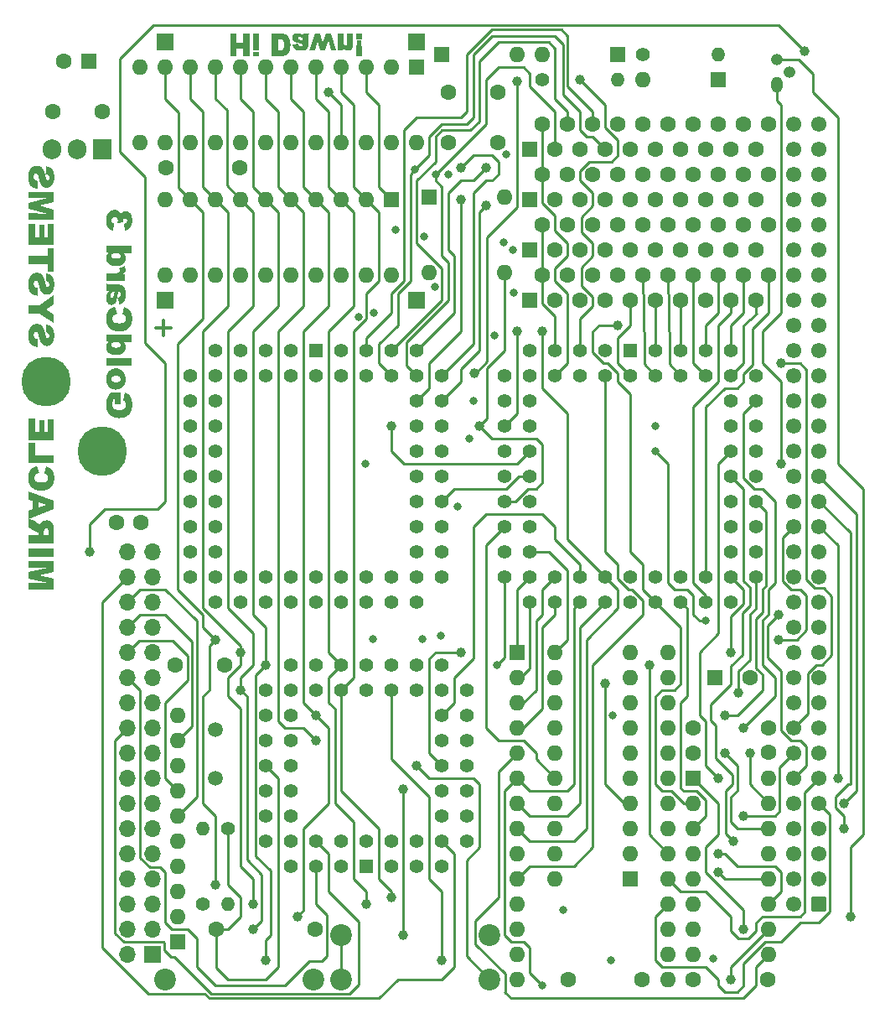
<source format=gbr>
%TF.GenerationSoftware,KiCad,Pcbnew,7.0.11+1*%
%TF.CreationDate,2024-04-14T15:49:11+02:00*%
%TF.ProjectId,GoldCard,476f6c64-4361-4726-942e-6b696361645f,rev?*%
%TF.SameCoordinates,Original*%
%TF.FileFunction,Copper,L4,Bot*%
%TF.FilePolarity,Positive*%
%FSLAX46Y46*%
G04 Gerber Fmt 4.6, Leading zero omitted, Abs format (unit mm)*
G04 Created by KiCad (PCBNEW 7.0.11+1) date 2024-04-14 15:49:11*
%MOMM*%
%LPD*%
G01*
G04 APERTURE LIST*
G04 Aperture macros list*
%AMRoundRect*
0 Rectangle with rounded corners*
0 $1 Rounding radius*
0 $2 $3 $4 $5 $6 $7 $8 $9 X,Y pos of 4 corners*
0 Add a 4 corners polygon primitive as box body*
4,1,4,$2,$3,$4,$5,$6,$7,$8,$9,$2,$3,0*
0 Add four circle primitives for the rounded corners*
1,1,$1+$1,$2,$3*
1,1,$1+$1,$4,$5*
1,1,$1+$1,$6,$7*
1,1,$1+$1,$8,$9*
0 Add four rect primitives between the rounded corners*
20,1,$1+$1,$2,$3,$4,$5,0*
20,1,$1+$1,$4,$5,$6,$7,0*
20,1,$1+$1,$6,$7,$8,$9,0*
20,1,$1+$1,$8,$9,$2,$3,0*%
G04 Aperture macros list end*
%ADD10C,0.300000*%
%TA.AperFunction,NonConductor*%
%ADD11C,0.300000*%
%TD*%
%TA.AperFunction,ComponentPad*%
%ADD12R,1.600000X1.600000*%
%TD*%
%TA.AperFunction,ComponentPad*%
%ADD13O,1.600000X1.600000*%
%TD*%
%TA.AperFunction,ComponentPad*%
%ADD14C,1.400000*%
%TD*%
%TA.AperFunction,ComponentPad*%
%ADD15O,1.400000X1.400000*%
%TD*%
%TA.AperFunction,ComponentPad*%
%ADD16R,1.700000X1.700000*%
%TD*%
%TA.AperFunction,ComponentPad*%
%ADD17O,1.700000X1.700000*%
%TD*%
%TA.AperFunction,ComponentPad*%
%ADD18O,1.200000X1.600000*%
%TD*%
%TA.AperFunction,ComponentPad*%
%ADD19O,1.200000X1.200000*%
%TD*%
%TA.AperFunction,ComponentPad*%
%ADD20C,0.800000*%
%TD*%
%TA.AperFunction,ComponentPad*%
%ADD21C,5.000000*%
%TD*%
%TA.AperFunction,ComponentPad*%
%ADD22C,2.200000*%
%TD*%
%TA.AperFunction,ComponentPad*%
%ADD23C,1.600000*%
%TD*%
%TA.AperFunction,ComponentPad*%
%ADD24C,1.000000*%
%TD*%
%TA.AperFunction,ComponentPad*%
%ADD25RoundRect,0.249999X0.525001X-0.525001X0.525001X0.525001X-0.525001X0.525001X-0.525001X-0.525001X0*%
%TD*%
%TA.AperFunction,ComponentPad*%
%ADD26C,1.550000*%
%TD*%
%TA.AperFunction,ComponentPad*%
%ADD27C,1.500000*%
%TD*%
%TA.AperFunction,ComponentPad*%
%ADD28R,1.422400X1.422400*%
%TD*%
%TA.AperFunction,ComponentPad*%
%ADD29C,1.422400*%
%TD*%
%TA.AperFunction,ComponentPad*%
%ADD30R,1.905000X2.000000*%
%TD*%
%TA.AperFunction,ComponentPad*%
%ADD31O,1.905000X2.000000*%
%TD*%
%TA.AperFunction,ViaPad*%
%ADD32C,0.800000*%
%TD*%
%TA.AperFunction,ViaPad*%
%ADD33C,1.000000*%
%TD*%
%TA.AperFunction,Conductor*%
%ADD34C,0.250000*%
%TD*%
G04 APERTURE END LIST*
D10*
D11*
X173062441Y-73907733D02*
X171538632Y-73907733D01*
X172300536Y-74669638D02*
X172300536Y-73145828D01*
D10*
D11*
G36*
X167361655Y-81661535D02*
G01*
X167986917Y-81661535D01*
X167986917Y-80420781D01*
X166942779Y-80420781D01*
X166926799Y-80442907D01*
X166911144Y-80464864D01*
X166895815Y-80486652D01*
X166880812Y-80508270D01*
X166866134Y-80529718D01*
X166851782Y-80550998D01*
X166837755Y-80572108D01*
X166824054Y-80593049D01*
X166810679Y-80613820D01*
X166784904Y-80654855D01*
X166760432Y-80695212D01*
X166737263Y-80734892D01*
X166715395Y-80773894D01*
X166694830Y-80812220D01*
X166675567Y-80849867D01*
X166657607Y-80886838D01*
X166640949Y-80923131D01*
X166625593Y-80958746D01*
X166611540Y-80993684D01*
X166598788Y-81027945D01*
X166592901Y-81044822D01*
X166581884Y-81078717D01*
X166571578Y-81113391D01*
X166561982Y-81148842D01*
X166553097Y-81185070D01*
X166544923Y-81222077D01*
X166537460Y-81259860D01*
X166530707Y-81298421D01*
X166524666Y-81337760D01*
X166519335Y-81377877D01*
X166514715Y-81418771D01*
X166510805Y-81460442D01*
X166507607Y-81502891D01*
X166505119Y-81546118D01*
X166503342Y-81590122D01*
X166502276Y-81634904D01*
X166501921Y-81680464D01*
X166502071Y-81708619D01*
X166502522Y-81736451D01*
X166503273Y-81763960D01*
X166504325Y-81791146D01*
X166505677Y-81818008D01*
X166507330Y-81844548D01*
X166509284Y-81870764D01*
X166511538Y-81896657D01*
X166514092Y-81922226D01*
X166516947Y-81947473D01*
X166520103Y-81972396D01*
X166523559Y-81996997D01*
X166527316Y-82021274D01*
X166535731Y-82068858D01*
X166545348Y-82115150D01*
X166556167Y-82160149D01*
X166568188Y-82203855D01*
X166581412Y-82246268D01*
X166595837Y-82287389D01*
X166611465Y-82327216D01*
X166628295Y-82365751D01*
X166646327Y-82402994D01*
X166655794Y-82421130D01*
X166675615Y-82456500D01*
X166696609Y-82490863D01*
X166718777Y-82524220D01*
X166742118Y-82556570D01*
X166766633Y-82587914D01*
X166792322Y-82618251D01*
X166819184Y-82647582D01*
X166847219Y-82675906D01*
X166876428Y-82703223D01*
X166906810Y-82729534D01*
X166938366Y-82754839D01*
X166971096Y-82779137D01*
X167004999Y-82802428D01*
X167040075Y-82824713D01*
X167076325Y-82845991D01*
X167113749Y-82866263D01*
X167152179Y-82885339D01*
X167191296Y-82903185D01*
X167231100Y-82919800D01*
X167271591Y-82935185D01*
X167312769Y-82949339D01*
X167354633Y-82962261D01*
X167397185Y-82973954D01*
X167440424Y-82984415D01*
X167484349Y-82993646D01*
X167528962Y-83001646D01*
X167574261Y-83008415D01*
X167620248Y-83013953D01*
X167666921Y-83018261D01*
X167714281Y-83021338D01*
X167762328Y-83023184D01*
X167811062Y-83023799D01*
X167836795Y-83023630D01*
X167862320Y-83023124D01*
X167887637Y-83022280D01*
X167912747Y-83021099D01*
X167937650Y-83019580D01*
X167962345Y-83017724D01*
X167986832Y-83015530D01*
X168035185Y-83010130D01*
X168082707Y-83003380D01*
X168129400Y-82995280D01*
X168175262Y-82985830D01*
X168220294Y-82975030D01*
X168264497Y-82962880D01*
X168307869Y-82949380D01*
X168350411Y-82934530D01*
X168392123Y-82918329D01*
X168433005Y-82900779D01*
X168473057Y-82881879D01*
X168512279Y-82861629D01*
X168531579Y-82850997D01*
X168569391Y-82828770D01*
X168606044Y-82805288D01*
X168641538Y-82780551D01*
X168675873Y-82754560D01*
X168709048Y-82727314D01*
X168741065Y-82698813D01*
X168771922Y-82669058D01*
X168801620Y-82638048D01*
X168830158Y-82605784D01*
X168857538Y-82572265D01*
X168883758Y-82537491D01*
X168908819Y-82501463D01*
X168932721Y-82464180D01*
X168955464Y-82425643D01*
X168977048Y-82385851D01*
X168997472Y-82344804D01*
X169012334Y-82311598D01*
X169026237Y-82277008D01*
X169039182Y-82241034D01*
X169051167Y-82203678D01*
X169062194Y-82164937D01*
X169072262Y-82124814D01*
X169081371Y-82083307D01*
X169089521Y-82040416D01*
X169096712Y-81996143D01*
X169102945Y-81950485D01*
X169108218Y-81903445D01*
X169112533Y-81855021D01*
X169114331Y-81830290D01*
X169115889Y-81805213D01*
X169117208Y-81779791D01*
X169118286Y-81754023D01*
X169119125Y-81727908D01*
X169119725Y-81701448D01*
X169120084Y-81674643D01*
X169120204Y-81647491D01*
X169120126Y-81621402D01*
X169119894Y-81595723D01*
X169119506Y-81570454D01*
X169118964Y-81545596D01*
X169118266Y-81521148D01*
X169116406Y-81473482D01*
X169113925Y-81427458D01*
X169110824Y-81383074D01*
X169107103Y-81340332D01*
X169102762Y-81299230D01*
X169097801Y-81259770D01*
X169092220Y-81221950D01*
X169086018Y-81185772D01*
X169079197Y-81151234D01*
X169071755Y-81118338D01*
X169063693Y-81087082D01*
X169055011Y-81057468D01*
X169045709Y-81029494D01*
X169040825Y-81016123D01*
X169030557Y-80989996D01*
X169019597Y-80964431D01*
X169007945Y-80939430D01*
X168995602Y-80914991D01*
X168982567Y-80891116D01*
X168968840Y-80867803D01*
X168954422Y-80845053D01*
X168939312Y-80822866D01*
X168923510Y-80801242D01*
X168907016Y-80780181D01*
X168889831Y-80759682D01*
X168871954Y-80739747D01*
X168853385Y-80720375D01*
X168834125Y-80701565D01*
X168814173Y-80683318D01*
X168793529Y-80665635D01*
X168772189Y-80648406D01*
X168749995Y-80631679D01*
X168726947Y-80615453D01*
X168703045Y-80599727D01*
X168678289Y-80584502D01*
X168652679Y-80569779D01*
X168626216Y-80555556D01*
X168598898Y-80541834D01*
X168570727Y-80528613D01*
X168541701Y-80515893D01*
X168511822Y-80503673D01*
X168481089Y-80491955D01*
X168449502Y-80480737D01*
X168417061Y-80470021D01*
X168383766Y-80459805D01*
X168349618Y-80450090D01*
X168218948Y-81237773D01*
X168244855Y-81247650D01*
X168269452Y-81258503D01*
X168292739Y-81270333D01*
X168314718Y-81283140D01*
X168335387Y-81296923D01*
X168360908Y-81316820D01*
X168384102Y-81338454D01*
X168404967Y-81361824D01*
X168423505Y-81386930D01*
X168427775Y-81393478D01*
X168443518Y-81420688D01*
X168457161Y-81449807D01*
X168466016Y-81472898D01*
X168473690Y-81497062D01*
X168480184Y-81522300D01*
X168485497Y-81548611D01*
X168489629Y-81575995D01*
X168492581Y-81604453D01*
X168494352Y-81633983D01*
X168494942Y-81664588D01*
X168494315Y-81695106D01*
X168492433Y-81724838D01*
X168489297Y-81753782D01*
X168484905Y-81781939D01*
X168479260Y-81809309D01*
X168472359Y-81835892D01*
X168464204Y-81861687D01*
X168454795Y-81886696D01*
X168444131Y-81910918D01*
X168432212Y-81934352D01*
X168419039Y-81956999D01*
X168404611Y-81978860D01*
X168388928Y-81999933D01*
X168371991Y-82020219D01*
X168353799Y-82039718D01*
X168334353Y-82058429D01*
X168313525Y-82076175D01*
X168291190Y-82092776D01*
X168267348Y-82108232D01*
X168241998Y-82122543D01*
X168215141Y-82135709D01*
X168186776Y-82147731D01*
X168156904Y-82158607D01*
X168125525Y-82168339D01*
X168092638Y-82176925D01*
X168058244Y-82184367D01*
X168022342Y-82190664D01*
X167984933Y-82195816D01*
X167946016Y-82199823D01*
X167905592Y-82202685D01*
X167863660Y-82204403D01*
X167820221Y-82204975D01*
X167774054Y-82204395D01*
X167729584Y-82202657D01*
X167686813Y-82199759D01*
X167645740Y-82195701D01*
X167606366Y-82190485D01*
X167568689Y-82184109D01*
X167532711Y-82176575D01*
X167498431Y-82167881D01*
X167465850Y-82158027D01*
X167434966Y-82147015D01*
X167405781Y-82134844D01*
X167378295Y-82121513D01*
X167352506Y-82107023D01*
X167328416Y-82091374D01*
X167306023Y-82074565D01*
X167285330Y-82056598D01*
X167266179Y-82037590D01*
X167248264Y-82017662D01*
X167231584Y-81996813D01*
X167216140Y-81975043D01*
X167201932Y-81952353D01*
X167188959Y-81928742D01*
X167177221Y-81904211D01*
X167166719Y-81878758D01*
X167157453Y-81852385D01*
X167149422Y-81825092D01*
X167142626Y-81796877D01*
X167137067Y-81767742D01*
X167132742Y-81737687D01*
X167129653Y-81706710D01*
X167127800Y-81674813D01*
X167127182Y-81641995D01*
X167127574Y-81610120D01*
X167128747Y-81578607D01*
X167130703Y-81547456D01*
X167133441Y-81516668D01*
X167136962Y-81486243D01*
X167141264Y-81456180D01*
X167146350Y-81426480D01*
X167152217Y-81397142D01*
X167159106Y-81367499D01*
X167166948Y-81337188D01*
X167175745Y-81306209D01*
X167182968Y-81282537D01*
X167190728Y-81258489D01*
X167199025Y-81234065D01*
X167207859Y-81209266D01*
X167217229Y-81184091D01*
X167227136Y-81158540D01*
X167234039Y-81141297D01*
X167361655Y-81141297D01*
X167361655Y-81661535D01*
G37*
G36*
X167531237Y-78012225D02*
G01*
X167577753Y-78014922D01*
X167623324Y-78019418D01*
X167667951Y-78025713D01*
X167711634Y-78033806D01*
X167754371Y-78043697D01*
X167796164Y-78055387D01*
X167837013Y-78068875D01*
X167876917Y-78084162D01*
X167915877Y-78101247D01*
X167953892Y-78120130D01*
X167990962Y-78140812D01*
X168027088Y-78163293D01*
X168062270Y-78187571D01*
X168096507Y-78213649D01*
X168129799Y-78241524D01*
X168149860Y-78259612D01*
X168169284Y-78278230D01*
X168188070Y-78297379D01*
X168206221Y-78317058D01*
X168223734Y-78337269D01*
X168240610Y-78358010D01*
X168256850Y-78379281D01*
X168272452Y-78401084D01*
X168287418Y-78423417D01*
X168301747Y-78446280D01*
X168315439Y-78469675D01*
X168328495Y-78493600D01*
X168340913Y-78518056D01*
X168352695Y-78543043D01*
X168363839Y-78568560D01*
X168374347Y-78594608D01*
X168384218Y-78621187D01*
X168393453Y-78648296D01*
X168402050Y-78675936D01*
X168410011Y-78704107D01*
X168417334Y-78732808D01*
X168424021Y-78762041D01*
X168430071Y-78791804D01*
X168435484Y-78822097D01*
X168440261Y-78852921D01*
X168444400Y-78884277D01*
X168447903Y-78916162D01*
X168450769Y-78948579D01*
X168452998Y-78981526D01*
X168454590Y-79015004D01*
X168455545Y-79049012D01*
X168455863Y-79083551D01*
X168455593Y-79113811D01*
X168454781Y-79143680D01*
X168453427Y-79173159D01*
X168451532Y-79202248D01*
X168449095Y-79230947D01*
X168446118Y-79259256D01*
X168442598Y-79287175D01*
X168438537Y-79314704D01*
X168433935Y-79341844D01*
X168428792Y-79368593D01*
X168423106Y-79394952D01*
X168416880Y-79420921D01*
X168410112Y-79446501D01*
X168402803Y-79471690D01*
X168394952Y-79496489D01*
X168386560Y-79520899D01*
X168377626Y-79544918D01*
X168368151Y-79568548D01*
X168358134Y-79591787D01*
X168347576Y-79614637D01*
X168336477Y-79637096D01*
X168324836Y-79659166D01*
X168312653Y-79680845D01*
X168299930Y-79702135D01*
X168286664Y-79723034D01*
X168272858Y-79743544D01*
X168258510Y-79763663D01*
X168243620Y-79783393D01*
X168228189Y-79802733D01*
X168212217Y-79821682D01*
X168195703Y-79840242D01*
X168178648Y-79858412D01*
X168161175Y-79876106D01*
X168143409Y-79893238D01*
X168106997Y-79925817D01*
X168069411Y-79956150D01*
X168030652Y-79984235D01*
X167990719Y-80010074D01*
X167949613Y-80033666D01*
X167907333Y-80055011D01*
X167863880Y-80074109D01*
X167819253Y-80090960D01*
X167773453Y-80105565D01*
X167726479Y-80117922D01*
X167702552Y-80123259D01*
X167678332Y-80128033D01*
X167653818Y-80132246D01*
X167629011Y-80135897D01*
X167603910Y-80138986D01*
X167578516Y-80141514D01*
X167552829Y-80143480D01*
X167526849Y-80144884D01*
X167500575Y-80145727D01*
X167474007Y-80146008D01*
X167445442Y-80145675D01*
X167417221Y-80144677D01*
X167389343Y-80143013D01*
X167361808Y-80140684D01*
X167334617Y-80137690D01*
X167307769Y-80134029D01*
X167281265Y-80129704D01*
X167255105Y-80124713D01*
X167229287Y-80119056D01*
X167203814Y-80112735D01*
X167178683Y-80105747D01*
X167153896Y-80098094D01*
X167129453Y-80089776D01*
X167105353Y-80080792D01*
X167081597Y-80071143D01*
X167058184Y-80060828D01*
X167035114Y-80049848D01*
X167012388Y-80038202D01*
X166990006Y-80025891D01*
X166967967Y-80012915D01*
X166946271Y-79999273D01*
X166924919Y-79984965D01*
X166903910Y-79969992D01*
X166883245Y-79954354D01*
X166862923Y-79938050D01*
X166842945Y-79921080D01*
X166823310Y-79903445D01*
X166804019Y-79885145D01*
X166785071Y-79866179D01*
X166766466Y-79846548D01*
X166748205Y-79826251D01*
X166730288Y-79805289D01*
X166702634Y-79770122D01*
X166676764Y-79733619D01*
X166652679Y-79695781D01*
X166630377Y-79656606D01*
X166609860Y-79616096D01*
X166591127Y-79574251D01*
X166574177Y-79531069D01*
X166559012Y-79486552D01*
X166545632Y-79440699D01*
X166534035Y-79393511D01*
X166528905Y-79369416D01*
X166524222Y-79344987D01*
X166519985Y-79320224D01*
X166516194Y-79295127D01*
X166512848Y-79269696D01*
X166509949Y-79243931D01*
X166507496Y-79217833D01*
X166505489Y-79191400D01*
X166503928Y-79164633D01*
X166502813Y-79137533D01*
X166502144Y-79110099D01*
X166501921Y-79082330D01*
X166501953Y-79078667D01*
X167009946Y-79078667D01*
X167010939Y-79104586D01*
X167013917Y-79129679D01*
X167018881Y-79153945D01*
X167028589Y-79185014D01*
X167041827Y-79214614D01*
X167054072Y-79235850D01*
X167068302Y-79256260D01*
X167084519Y-79275843D01*
X167102720Y-79294599D01*
X167122908Y-79312529D01*
X167137610Y-79323842D01*
X167161560Y-79339443D01*
X167187785Y-79353402D01*
X167216286Y-79365718D01*
X167247062Y-79376392D01*
X167280113Y-79385425D01*
X167315440Y-79392814D01*
X167340256Y-79396829D01*
X167366082Y-79400113D01*
X167392920Y-79402668D01*
X167420770Y-79404492D01*
X167449631Y-79405587D01*
X167479503Y-79405952D01*
X167494378Y-79405860D01*
X167523391Y-79405126D01*
X167551422Y-79403656D01*
X167578470Y-79401452D01*
X167604535Y-79398514D01*
X167629618Y-79394841D01*
X167665399Y-79387953D01*
X167698969Y-79379413D01*
X167730329Y-79369220D01*
X167759477Y-79357374D01*
X167786414Y-79343875D01*
X167811140Y-79328723D01*
X167833655Y-79311919D01*
X167847482Y-79299897D01*
X167866549Y-79281150D01*
X167883610Y-79261543D01*
X167898664Y-79241079D01*
X167911710Y-79219755D01*
X167922749Y-79197573D01*
X167931781Y-79174532D01*
X167938806Y-79150632D01*
X167943824Y-79125874D01*
X167946835Y-79100257D01*
X167947838Y-79073782D01*
X167947729Y-79065389D01*
X167946083Y-79040704D01*
X167940816Y-79008943D01*
X167932039Y-78978498D01*
X167919750Y-78949371D01*
X167903951Y-78921559D01*
X167889797Y-78901565D01*
X167873669Y-78882311D01*
X167855565Y-78863798D01*
X167835487Y-78846025D01*
X167820958Y-78834786D01*
X167797350Y-78819287D01*
X167771564Y-78805420D01*
X167743598Y-78793184D01*
X167713453Y-78782579D01*
X167681130Y-78773606D01*
X167646628Y-78766265D01*
X167622416Y-78762277D01*
X167597235Y-78759014D01*
X167571087Y-78756476D01*
X167543969Y-78754663D01*
X167515884Y-78753576D01*
X167486830Y-78753213D01*
X167455634Y-78753573D01*
X167425550Y-78754654D01*
X167396577Y-78756455D01*
X167368716Y-78758976D01*
X167341966Y-78762217D01*
X167316327Y-78766179D01*
X167291801Y-78770861D01*
X167257094Y-78779235D01*
X167224889Y-78789229D01*
X167195185Y-78800845D01*
X167167981Y-78814081D01*
X167143278Y-78828937D01*
X167121076Y-78845415D01*
X167101216Y-78863028D01*
X167083309Y-78881522D01*
X167067356Y-78900895D01*
X167053356Y-78921149D01*
X167037728Y-78949523D01*
X167025573Y-78979462D01*
X167018736Y-79002943D01*
X167013853Y-79027304D01*
X167010922Y-79052545D01*
X167009946Y-79078667D01*
X166501953Y-79078667D01*
X166502190Y-79051210D01*
X166502996Y-79020513D01*
X166504341Y-78990240D01*
X166506224Y-78960390D01*
X166508644Y-78930964D01*
X166511602Y-78901960D01*
X166515098Y-78873380D01*
X166519132Y-78845224D01*
X166523704Y-78817491D01*
X166528814Y-78790181D01*
X166534461Y-78763295D01*
X166540646Y-78736832D01*
X166547370Y-78710792D01*
X166554631Y-78685176D01*
X166562430Y-78659983D01*
X166570767Y-78635213D01*
X166579641Y-78610867D01*
X166589054Y-78586944D01*
X166599004Y-78563445D01*
X166609492Y-78540369D01*
X166620519Y-78517716D01*
X166632083Y-78495487D01*
X166644184Y-78473681D01*
X166656824Y-78452298D01*
X166670002Y-78431339D01*
X166683717Y-78410803D01*
X166697970Y-78390691D01*
X166712761Y-78371002D01*
X166728090Y-78351736D01*
X166743957Y-78332894D01*
X166760362Y-78314475D01*
X166777304Y-78296479D01*
X166794668Y-78278935D01*
X166830307Y-78245519D01*
X166867163Y-78214330D01*
X166905236Y-78185369D01*
X166944524Y-78158636D01*
X166985030Y-78134131D01*
X167026751Y-78111853D01*
X167069689Y-78091803D01*
X167113844Y-78073981D01*
X167159215Y-78058387D01*
X167205802Y-78045020D01*
X167229552Y-78039172D01*
X167253606Y-78033881D01*
X167277964Y-78029147D01*
X167302626Y-78024970D01*
X167327593Y-78021350D01*
X167352863Y-78018287D01*
X167378438Y-78015781D01*
X167404316Y-78013832D01*
X167430499Y-78012439D01*
X167456986Y-78011604D01*
X167483777Y-78011325D01*
X167531237Y-78012225D01*
G37*
G36*
X169081125Y-77703579D02*
G01*
X169081125Y-76963524D01*
X166541000Y-76963524D01*
X166541000Y-77703579D01*
X169081125Y-77703579D01*
G37*
G36*
X169081125Y-75348468D02*
G01*
X168284893Y-75348468D01*
X168297883Y-75362759D01*
X168314650Y-75383534D01*
X168330789Y-75406274D01*
X168346297Y-75430980D01*
X168361176Y-75457651D01*
X168375425Y-75486288D01*
X168385698Y-75509055D01*
X168395618Y-75532928D01*
X168405183Y-75557906D01*
X168411320Y-75575048D01*
X168419783Y-75601218D01*
X168427356Y-75627935D01*
X168434037Y-75655199D01*
X168439828Y-75683011D01*
X168444728Y-75711371D01*
X168448736Y-75740277D01*
X168451855Y-75769731D01*
X168454082Y-75799733D01*
X168455418Y-75830281D01*
X168455863Y-75861378D01*
X168454895Y-75903803D01*
X168451990Y-75945289D01*
X168447148Y-75985834D01*
X168440369Y-76025440D01*
X168431654Y-76064106D01*
X168421002Y-76101833D01*
X168408413Y-76138620D01*
X168393887Y-76174467D01*
X168377424Y-76209374D01*
X168359025Y-76243341D01*
X168338689Y-76276369D01*
X168316416Y-76308457D01*
X168292206Y-76339605D01*
X168266060Y-76369813D01*
X168237977Y-76399082D01*
X168207957Y-76427411D01*
X168176203Y-76454325D01*
X168142765Y-76479503D01*
X168107643Y-76502945D01*
X168070837Y-76524650D01*
X168032348Y-76544618D01*
X167992174Y-76562851D01*
X167950317Y-76579347D01*
X167906775Y-76594106D01*
X167861549Y-76607129D01*
X167814640Y-76618416D01*
X167790554Y-76623408D01*
X167766047Y-76627966D01*
X167741119Y-76632090D01*
X167715769Y-76635780D01*
X167689999Y-76639036D01*
X167663808Y-76641858D01*
X167637196Y-76644245D01*
X167610163Y-76646199D01*
X167582709Y-76647718D01*
X167554834Y-76648803D01*
X167526538Y-76649454D01*
X167497821Y-76649672D01*
X167472104Y-76649475D01*
X167446625Y-76648887D01*
X167421385Y-76647906D01*
X167396384Y-76646533D01*
X167371621Y-76644767D01*
X167347096Y-76642609D01*
X167298763Y-76637116D01*
X167251384Y-76630053D01*
X167204958Y-76621421D01*
X167159487Y-76611220D01*
X167114970Y-76599449D01*
X167071407Y-76586109D01*
X167028798Y-76571199D01*
X166987143Y-76554720D01*
X166946443Y-76536671D01*
X166906696Y-76517053D01*
X166867903Y-76495865D01*
X166830065Y-76473108D01*
X166793180Y-76448782D01*
X166757911Y-76422886D01*
X166724916Y-76395573D01*
X166694197Y-76366844D01*
X166665754Y-76336697D01*
X166639586Y-76305134D01*
X166615694Y-76272154D01*
X166594077Y-76237757D01*
X166574736Y-76201944D01*
X166557670Y-76164714D01*
X166542879Y-76126066D01*
X166530364Y-76086002D01*
X166520124Y-76044522D01*
X166512160Y-76001624D01*
X166506472Y-75957310D01*
X166503058Y-75911579D01*
X166501921Y-75864431D01*
X166502212Y-75840829D01*
X166503739Y-75805937D01*
X166506577Y-75771657D01*
X166510723Y-75737988D01*
X166516179Y-75704931D01*
X166522945Y-75672486D01*
X166531020Y-75640653D01*
X166532399Y-75636064D01*
X167009946Y-75636064D01*
X167010053Y-75643243D01*
X167012614Y-75671278D01*
X167018591Y-75698226D01*
X167027984Y-75724086D01*
X167040793Y-75748858D01*
X167057017Y-75772543D01*
X167076656Y-75795141D01*
X167099712Y-75816650D01*
X167119244Y-75832069D01*
X167133508Y-75841755D01*
X167156871Y-75855112D01*
X167182595Y-75867064D01*
X167210680Y-75877610D01*
X167241127Y-75886749D01*
X167273936Y-75894482D01*
X167309105Y-75900810D01*
X167333863Y-75904247D01*
X167359671Y-75907059D01*
X167386528Y-75909246D01*
X167414435Y-75910808D01*
X167443391Y-75911746D01*
X167473397Y-75912058D01*
X167505387Y-75911755D01*
X167536175Y-75910846D01*
X167565760Y-75909332D01*
X167594144Y-75907211D01*
X167621326Y-75904485D01*
X167647305Y-75901153D01*
X167672082Y-75897215D01*
X167706994Y-75890172D01*
X167739201Y-75881766D01*
X167768704Y-75871997D01*
X167795501Y-75860865D01*
X167819594Y-75848370D01*
X167840982Y-75834511D01*
X167866026Y-75814580D01*
X167887732Y-75793562D01*
X167906098Y-75771456D01*
X167921124Y-75748263D01*
X167932812Y-75723982D01*
X167941160Y-75698613D01*
X167946169Y-75672156D01*
X167947838Y-75644612D01*
X167947402Y-75628600D01*
X167943910Y-75597593D01*
X167936926Y-75567940D01*
X167926450Y-75539643D01*
X167912483Y-75512700D01*
X167895023Y-75487111D01*
X167874072Y-75462878D01*
X167856067Y-75445592D01*
X167836097Y-75429068D01*
X167828994Y-75423771D01*
X167806254Y-75408889D01*
X167781367Y-75395521D01*
X167754333Y-75383666D01*
X167725153Y-75373324D01*
X167693826Y-75364496D01*
X167660352Y-75357181D01*
X167624732Y-75351380D01*
X167599792Y-75348353D01*
X167573899Y-75345999D01*
X167547051Y-75344318D01*
X167519249Y-75343309D01*
X167490494Y-75342972D01*
X167458709Y-75343304D01*
X167428078Y-75344298D01*
X167398602Y-75345956D01*
X167370280Y-75348277D01*
X167343113Y-75351261D01*
X167317100Y-75354908D01*
X167292242Y-75359218D01*
X167257119Y-75366926D01*
X167224593Y-75376126D01*
X167194665Y-75386819D01*
X167167335Y-75399003D01*
X167142601Y-75412679D01*
X167120466Y-75427847D01*
X167113666Y-75433152D01*
X167094563Y-75449533D01*
X167072113Y-75472459D01*
X167053118Y-75496626D01*
X167037576Y-75522033D01*
X167025488Y-75548680D01*
X167016853Y-75576568D01*
X167011673Y-75605696D01*
X167009946Y-75636064D01*
X166532399Y-75636064D01*
X166540404Y-75609431D01*
X166551098Y-75578822D01*
X166563102Y-75548824D01*
X166576415Y-75519438D01*
X166583766Y-75504828D01*
X166595741Y-75483085D01*
X166608853Y-75461545D01*
X166623103Y-75440208D01*
X166638492Y-75419076D01*
X166655017Y-75398148D01*
X166672681Y-75377424D01*
X166691482Y-75356904D01*
X166711421Y-75336587D01*
X166732498Y-75316475D01*
X166754712Y-75296566D01*
X166541000Y-75296566D01*
X166541000Y-74603527D01*
X169081125Y-74603527D01*
X169081125Y-75348468D01*
G37*
G36*
X167601013Y-72502428D02*
G01*
X167392796Y-71783133D01*
X167354994Y-71792669D01*
X167318064Y-71802806D01*
X167282007Y-71813544D01*
X167246823Y-71824883D01*
X167212512Y-71836823D01*
X167179074Y-71849365D01*
X167146509Y-71862507D01*
X167114818Y-71876250D01*
X167083999Y-71890595D01*
X167054053Y-71905540D01*
X167024980Y-71921087D01*
X166996780Y-71937235D01*
X166969452Y-71953984D01*
X166942998Y-71971333D01*
X166917417Y-71989284D01*
X166892709Y-72007836D01*
X166868884Y-72026896D01*
X166845797Y-72046524D01*
X166823451Y-72066719D01*
X166801843Y-72087482D01*
X166780975Y-72108813D01*
X166760847Y-72130711D01*
X166741458Y-72153177D01*
X166722808Y-72176211D01*
X166704897Y-72199813D01*
X166687726Y-72223982D01*
X166671295Y-72248718D01*
X166655603Y-72274023D01*
X166640650Y-72299895D01*
X166626437Y-72326335D01*
X166612963Y-72353342D01*
X166600228Y-72380917D01*
X166588324Y-72409244D01*
X166577188Y-72438505D01*
X166566819Y-72468701D01*
X166557219Y-72499833D01*
X166548386Y-72531899D01*
X166540322Y-72564901D01*
X166533026Y-72598837D01*
X166526498Y-72633709D01*
X166520737Y-72669515D01*
X166515745Y-72706256D01*
X166511521Y-72743933D01*
X166508065Y-72782544D01*
X166505377Y-72822090D01*
X166503457Y-72862572D01*
X166502305Y-72903988D01*
X166501921Y-72946339D01*
X166502038Y-72972106D01*
X166502391Y-72997580D01*
X166502978Y-73022762D01*
X166503800Y-73047652D01*
X166504857Y-73072250D01*
X166507677Y-73120569D01*
X166511436Y-73167720D01*
X166516135Y-73213701D01*
X166521773Y-73258514D01*
X166528351Y-73302158D01*
X166535870Y-73344633D01*
X166544327Y-73385940D01*
X166553725Y-73426078D01*
X166564062Y-73465047D01*
X166575340Y-73502848D01*
X166587557Y-73539479D01*
X166600713Y-73574942D01*
X166614810Y-73609236D01*
X166622210Y-73625945D01*
X166637957Y-73658713D01*
X166655126Y-73690917D01*
X166673716Y-73722559D01*
X166693728Y-73753638D01*
X166715161Y-73784154D01*
X166738016Y-73814107D01*
X166762292Y-73843498D01*
X166787990Y-73872325D01*
X166815110Y-73900589D01*
X166843651Y-73928291D01*
X166873613Y-73955430D01*
X166904998Y-73982005D01*
X166937803Y-74008018D01*
X166972031Y-74033468D01*
X167007680Y-74058355D01*
X167044750Y-74082679D01*
X167083259Y-74105897D01*
X167123070Y-74127616D01*
X167164184Y-74147838D01*
X167206599Y-74166561D01*
X167250317Y-74183787D01*
X167295338Y-74199515D01*
X167341660Y-74213745D01*
X167365310Y-74220298D01*
X167389285Y-74226477D01*
X167413586Y-74232282D01*
X167438213Y-74237711D01*
X167463165Y-74242767D01*
X167488442Y-74247448D01*
X167514045Y-74251754D01*
X167539974Y-74255686D01*
X167566229Y-74259244D01*
X167592808Y-74262427D01*
X167619714Y-74265235D01*
X167646945Y-74267669D01*
X167674502Y-74269729D01*
X167702384Y-74271414D01*
X167730592Y-74272725D01*
X167759125Y-74273661D01*
X167787984Y-74274223D01*
X167817168Y-74274410D01*
X167856042Y-74274080D01*
X167894353Y-74273091D01*
X167932101Y-74271442D01*
X167969286Y-74269134D01*
X168005908Y-74266166D01*
X168041967Y-74262539D01*
X168077464Y-74258252D01*
X168112397Y-74253306D01*
X168146767Y-74247700D01*
X168180575Y-74241435D01*
X168213820Y-74234510D01*
X168246502Y-74226926D01*
X168278620Y-74218682D01*
X168310176Y-74209778D01*
X168341169Y-74200216D01*
X168371600Y-74189993D01*
X168401467Y-74179112D01*
X168430771Y-74167570D01*
X168459513Y-74155369D01*
X168487691Y-74142509D01*
X168515307Y-74128989D01*
X168542360Y-74114810D01*
X168568850Y-74099971D01*
X168594777Y-74084473D01*
X168620141Y-74068315D01*
X168644942Y-74051498D01*
X168669180Y-74034021D01*
X168692855Y-74015884D01*
X168715968Y-73997089D01*
X168738517Y-73977633D01*
X168760504Y-73957518D01*
X168781928Y-73936744D01*
X168802740Y-73915331D01*
X168822891Y-73893374D01*
X168842381Y-73870875D01*
X168861211Y-73847834D01*
X168879380Y-73824250D01*
X168896889Y-73800123D01*
X168913736Y-73775454D01*
X168929924Y-73750242D01*
X168945450Y-73724487D01*
X168960316Y-73698190D01*
X168974521Y-73671350D01*
X168988065Y-73643968D01*
X169000948Y-73616042D01*
X169013171Y-73587575D01*
X169024733Y-73558564D01*
X169035635Y-73529011D01*
X169045876Y-73498916D01*
X169055456Y-73468277D01*
X169064375Y-73437096D01*
X169072634Y-73405373D01*
X169080232Y-73373107D01*
X169087169Y-73340298D01*
X169093446Y-73306946D01*
X169099062Y-73273052D01*
X169104017Y-73238616D01*
X169108311Y-73203636D01*
X169111945Y-73168114D01*
X169114918Y-73132050D01*
X169117231Y-73095443D01*
X169118883Y-73058293D01*
X169119874Y-73020600D01*
X169120204Y-72982365D01*
X169120012Y-72952454D01*
X169119436Y-72922943D01*
X169118476Y-72893831D01*
X169117132Y-72865119D01*
X169115404Y-72836806D01*
X169113292Y-72808893D01*
X169110796Y-72781379D01*
X169107915Y-72754265D01*
X169104651Y-72727551D01*
X169101003Y-72701235D01*
X169096971Y-72675320D01*
X169092555Y-72649804D01*
X169087755Y-72624687D01*
X169082571Y-72599970D01*
X169077002Y-72575653D01*
X169071050Y-72551734D01*
X169057994Y-72505097D01*
X169043401Y-72460058D01*
X169027272Y-72416616D01*
X169009608Y-72374773D01*
X168990407Y-72334528D01*
X168969670Y-72295881D01*
X168947397Y-72258832D01*
X168923588Y-72223381D01*
X168898112Y-72189258D01*
X168870838Y-72156195D01*
X168841765Y-72124190D01*
X168810893Y-72093245D01*
X168778223Y-72063359D01*
X168743755Y-72034531D01*
X168707488Y-72006763D01*
X168669423Y-71980054D01*
X168629560Y-71954403D01*
X168587898Y-71929812D01*
X168566392Y-71917914D01*
X168544437Y-71906280D01*
X168522033Y-71894911D01*
X168499178Y-71883807D01*
X168475875Y-71872967D01*
X168452121Y-71862392D01*
X168427918Y-71852082D01*
X168403265Y-71842037D01*
X168378163Y-71832257D01*
X168352611Y-71822741D01*
X168326610Y-71813490D01*
X168300159Y-71804504D01*
X168139569Y-72530516D01*
X168162930Y-72538051D01*
X168191958Y-72548030D01*
X168218562Y-72557934D01*
X168242743Y-72567761D01*
X168269561Y-72579937D01*
X168292593Y-72591994D01*
X168315234Y-72606305D01*
X168318477Y-72608674D01*
X168339085Y-72624683D01*
X168358472Y-72641570D01*
X168376637Y-72659335D01*
X168393581Y-72677978D01*
X168409305Y-72697498D01*
X168423807Y-72717896D01*
X168437087Y-72739172D01*
X168449147Y-72761325D01*
X168459880Y-72784252D01*
X168469182Y-72807846D01*
X168477053Y-72832108D01*
X168483493Y-72857038D01*
X168488502Y-72882636D01*
X168492080Y-72908901D01*
X168494227Y-72935835D01*
X168494942Y-72963436D01*
X168494162Y-72994725D01*
X168491822Y-73025089D01*
X168487923Y-73054527D01*
X168482463Y-73083039D01*
X168475443Y-73110626D01*
X168466864Y-73137288D01*
X168456724Y-73163024D01*
X168445025Y-73187834D01*
X168431766Y-73211720D01*
X168416947Y-73234679D01*
X168400568Y-73256714D01*
X168382629Y-73277823D01*
X168363130Y-73298006D01*
X168342071Y-73317264D01*
X168319452Y-73335597D01*
X168295274Y-73353004D01*
X168265684Y-73371336D01*
X168233013Y-73387866D01*
X168209522Y-73397883D01*
X168184661Y-73407100D01*
X168158431Y-73415515D01*
X168130832Y-73423128D01*
X168101864Y-73429940D01*
X168071527Y-73435951D01*
X168039821Y-73441160D01*
X168006745Y-73445568D01*
X167972301Y-73449174D01*
X167936487Y-73451979D01*
X167899305Y-73453983D01*
X167860753Y-73455185D01*
X167820832Y-73455586D01*
X167795971Y-73455467D01*
X167747747Y-73454518D01*
X167701522Y-73452619D01*
X167657296Y-73449771D01*
X167615069Y-73445974D01*
X167574840Y-73441227D01*
X167536611Y-73435532D01*
X167500380Y-73428887D01*
X167466147Y-73421292D01*
X167433914Y-73412748D01*
X167403679Y-73403255D01*
X167375444Y-73392813D01*
X167349207Y-73381421D01*
X167324968Y-73369080D01*
X167302729Y-73355790D01*
X167282488Y-73341551D01*
X167273117Y-73334075D01*
X167247037Y-73310308D01*
X167223522Y-73284802D01*
X167202573Y-73257557D01*
X167184188Y-73228573D01*
X167168369Y-73197851D01*
X167155115Y-73165390D01*
X167144427Y-73131190D01*
X167138726Y-73107424D01*
X167134166Y-73082885D01*
X167130745Y-73057574D01*
X167128465Y-73031489D01*
X167127325Y-73004632D01*
X167127182Y-72990914D01*
X167127631Y-72964460D01*
X167128976Y-72938831D01*
X167131218Y-72914027D01*
X167136263Y-72878369D01*
X167143325Y-72844568D01*
X167152406Y-72812624D01*
X167163504Y-72782537D01*
X167176620Y-72754306D01*
X167191754Y-72727933D01*
X167208906Y-72703416D01*
X167228076Y-72680756D01*
X167241976Y-72666681D01*
X167264742Y-72646562D01*
X167289761Y-72627419D01*
X167317035Y-72609253D01*
X167346562Y-72592063D01*
X167378343Y-72575850D01*
X167400783Y-72565585D01*
X167424225Y-72555753D01*
X167448668Y-72546355D01*
X167474113Y-72537392D01*
X167500560Y-72528862D01*
X167528009Y-72520767D01*
X167556459Y-72513106D01*
X167585912Y-72505879D01*
X167601013Y-72502428D01*
G37*
G36*
X166549709Y-69448082D02*
G01*
X166575022Y-69460030D01*
X166599111Y-69471066D01*
X166621976Y-69481189D01*
X166650561Y-69493268D01*
X166676969Y-69503724D01*
X166701203Y-69512559D01*
X166728436Y-69521322D01*
X166752270Y-69527550D01*
X166756752Y-69528489D01*
X166780827Y-69532738D01*
X166807676Y-69536241D01*
X166837297Y-69538999D01*
X166862990Y-69540669D01*
X166890458Y-69541861D01*
X166919700Y-69542577D01*
X166950717Y-69542815D01*
X167760993Y-69542815D01*
X167777684Y-69543023D01*
X167802918Y-69544112D01*
X167828388Y-69546135D01*
X167854095Y-69549092D01*
X167880037Y-69552983D01*
X167906216Y-69557808D01*
X167932630Y-69563566D01*
X167959281Y-69570259D01*
X167986168Y-69577885D01*
X168013291Y-69586444D01*
X168040651Y-69595938D01*
X168058711Y-69602733D01*
X168084836Y-69613508D01*
X168109802Y-69624980D01*
X168133608Y-69637150D01*
X168156256Y-69650017D01*
X168177744Y-69663583D01*
X168198073Y-69677845D01*
X168223375Y-69697948D01*
X168246616Y-69719290D01*
X168267796Y-69741873D01*
X168288846Y-69766937D01*
X168308490Y-69793128D01*
X168326728Y-69820447D01*
X168343559Y-69848892D01*
X168358985Y-69878464D01*
X168373005Y-69909163D01*
X168385618Y-69940989D01*
X168396825Y-69973942D01*
X168406627Y-70008022D01*
X168415022Y-70043229D01*
X168419838Y-70067327D01*
X168424200Y-70092075D01*
X168428281Y-70117778D01*
X168432081Y-70144435D01*
X168435599Y-70172046D01*
X168438836Y-70200611D01*
X168441791Y-70230130D01*
X168444465Y-70260603D01*
X168446857Y-70292030D01*
X168448968Y-70324411D01*
X168450797Y-70357747D01*
X168452345Y-70392036D01*
X168453612Y-70427280D01*
X168454597Y-70463477D01*
X168455301Y-70500629D01*
X168455723Y-70538735D01*
X168455863Y-70577794D01*
X168455735Y-70602347D01*
X168455058Y-70638801D01*
X168453803Y-70674805D01*
X168451967Y-70710357D01*
X168449552Y-70745458D01*
X168446558Y-70780109D01*
X168442983Y-70814309D01*
X168438830Y-70848058D01*
X168434096Y-70881357D01*
X168428783Y-70914204D01*
X168422891Y-70946601D01*
X168416456Y-70978025D01*
X168409517Y-71008182D01*
X168402073Y-71037072D01*
X168394125Y-71064696D01*
X168385673Y-71091054D01*
X168376716Y-71116145D01*
X168367254Y-71139969D01*
X168357289Y-71162527D01*
X168343216Y-71190634D01*
X168328247Y-71216489D01*
X168317592Y-71233486D01*
X168301154Y-71258033D01*
X168284168Y-71281443D01*
X168266635Y-71303714D01*
X168248555Y-71324848D01*
X168229927Y-71344844D01*
X168210752Y-71363703D01*
X168191030Y-71381424D01*
X168170760Y-71398007D01*
X168149943Y-71413452D01*
X168128578Y-71427759D01*
X168121264Y-71432309D01*
X168098105Y-71445601D01*
X168073121Y-71458355D01*
X168046313Y-71470573D01*
X168017680Y-71482255D01*
X167987222Y-71493400D01*
X167954940Y-71504008D01*
X167920833Y-71514079D01*
X167897082Y-71520495D01*
X167872519Y-71526673D01*
X167847145Y-71532612D01*
X167820961Y-71538313D01*
X167793965Y-71543775D01*
X167711533Y-70839134D01*
X167728337Y-70833498D01*
X167752156Y-70824802D01*
X167781327Y-70812757D01*
X167807540Y-70800197D01*
X167830796Y-70787121D01*
X167851093Y-70773530D01*
X167872307Y-70755817D01*
X167891662Y-70733499D01*
X167895119Y-70728341D01*
X167907846Y-70706064D01*
X167918818Y-70681153D01*
X167928034Y-70653609D01*
X167935495Y-70623431D01*
X167939939Y-70599070D01*
X167943395Y-70573228D01*
X167945863Y-70545904D01*
X167947345Y-70517100D01*
X167947838Y-70486814D01*
X167947657Y-70471324D01*
X167946207Y-70442206D01*
X167943306Y-70415568D01*
X167937642Y-70385760D01*
X167929711Y-70359827D01*
X167917203Y-70333823D01*
X167901432Y-70313401D01*
X167898471Y-70310471D01*
X167878149Y-70294844D01*
X167853448Y-70282565D01*
X167829519Y-70274890D01*
X167802548Y-70269541D01*
X167772537Y-70266518D01*
X167746338Y-70265774D01*
X167735557Y-70295064D01*
X167725196Y-70324316D01*
X167715254Y-70353530D01*
X167705733Y-70382705D01*
X167696631Y-70411843D01*
X167687949Y-70440942D01*
X167679686Y-70470003D01*
X167671844Y-70499026D01*
X167665717Y-70523101D01*
X167658785Y-70552049D01*
X167651048Y-70585869D01*
X167645443Y-70611124D01*
X167639480Y-70638544D01*
X167633159Y-70668130D01*
X167626481Y-70699881D01*
X167619444Y-70733798D01*
X167612050Y-70769882D01*
X167604298Y-70808130D01*
X167596189Y-70848545D01*
X167587721Y-70891125D01*
X167578896Y-70935871D01*
X167569713Y-70982783D01*
X167564988Y-71007051D01*
X167560913Y-71027761D01*
X167552360Y-71067956D01*
X167543268Y-71106519D01*
X167533636Y-71143451D01*
X167523466Y-71178752D01*
X167512756Y-71212421D01*
X167501508Y-71244459D01*
X167489720Y-71274866D01*
X167477394Y-71303640D01*
X167464528Y-71330784D01*
X167451123Y-71356296D01*
X167437179Y-71380176D01*
X167422697Y-71402425D01*
X167407675Y-71423043D01*
X167392114Y-71442029D01*
X167367762Y-71467449D01*
X167350684Y-71482903D01*
X167323993Y-71504214D01*
X167296015Y-71523281D01*
X167266749Y-71540106D01*
X167236195Y-71554687D01*
X167204353Y-71567025D01*
X167171222Y-71577120D01*
X167136804Y-71584971D01*
X167101098Y-71590579D01*
X167076578Y-71593072D01*
X167051486Y-71594567D01*
X167025822Y-71595066D01*
X166998244Y-71594381D01*
X166971229Y-71592328D01*
X166944778Y-71588905D01*
X166918889Y-71584113D01*
X166893563Y-71577952D01*
X166868800Y-71570422D01*
X166844600Y-71561523D01*
X166820963Y-71551255D01*
X166797889Y-71539617D01*
X166775377Y-71526611D01*
X166753429Y-71512236D01*
X166732043Y-71496491D01*
X166711221Y-71479377D01*
X166690961Y-71460894D01*
X166671264Y-71441043D01*
X166652130Y-71419822D01*
X166633941Y-71397296D01*
X166616925Y-71373530D01*
X166601082Y-71348524D01*
X166586413Y-71322277D01*
X166572918Y-71294790D01*
X166560596Y-71266063D01*
X166549448Y-71236096D01*
X166539473Y-71204888D01*
X166530672Y-71172440D01*
X166523044Y-71138751D01*
X166516590Y-71103823D01*
X166511309Y-71067654D01*
X166507201Y-71030245D01*
X166504268Y-70991595D01*
X166502507Y-70951705D01*
X166501921Y-70910575D01*
X166502221Y-70879668D01*
X166503123Y-70849228D01*
X166504625Y-70819256D01*
X166506729Y-70789751D01*
X166509434Y-70760714D01*
X166512740Y-70732144D01*
X166516647Y-70704042D01*
X166521155Y-70676407D01*
X166526264Y-70649240D01*
X166526526Y-70648014D01*
X166931788Y-70648014D01*
X166931829Y-70654526D01*
X166932817Y-70679522D01*
X166935902Y-70708407D01*
X166941046Y-70734668D01*
X166948246Y-70758305D01*
X166959602Y-70783206D01*
X166973920Y-70804330D01*
X166984815Y-70816208D01*
X167005627Y-70833184D01*
X167028660Y-70845309D01*
X167053913Y-70852585D01*
X167081387Y-70855010D01*
X167095269Y-70854199D01*
X167122059Y-70847711D01*
X167144436Y-70836713D01*
X167165820Y-70820747D01*
X167183358Y-70803108D01*
X167197950Y-70782897D01*
X167209751Y-70761254D01*
X167221668Y-70734745D01*
X167230680Y-70711670D01*
X167239757Y-70685858D01*
X167248898Y-70657309D01*
X167258104Y-70626023D01*
X167267374Y-70592000D01*
X167273590Y-70567798D01*
X167279834Y-70542379D01*
X167282088Y-70532571D01*
X167288879Y-70503596D01*
X167295712Y-70475298D01*
X167302589Y-70447675D01*
X167309508Y-70420729D01*
X167316471Y-70394460D01*
X167323476Y-70368866D01*
X167330524Y-70343949D01*
X167337615Y-70319707D01*
X167344749Y-70296142D01*
X167354328Y-70265774D01*
X167280445Y-70265774D01*
X167252891Y-70266394D01*
X167226711Y-70268255D01*
X167201905Y-70271355D01*
X167172830Y-70276976D01*
X167145901Y-70284534D01*
X167121119Y-70294030D01*
X167098484Y-70305464D01*
X167081549Y-70316121D01*
X167061266Y-70331937D01*
X167041967Y-70350527D01*
X167023652Y-70371889D01*
X167006320Y-70396024D01*
X166993164Y-70417329D01*
X166980637Y-70440408D01*
X166969188Y-70464622D01*
X166959265Y-70489333D01*
X166950870Y-70514539D01*
X166944000Y-70540242D01*
X166938657Y-70566441D01*
X166934841Y-70593136D01*
X166932551Y-70620327D01*
X166931788Y-70648014D01*
X166526526Y-70648014D01*
X166531974Y-70622540D01*
X166538285Y-70596308D01*
X166545197Y-70570543D01*
X166552711Y-70545246D01*
X166560825Y-70520416D01*
X166569541Y-70496054D01*
X166578857Y-70472159D01*
X166586454Y-70454860D01*
X166598574Y-70429295D01*
X166611563Y-70404191D01*
X166625421Y-70379549D01*
X166640149Y-70355369D01*
X166655747Y-70331650D01*
X166672213Y-70308393D01*
X166689549Y-70285597D01*
X166707755Y-70263262D01*
X166726830Y-70241390D01*
X166746774Y-70219979D01*
X166738568Y-70218671D01*
X166714402Y-70214168D01*
X166688344Y-70208146D01*
X166663121Y-70201050D01*
X166660636Y-70200253D01*
X166637661Y-70191476D01*
X166613051Y-70180289D01*
X166588608Y-70168096D01*
X166565877Y-70156099D01*
X166541000Y-70142431D01*
X166541000Y-69443897D01*
X166549709Y-69448082D01*
G37*
G36*
X168416785Y-69169734D02*
G01*
X168416785Y-68476085D01*
X168179258Y-68476085D01*
X168201972Y-68464473D01*
X168223859Y-68452078D01*
X168244920Y-68438899D01*
X168265154Y-68424937D01*
X168290847Y-68405102D01*
X168315071Y-68383873D01*
X168337825Y-68361252D01*
X168359111Y-68337238D01*
X168378927Y-68311831D01*
X168396959Y-68284812D01*
X168412587Y-68256266D01*
X168422730Y-68233855D01*
X168431520Y-68210585D01*
X168438958Y-68186457D01*
X168445044Y-68161469D01*
X168449778Y-68135623D01*
X168453159Y-68108919D01*
X168455187Y-68081356D01*
X168455863Y-68052934D01*
X168454940Y-68022661D01*
X168452171Y-67991604D01*
X168447556Y-67959763D01*
X168441094Y-67927139D01*
X168432787Y-67893732D01*
X168422633Y-67859541D01*
X168414838Y-67836311D01*
X168406223Y-67812734D01*
X168396787Y-67788808D01*
X168386531Y-67764534D01*
X168375454Y-67739912D01*
X168363557Y-67714941D01*
X168350839Y-67689623D01*
X167811673Y-67920432D01*
X167822040Y-67945586D01*
X167831386Y-67969526D01*
X167842263Y-67999561D01*
X167851327Y-68027439D01*
X167858578Y-68053160D01*
X167865092Y-68082281D01*
X167868774Y-68108032D01*
X167869681Y-68126207D01*
X167868030Y-68157061D01*
X167863078Y-68186123D01*
X167854826Y-68213390D01*
X167843272Y-68238864D01*
X167828417Y-68262544D01*
X167810261Y-68284430D01*
X167788804Y-68304523D01*
X167764046Y-68322822D01*
X167732513Y-68341591D01*
X167708766Y-68353078D01*
X167682839Y-68363745D01*
X167654732Y-68373591D01*
X167624445Y-68382616D01*
X167591978Y-68390821D01*
X167557331Y-68398206D01*
X167520503Y-68404770D01*
X167481496Y-68410514D01*
X167440309Y-68415437D01*
X167396941Y-68419539D01*
X167351394Y-68422821D01*
X167303666Y-68425283D01*
X167278985Y-68426206D01*
X167253759Y-68426924D01*
X167227987Y-68427436D01*
X167201671Y-68427744D01*
X167174810Y-68427847D01*
X166541000Y-68427847D01*
X166541000Y-69169734D01*
X168416785Y-69169734D01*
G37*
G36*
X169081125Y-66367658D02*
G01*
X168284893Y-66367658D01*
X168297883Y-66381950D01*
X168314650Y-66402725D01*
X168330789Y-66425465D01*
X168346297Y-66450171D01*
X168361176Y-66476842D01*
X168375425Y-66505478D01*
X168385698Y-66528246D01*
X168395618Y-66552118D01*
X168405183Y-66577096D01*
X168411320Y-66594239D01*
X168419783Y-66620408D01*
X168427356Y-66647126D01*
X168434037Y-66674390D01*
X168439828Y-66702202D01*
X168444728Y-66730561D01*
X168448736Y-66759468D01*
X168451855Y-66788922D01*
X168454082Y-66818923D01*
X168455418Y-66849472D01*
X168455863Y-66880568D01*
X168454895Y-66922994D01*
X168451990Y-66964479D01*
X168447148Y-67005025D01*
X168440369Y-67044631D01*
X168431654Y-67083297D01*
X168421002Y-67121023D01*
X168408413Y-67157810D01*
X168393887Y-67193657D01*
X168377424Y-67228564D01*
X168359025Y-67262532D01*
X168338689Y-67295559D01*
X168316416Y-67327647D01*
X168292206Y-67358795D01*
X168266060Y-67389004D01*
X168237977Y-67418272D01*
X168207957Y-67446601D01*
X168176203Y-67473515D01*
X168142765Y-67498693D01*
X168107643Y-67522135D01*
X168070837Y-67543840D01*
X168032348Y-67563809D01*
X167992174Y-67582041D01*
X167950317Y-67598537D01*
X167906775Y-67613297D01*
X167861549Y-67626320D01*
X167814640Y-67637607D01*
X167790554Y-67642599D01*
X167766047Y-67647157D01*
X167741119Y-67651281D01*
X167715769Y-67654971D01*
X167689999Y-67658226D01*
X167663808Y-67661048D01*
X167637196Y-67663436D01*
X167610163Y-67665389D01*
X167582709Y-67666909D01*
X167554834Y-67667994D01*
X167526538Y-67668645D01*
X167497821Y-67668862D01*
X167472104Y-67668666D01*
X167446625Y-67668077D01*
X167421385Y-67667096D01*
X167396384Y-67665723D01*
X167371621Y-67663957D01*
X167347096Y-67661799D01*
X167298763Y-67656306D01*
X167251384Y-67649244D01*
X167204958Y-67640612D01*
X167159487Y-67630410D01*
X167114970Y-67618640D01*
X167071407Y-67605299D01*
X167028798Y-67590389D01*
X166987143Y-67573910D01*
X166946443Y-67555862D01*
X166906696Y-67536243D01*
X166867903Y-67515056D01*
X166830065Y-67492299D01*
X166793180Y-67467972D01*
X166757911Y-67442076D01*
X166724916Y-67414764D01*
X166694197Y-67386034D01*
X166665754Y-67355888D01*
X166639586Y-67324325D01*
X166615694Y-67291345D01*
X166594077Y-67256948D01*
X166574736Y-67221134D01*
X166557670Y-67183904D01*
X166542879Y-67145257D01*
X166530364Y-67105193D01*
X166520124Y-67063712D01*
X166512160Y-67020815D01*
X166506472Y-66976500D01*
X166503058Y-66930769D01*
X166501921Y-66883621D01*
X166502212Y-66860020D01*
X166503739Y-66825128D01*
X166506577Y-66790847D01*
X166510723Y-66757178D01*
X166516179Y-66724122D01*
X166522945Y-66691677D01*
X166531020Y-66659843D01*
X166532399Y-66655254D01*
X167009946Y-66655254D01*
X167010053Y-66662433D01*
X167012614Y-66690468D01*
X167018591Y-66717416D01*
X167027984Y-66743276D01*
X167040793Y-66768049D01*
X167057017Y-66791734D01*
X167076656Y-66814331D01*
X167099712Y-66835841D01*
X167119244Y-66851259D01*
X167133508Y-66860945D01*
X167156871Y-66874303D01*
X167182595Y-66886255D01*
X167210680Y-66896800D01*
X167241127Y-66905939D01*
X167273936Y-66913673D01*
X167309105Y-66920000D01*
X167333863Y-66923437D01*
X167359671Y-66926249D01*
X167386528Y-66928436D01*
X167414435Y-66929999D01*
X167443391Y-66930936D01*
X167473397Y-66931249D01*
X167505387Y-66930946D01*
X167536175Y-66930037D01*
X167565760Y-66928522D01*
X167594144Y-66926402D01*
X167621326Y-66923676D01*
X167647305Y-66920344D01*
X167672082Y-66916406D01*
X167706994Y-66909363D01*
X167739201Y-66900957D01*
X167768704Y-66891188D01*
X167795501Y-66880055D01*
X167819594Y-66867560D01*
X167840982Y-66853702D01*
X167866026Y-66833771D01*
X167887732Y-66812753D01*
X167906098Y-66790647D01*
X167921124Y-66767453D01*
X167932812Y-66743172D01*
X167941160Y-66717803D01*
X167946169Y-66691347D01*
X167947838Y-66663803D01*
X167947402Y-66647791D01*
X167943910Y-66616784D01*
X167936926Y-66587131D01*
X167926450Y-66558833D01*
X167912483Y-66531890D01*
X167895023Y-66506302D01*
X167874072Y-66482068D01*
X167856067Y-66464782D01*
X167836097Y-66448258D01*
X167828994Y-66442961D01*
X167806254Y-66428080D01*
X167781367Y-66414711D01*
X167754333Y-66402856D01*
X167725153Y-66392515D01*
X167693826Y-66383687D01*
X167660352Y-66376372D01*
X167624732Y-66370571D01*
X167599792Y-66367544D01*
X167573899Y-66365190D01*
X167547051Y-66363508D01*
X167519249Y-66362499D01*
X167490494Y-66362163D01*
X167458709Y-66362494D01*
X167428078Y-66363489D01*
X167398602Y-66365147D01*
X167370280Y-66367467D01*
X167343113Y-66370451D01*
X167317100Y-66374098D01*
X167292242Y-66378408D01*
X167257119Y-66386117D01*
X167224593Y-66395317D01*
X167194665Y-66406009D01*
X167167335Y-66418193D01*
X167142601Y-66431869D01*
X167120466Y-66447037D01*
X167113666Y-66452342D01*
X167094563Y-66468723D01*
X167072113Y-66491650D01*
X167053118Y-66515816D01*
X167037576Y-66541223D01*
X167025488Y-66567871D01*
X167016853Y-66595758D01*
X167011673Y-66624886D01*
X167009946Y-66655254D01*
X166532399Y-66655254D01*
X166540404Y-66628622D01*
X166551098Y-66598012D01*
X166563102Y-66568014D01*
X166576415Y-66538628D01*
X166583766Y-66524019D01*
X166595741Y-66502275D01*
X166608853Y-66480735D01*
X166623103Y-66459399D01*
X166638492Y-66438267D01*
X166655017Y-66417339D01*
X166672681Y-66396614D01*
X166691482Y-66376094D01*
X166711421Y-66355778D01*
X166732498Y-66335665D01*
X166754712Y-66315757D01*
X166541000Y-66315757D01*
X166541000Y-65622718D01*
X169081125Y-65622718D01*
X169081125Y-66367658D01*
G37*
G36*
X168296495Y-63390338D02*
G01*
X168413121Y-64092536D01*
X168456550Y-64080732D01*
X168498606Y-64067759D01*
X168539288Y-64053617D01*
X168578595Y-64038307D01*
X168616529Y-64021827D01*
X168653090Y-64004179D01*
X168688276Y-63985363D01*
X168722088Y-63965377D01*
X168754527Y-63944223D01*
X168785591Y-63921900D01*
X168815282Y-63898408D01*
X168843599Y-63873748D01*
X168870542Y-63847919D01*
X168896111Y-63820921D01*
X168920306Y-63792754D01*
X168943128Y-63763419D01*
X168964571Y-63732657D01*
X168984630Y-63700364D01*
X169003306Y-63666540D01*
X169020599Y-63631184D01*
X169036508Y-63594297D01*
X169051034Y-63555879D01*
X169064176Y-63515930D01*
X169075935Y-63474449D01*
X169086311Y-63431437D01*
X169095303Y-63386894D01*
X169102911Y-63340819D01*
X169109137Y-63293213D01*
X169111731Y-63268836D01*
X169113979Y-63244076D01*
X169115881Y-63218933D01*
X169117437Y-63193408D01*
X169118648Y-63167499D01*
X169119512Y-63141208D01*
X169120031Y-63114534D01*
X169120204Y-63087477D01*
X169120025Y-63056489D01*
X169119488Y-63026037D01*
X169118594Y-62996120D01*
X169117342Y-62966739D01*
X169115732Y-62937893D01*
X169113764Y-62909583D01*
X169111438Y-62881808D01*
X169108755Y-62854568D01*
X169105714Y-62827864D01*
X169102315Y-62801696D01*
X169098558Y-62776063D01*
X169094444Y-62750966D01*
X169089972Y-62726403D01*
X169085142Y-62702377D01*
X169074408Y-62655930D01*
X169062244Y-62611625D01*
X169048648Y-62569463D01*
X169033622Y-62529442D01*
X169017164Y-62491562D01*
X168999275Y-62455825D01*
X168979955Y-62422230D01*
X168959204Y-62390776D01*
X168937022Y-62361465D01*
X168913750Y-62334033D01*
X168889728Y-62308371D01*
X168864958Y-62284478D01*
X168839439Y-62262356D01*
X168813171Y-62242003D01*
X168786154Y-62223420D01*
X168758388Y-62206607D01*
X168729873Y-62191564D01*
X168700610Y-62178290D01*
X168670597Y-62166786D01*
X168639835Y-62157052D01*
X168608324Y-62149088D01*
X168576065Y-62142894D01*
X168543056Y-62138469D01*
X168509299Y-62135815D01*
X168474792Y-62134930D01*
X168444378Y-62135745D01*
X168414500Y-62138193D01*
X168385158Y-62142271D01*
X168356354Y-62147981D01*
X168328086Y-62155323D01*
X168300354Y-62164296D01*
X168273160Y-62174901D01*
X168246502Y-62187137D01*
X168220380Y-62201004D01*
X168194795Y-62216503D01*
X168178037Y-62227742D01*
X168153703Y-62245448D01*
X168130388Y-62263992D01*
X168108093Y-62283373D01*
X168086818Y-62303591D01*
X168066563Y-62324646D01*
X168047327Y-62346538D01*
X168029110Y-62369268D01*
X168011914Y-62392835D01*
X167995737Y-62417239D01*
X167980580Y-62442480D01*
X167971041Y-62459773D01*
X167964391Y-62435062D01*
X167956959Y-62411000D01*
X167948745Y-62387587D01*
X167939748Y-62364823D01*
X167927401Y-62337280D01*
X167913833Y-62310751D01*
X167899042Y-62285236D01*
X167895937Y-62280254D01*
X167880373Y-62256487D01*
X167863908Y-62233729D01*
X167846542Y-62211980D01*
X167828274Y-62191239D01*
X167809104Y-62171508D01*
X167789033Y-62152785D01*
X167768060Y-62135072D01*
X167746185Y-62118367D01*
X167723409Y-62102671D01*
X167699731Y-62087985D01*
X167683445Y-62078754D01*
X167658281Y-62065877D01*
X167632247Y-62054268D01*
X167605344Y-62043924D01*
X167577572Y-62034847D01*
X167548930Y-62027037D01*
X167519419Y-62020493D01*
X167489038Y-62015216D01*
X167457788Y-62011205D01*
X167425668Y-62008461D01*
X167392680Y-62006984D01*
X167370204Y-62006702D01*
X167341956Y-62007163D01*
X167313847Y-62008544D01*
X167285876Y-62010845D01*
X167258043Y-62014068D01*
X167230349Y-62018211D01*
X167202793Y-62023274D01*
X167175375Y-62029259D01*
X167148096Y-62036164D01*
X167120955Y-62043990D01*
X167093952Y-62052736D01*
X167067088Y-62062403D01*
X167040362Y-62072991D01*
X167013774Y-62084500D01*
X166987325Y-62096929D01*
X166961014Y-62110279D01*
X166934841Y-62124549D01*
X166909188Y-62139683D01*
X166884285Y-62155624D01*
X166860130Y-62172370D01*
X166836724Y-62189923D01*
X166814067Y-62208281D01*
X166792159Y-62227446D01*
X166771000Y-62247417D01*
X166750590Y-62268195D01*
X166730929Y-62289778D01*
X166712017Y-62312168D01*
X166693854Y-62335364D01*
X166676440Y-62359366D01*
X166659775Y-62384174D01*
X166643858Y-62409789D01*
X166628691Y-62436209D01*
X166614272Y-62463436D01*
X166600667Y-62491524D01*
X166587940Y-62520681D01*
X166576090Y-62550906D01*
X166565118Y-62582199D01*
X166555024Y-62614562D01*
X166545808Y-62647992D01*
X166537469Y-62682492D01*
X166530009Y-62718060D01*
X166523425Y-62754696D01*
X166517720Y-62792401D01*
X166512892Y-62831174D01*
X166508943Y-62871017D01*
X166505871Y-62911927D01*
X166503676Y-62953907D01*
X166502360Y-62996954D01*
X166501921Y-63041071D01*
X166502240Y-63083861D01*
X166503199Y-63125525D01*
X166504797Y-63166064D01*
X166507034Y-63205477D01*
X166509911Y-63243764D01*
X166513427Y-63280925D01*
X166517582Y-63316960D01*
X166522376Y-63351870D01*
X166527809Y-63385653D01*
X166533882Y-63418311D01*
X166540594Y-63449844D01*
X166547945Y-63480250D01*
X166555936Y-63509530D01*
X166564565Y-63537685D01*
X166573834Y-63564714D01*
X166583742Y-63590617D01*
X166594268Y-63615676D01*
X166605390Y-63640172D01*
X166617108Y-63664105D01*
X166629423Y-63687475D01*
X166642334Y-63710282D01*
X166655841Y-63732526D01*
X166669945Y-63754207D01*
X166684645Y-63775326D01*
X166699941Y-63795881D01*
X166715833Y-63815874D01*
X166732322Y-63835304D01*
X166749407Y-63854170D01*
X166767089Y-63872474D01*
X166785366Y-63890215D01*
X166804240Y-63907393D01*
X166823711Y-63924009D01*
X166843951Y-63940128D01*
X166864984Y-63955817D01*
X166886808Y-63971078D01*
X166909425Y-63985909D01*
X166932833Y-64000311D01*
X166957033Y-64014283D01*
X166982025Y-64027826D01*
X167007809Y-64040940D01*
X167034384Y-64053624D01*
X167061752Y-64065879D01*
X167089911Y-64077705D01*
X167118863Y-64089101D01*
X167148606Y-64100069D01*
X167179141Y-64110606D01*
X167210468Y-64120715D01*
X167242587Y-64130394D01*
X167324408Y-63391559D01*
X167290454Y-63383098D01*
X167258656Y-63373971D01*
X167229016Y-63364178D01*
X167201533Y-63353721D01*
X167176208Y-63342597D01*
X167153040Y-63330809D01*
X167132030Y-63318354D01*
X167107372Y-63300713D01*
X167086549Y-63281890D01*
X167073449Y-63266995D01*
X167058565Y-63245834D01*
X167045666Y-63223261D01*
X167034752Y-63199275D01*
X167025822Y-63173878D01*
X167018876Y-63147068D01*
X167013915Y-63118847D01*
X167010938Y-63089213D01*
X167009946Y-63058168D01*
X167011377Y-63025882D01*
X167015670Y-62994970D01*
X167022826Y-62965432D01*
X167032844Y-62937267D01*
X167045724Y-62910477D01*
X167061466Y-62885061D01*
X167080070Y-62861018D01*
X167101537Y-62838349D01*
X167125408Y-62817598D01*
X167151225Y-62799614D01*
X167178989Y-62784396D01*
X167208698Y-62771946D01*
X167232258Y-62764423D01*
X167256912Y-62758457D01*
X167282662Y-62754048D01*
X167309506Y-62751194D01*
X167337445Y-62749898D01*
X167347001Y-62749811D01*
X167375900Y-62750552D01*
X167403523Y-62752773D01*
X167429868Y-62756476D01*
X167454935Y-62761661D01*
X167478726Y-62768326D01*
X167508459Y-62779517D01*
X167535922Y-62793342D01*
X167561115Y-62809800D01*
X167584036Y-62828891D01*
X167589412Y-62834075D01*
X167609304Y-62856114D01*
X167626544Y-62880099D01*
X167641132Y-62906031D01*
X167653068Y-62933909D01*
X167662351Y-62963733D01*
X167668982Y-62995504D01*
X167672214Y-63020609D01*
X167673955Y-63046809D01*
X167674286Y-63064884D01*
X167673168Y-63092028D01*
X167670664Y-63116834D01*
X167666728Y-63144387D01*
X167661362Y-63174689D01*
X167656397Y-63199218D01*
X167650628Y-63225293D01*
X167644054Y-63252913D01*
X167636675Y-63282079D01*
X167628491Y-63312791D01*
X168192081Y-63273712D01*
X168188761Y-63246056D01*
X168186128Y-63221705D01*
X168183685Y-63194381D01*
X168182350Y-63168490D01*
X168182311Y-63164413D01*
X168183399Y-63132452D01*
X168186662Y-63101902D01*
X168192100Y-63072765D01*
X168199714Y-63045040D01*
X168209503Y-63018726D01*
X168221467Y-62993825D01*
X168235606Y-62970336D01*
X168251921Y-62948258D01*
X168269838Y-62928223D01*
X168288481Y-62910859D01*
X168312804Y-62892910D01*
X168338260Y-62879136D01*
X168364848Y-62869535D01*
X168392570Y-62864109D01*
X168415563Y-62862773D01*
X168442558Y-62864309D01*
X168467823Y-62868915D01*
X168491359Y-62876593D01*
X168517319Y-62889859D01*
X168537050Y-62904292D01*
X168555052Y-62921797D01*
X168558445Y-62925666D01*
X168573925Y-62946366D01*
X168586781Y-62969541D01*
X168597014Y-62995191D01*
X168604623Y-63023315D01*
X168608821Y-63047597D01*
X168611339Y-63073461D01*
X168612179Y-63100910D01*
X168611168Y-63129370D01*
X168608134Y-63156437D01*
X168603077Y-63182111D01*
X168595998Y-63206393D01*
X168586896Y-63229281D01*
X168572674Y-63255932D01*
X168555292Y-63280407D01*
X168547454Y-63289588D01*
X168529508Y-63306790D01*
X168507727Y-63322675D01*
X168482110Y-63337244D01*
X168452658Y-63350496D01*
X168428052Y-63359571D01*
X168401288Y-63367905D01*
X168372367Y-63375499D01*
X168341289Y-63382352D01*
X168308053Y-63388465D01*
X168296495Y-63390338D01*
G37*
D10*
D11*
G36*
X179025071Y-46483613D02*
G01*
X179678665Y-46483613D01*
X179678665Y-45709851D01*
X180327374Y-45709851D01*
X180327374Y-46483613D01*
X180983411Y-46483613D01*
X180983411Y-44197500D01*
X180327374Y-44197500D01*
X180327374Y-45111945D01*
X179678665Y-45111945D01*
X179678665Y-44197500D01*
X179025071Y-44197500D01*
X179025071Y-46483613D01*
G37*
G36*
X181336586Y-46483613D02*
G01*
X181927165Y-46483613D01*
X181927165Y-46026390D01*
X181336586Y-46026390D01*
X181336586Y-46483613D01*
G37*
G36*
X181336586Y-45885706D02*
G01*
X181927165Y-45885706D01*
X181927165Y-44197500D01*
X181336586Y-44197500D01*
X181336586Y-45885706D01*
G37*
G36*
X184189004Y-44197742D02*
G01*
X184210462Y-44198470D01*
X184232220Y-44199683D01*
X184254280Y-44201381D01*
X184276642Y-44203564D01*
X184299305Y-44206232D01*
X184322269Y-44209386D01*
X184345535Y-44213024D01*
X184369103Y-44217148D01*
X184392972Y-44221757D01*
X184417142Y-44226851D01*
X184441614Y-44232430D01*
X184466388Y-44238494D01*
X184491463Y-44245044D01*
X184516839Y-44252078D01*
X184542517Y-44259598D01*
X184561669Y-44265656D01*
X184580657Y-44272427D01*
X184599481Y-44279910D01*
X184618141Y-44288106D01*
X184636637Y-44297015D01*
X184654968Y-44306636D01*
X184673136Y-44316970D01*
X184691139Y-44328017D01*
X184708978Y-44339776D01*
X184726654Y-44352248D01*
X184744165Y-44365433D01*
X184761512Y-44379331D01*
X184778694Y-44393941D01*
X184795713Y-44409264D01*
X184812568Y-44425299D01*
X184829258Y-44442048D01*
X184845699Y-44459474D01*
X184861682Y-44477408D01*
X184877206Y-44495847D01*
X184892273Y-44514794D01*
X184906882Y-44534247D01*
X184921033Y-44554207D01*
X184934726Y-44574673D01*
X184947960Y-44595646D01*
X184960737Y-44617125D01*
X184973056Y-44639112D01*
X184984917Y-44661604D01*
X184996321Y-44684604D01*
X185007266Y-44708110D01*
X185017753Y-44732122D01*
X185027782Y-44756642D01*
X185037353Y-44781667D01*
X185041951Y-44794465D01*
X185050710Y-44821011D01*
X185058884Y-44848823D01*
X185066475Y-44877902D01*
X185073482Y-44908247D01*
X185079905Y-44939859D01*
X185085743Y-44972737D01*
X185090998Y-45006882D01*
X185095670Y-45042293D01*
X185099757Y-45078971D01*
X185103260Y-45116916D01*
X185106180Y-45156127D01*
X185108515Y-45196604D01*
X185110267Y-45238348D01*
X185111435Y-45281359D01*
X185111800Y-45303339D01*
X185112019Y-45325636D01*
X185112092Y-45348250D01*
X185111895Y-45377215D01*
X185111305Y-45405995D01*
X185110323Y-45434591D01*
X185108947Y-45463002D01*
X185107178Y-45491228D01*
X185105016Y-45519270D01*
X185102461Y-45547128D01*
X185099513Y-45574800D01*
X185096172Y-45602288D01*
X185092438Y-45629592D01*
X185088310Y-45656711D01*
X185083790Y-45683645D01*
X185078876Y-45710394D01*
X185073570Y-45736959D01*
X185067870Y-45763340D01*
X185061778Y-45789535D01*
X185055305Y-45815439D01*
X185048344Y-45840944D01*
X185040895Y-45866049D01*
X185032957Y-45890755D01*
X185024531Y-45915062D01*
X185015616Y-45938969D01*
X185006212Y-45962477D01*
X184996321Y-45985586D01*
X184985940Y-46008296D01*
X184975071Y-46030606D01*
X184963714Y-46052517D01*
X184951868Y-46074029D01*
X184939534Y-46095141D01*
X184926711Y-46115854D01*
X184913400Y-46136168D01*
X184899600Y-46156083D01*
X184885383Y-46175579D01*
X184870696Y-46194500D01*
X184855539Y-46212845D01*
X184839913Y-46230615D01*
X184823818Y-46247810D01*
X184807254Y-46264429D01*
X184790220Y-46280474D01*
X184772716Y-46295942D01*
X184754743Y-46310836D01*
X184736301Y-46325154D01*
X184717389Y-46338897D01*
X184698008Y-46352065D01*
X184678158Y-46364657D01*
X184657838Y-46376674D01*
X184637049Y-46388116D01*
X184615790Y-46398982D01*
X184593948Y-46409231D01*
X184571285Y-46418818D01*
X184547801Y-46427743D01*
X184523497Y-46436008D01*
X184498372Y-46443612D01*
X184472427Y-46450554D01*
X184445662Y-46456835D01*
X184418076Y-46462455D01*
X184389669Y-46467414D01*
X184360442Y-46471711D01*
X184330394Y-46475348D01*
X184299526Y-46478323D01*
X184267838Y-46480637D01*
X184235328Y-46482290D01*
X184201999Y-46483282D01*
X184167849Y-46483613D01*
X183227514Y-46483613D01*
X183227514Y-44760235D01*
X183881108Y-44760235D01*
X183881108Y-45920877D01*
X184020815Y-45920877D01*
X184035368Y-45920757D01*
X184063681Y-45919795D01*
X184090937Y-45917872D01*
X184117135Y-45914987D01*
X184142277Y-45911140D01*
X184166362Y-45906331D01*
X184189389Y-45900561D01*
X184211360Y-45893829D01*
X184232273Y-45886135D01*
X184252129Y-45877480D01*
X184270928Y-45867863D01*
X184288670Y-45857284D01*
X184313301Y-45839613D01*
X184335553Y-45819778D01*
X184355427Y-45797779D01*
X184361588Y-45789906D01*
X184378897Y-45763724D01*
X184389459Y-45744133D01*
X184399238Y-45722834D01*
X184408235Y-45699826D01*
X184416450Y-45675110D01*
X184423882Y-45648684D01*
X184430532Y-45620550D01*
X184436400Y-45590707D01*
X184441485Y-45559155D01*
X184445788Y-45525895D01*
X184449308Y-45490926D01*
X184452046Y-45454248D01*
X184454002Y-45415861D01*
X184455176Y-45375766D01*
X184455567Y-45333961D01*
X184455523Y-45317926D01*
X184455172Y-45286710D01*
X184454470Y-45256631D01*
X184453416Y-45227689D01*
X184452012Y-45199886D01*
X184450256Y-45173220D01*
X184448150Y-45147692D01*
X184445692Y-45123301D01*
X184442883Y-45100048D01*
X184438012Y-45067303D01*
X184432350Y-45037117D01*
X184425899Y-45009491D01*
X184418658Y-44984425D01*
X184410626Y-44961919D01*
X184407784Y-44954944D01*
X184398864Y-44934819D01*
X184386049Y-44909849D01*
X184372181Y-44887009D01*
X184357259Y-44866297D01*
X184341284Y-44847716D01*
X184324256Y-44831264D01*
X184306174Y-44816941D01*
X184287039Y-44804748D01*
X184271393Y-44796793D01*
X184247446Y-44787404D01*
X184227171Y-44781274D01*
X184204913Y-44775928D01*
X184180672Y-44771363D01*
X184154446Y-44767581D01*
X184126238Y-44764582D01*
X184106330Y-44763017D01*
X184085541Y-44761800D01*
X184063870Y-44760931D01*
X184041318Y-44760409D01*
X184017884Y-44760235D01*
X183881108Y-44760235D01*
X183227514Y-44760235D01*
X183227514Y-44197500D01*
X184167849Y-44197500D01*
X184189004Y-44197742D01*
G37*
G36*
X185862219Y-44162599D02*
G01*
X185886570Y-44163410D01*
X185910548Y-44164763D01*
X185934152Y-44166656D01*
X185957382Y-44169091D01*
X185980238Y-44172066D01*
X186002719Y-44175582D01*
X186024827Y-44179639D01*
X186046561Y-44184237D01*
X186067921Y-44189377D01*
X186088907Y-44195057D01*
X186109518Y-44201278D01*
X186129756Y-44208040D01*
X186149620Y-44215343D01*
X186169110Y-44223187D01*
X186188226Y-44231571D01*
X186202065Y-44238409D01*
X186222517Y-44249316D01*
X186242600Y-44261006D01*
X186262314Y-44273479D01*
X186281658Y-44286734D01*
X186300633Y-44300772D01*
X186319239Y-44315592D01*
X186337476Y-44331194D01*
X186355343Y-44347579D01*
X186372841Y-44364747D01*
X186389970Y-44382697D01*
X186391016Y-44375312D01*
X186394618Y-44353562D01*
X186399437Y-44330110D01*
X186405113Y-44307409D01*
X186405751Y-44305172D01*
X186412773Y-44284495D01*
X186421722Y-44262346D01*
X186431476Y-44240347D01*
X186441074Y-44219889D01*
X186452008Y-44197500D01*
X187010836Y-44197500D01*
X187007487Y-44205338D01*
X186997929Y-44228120D01*
X186989100Y-44249800D01*
X186981002Y-44270379D01*
X186971339Y-44296104D01*
X186962973Y-44319872D01*
X186955906Y-44341682D01*
X186948896Y-44366192D01*
X186943913Y-44387643D01*
X186943162Y-44391677D01*
X186939763Y-44413345D01*
X186936960Y-44437508D01*
X186934754Y-44464167D01*
X186933418Y-44487291D01*
X186932464Y-44512012D01*
X186931892Y-44538330D01*
X186931701Y-44566245D01*
X186931701Y-45295493D01*
X186931535Y-45310516D01*
X186930663Y-45333226D01*
X186929045Y-45356149D01*
X186926679Y-45379285D01*
X186923566Y-45402633D01*
X186919707Y-45426194D01*
X186915100Y-45449967D01*
X186909746Y-45473953D01*
X186903645Y-45498151D01*
X186896797Y-45522562D01*
X186889203Y-45547185D01*
X186883766Y-45563440D01*
X186875147Y-45586952D01*
X186865969Y-45609422D01*
X186856233Y-45630847D01*
X186845939Y-45651230D01*
X186835087Y-45670569D01*
X186823677Y-45688865D01*
X186807595Y-45711637D01*
X186790521Y-45732554D01*
X186772454Y-45751617D01*
X186752403Y-45770562D01*
X186731450Y-45788241D01*
X186709596Y-45804655D01*
X186686840Y-45819803D01*
X186663182Y-45833686D01*
X186638623Y-45846304D01*
X186613162Y-45857656D01*
X186586799Y-45867743D01*
X186559535Y-45876564D01*
X186531370Y-45884120D01*
X186512092Y-45888454D01*
X186492293Y-45892380D01*
X186471730Y-45896053D01*
X186450405Y-45899473D01*
X186428316Y-45902639D01*
X186405464Y-45905552D01*
X186381849Y-45908212D01*
X186357471Y-45910618D01*
X186332329Y-45912771D01*
X186306424Y-45914671D01*
X186279756Y-45916318D01*
X186252324Y-45917711D01*
X186224129Y-45918851D01*
X186195171Y-45919737D01*
X186165450Y-45920370D01*
X186134965Y-45920750D01*
X186103718Y-45920877D01*
X186084075Y-45920761D01*
X186054912Y-45920153D01*
X186026109Y-45919022D01*
X185997668Y-45917370D01*
X185969586Y-45915197D01*
X185941866Y-45912502D01*
X185914506Y-45909285D01*
X185887506Y-45905547D01*
X185860868Y-45901287D01*
X185834590Y-45896505D01*
X185808672Y-45891202D01*
X185783533Y-45885410D01*
X185759408Y-45879165D01*
X185736295Y-45872466D01*
X185714196Y-45865313D01*
X185693110Y-45857705D01*
X185673037Y-45849644D01*
X185653978Y-45841129D01*
X185635931Y-45832160D01*
X185613446Y-45819494D01*
X185592762Y-45806022D01*
X185579164Y-45796433D01*
X185559526Y-45781638D01*
X185540799Y-45766351D01*
X185522982Y-45750572D01*
X185506074Y-45734300D01*
X185490077Y-45717535D01*
X185474991Y-45700277D01*
X185460814Y-45682527D01*
X185447548Y-45664284D01*
X185435192Y-45645548D01*
X185423745Y-45626320D01*
X185420106Y-45619737D01*
X185409473Y-45598894D01*
X185399269Y-45576409D01*
X185389494Y-45552282D01*
X185380149Y-45526512D01*
X185371233Y-45499100D01*
X185362747Y-45470046D01*
X185354690Y-45439350D01*
X185349557Y-45417973D01*
X185344615Y-45395867D01*
X185339863Y-45373031D01*
X185335303Y-45349465D01*
X185330933Y-45325169D01*
X185894646Y-45250980D01*
X185899155Y-45266103D01*
X185906111Y-45287540D01*
X185915747Y-45313794D01*
X185925796Y-45337386D01*
X185936256Y-45358316D01*
X185947129Y-45376584D01*
X185961299Y-45395676D01*
X185979154Y-45413096D01*
X185983280Y-45416207D01*
X186001102Y-45427661D01*
X186021031Y-45437536D01*
X186043066Y-45445831D01*
X186067208Y-45452545D01*
X186086697Y-45456545D01*
X186107371Y-45459655D01*
X186129230Y-45461877D01*
X186152273Y-45463210D01*
X186176502Y-45463654D01*
X186188893Y-45463491D01*
X186212188Y-45462186D01*
X186233498Y-45459576D01*
X186257345Y-45454477D01*
X186278092Y-45447340D01*
X186298894Y-45436083D01*
X186315232Y-45421889D01*
X186317576Y-45419224D01*
X186330078Y-45400934D01*
X186339901Y-45378703D01*
X186346041Y-45357167D01*
X186350320Y-45332894D01*
X186352738Y-45305883D01*
X186353334Y-45282304D01*
X186329902Y-45272601D01*
X186306500Y-45263276D01*
X186283129Y-45254329D01*
X186259789Y-45245759D01*
X186236479Y-45237568D01*
X186213199Y-45229754D01*
X186189951Y-45222318D01*
X186166732Y-45215259D01*
X186147472Y-45209745D01*
X186124314Y-45203506D01*
X186097258Y-45196543D01*
X186077054Y-45191499D01*
X186055118Y-45186132D01*
X186031449Y-45180443D01*
X186006048Y-45174433D01*
X185978914Y-45168100D01*
X185950048Y-45161445D01*
X185919449Y-45154469D01*
X185887117Y-45147170D01*
X185853053Y-45139549D01*
X185817256Y-45131607D01*
X185779727Y-45123342D01*
X185760312Y-45119089D01*
X185743745Y-45115422D01*
X185711589Y-45107724D01*
X185680738Y-45099541D01*
X185651192Y-45090873D01*
X185622951Y-45081719D01*
X185596016Y-45072081D01*
X185570386Y-45061957D01*
X185546061Y-45051348D01*
X185523041Y-45040254D01*
X185501326Y-45028675D01*
X185480916Y-45016611D01*
X185461812Y-45004061D01*
X185444013Y-44991027D01*
X185427519Y-44977507D01*
X185412330Y-44963502D01*
X185391994Y-44941585D01*
X185379631Y-44926215D01*
X185362582Y-44902194D01*
X185347328Y-44877014D01*
X185333868Y-44850674D01*
X185322203Y-44823175D01*
X185312333Y-44794517D01*
X185304257Y-44764700D01*
X185297976Y-44733724D01*
X185293490Y-44701588D01*
X185291887Y-44683848D01*
X185881945Y-44683848D01*
X185882594Y-44696342D01*
X185887784Y-44720453D01*
X185896583Y-44740592D01*
X185909356Y-44759838D01*
X185923466Y-44775622D01*
X185939636Y-44788755D01*
X185956950Y-44799376D01*
X185978157Y-44810101D01*
X185996617Y-44818212D01*
X186017267Y-44826381D01*
X186040106Y-44834608D01*
X186065134Y-44842893D01*
X186092353Y-44851236D01*
X186111715Y-44856831D01*
X186132050Y-44862451D01*
X186139897Y-44864479D01*
X186163076Y-44870591D01*
X186185715Y-44876741D01*
X186207813Y-44882930D01*
X186229370Y-44889157D01*
X186250385Y-44895423D01*
X186270860Y-44901728D01*
X186290794Y-44908072D01*
X186310187Y-44914454D01*
X186329039Y-44920874D01*
X186353334Y-44929495D01*
X186353334Y-44863000D01*
X186352838Y-44838202D01*
X186351349Y-44814640D01*
X186348869Y-44792315D01*
X186344373Y-44766147D01*
X186338326Y-44741911D01*
X186330729Y-44719607D01*
X186321582Y-44699235D01*
X186313057Y-44683994D01*
X186300403Y-44665739D01*
X186285532Y-44648370D01*
X186268442Y-44631886D01*
X186249134Y-44616288D01*
X186232090Y-44604447D01*
X186213627Y-44593173D01*
X186194255Y-44582869D01*
X186174487Y-44573939D01*
X186154322Y-44566383D01*
X186133759Y-44560200D01*
X186112800Y-44555392D01*
X186091444Y-44551957D01*
X186069691Y-44549896D01*
X186047542Y-44549209D01*
X186042332Y-44549246D01*
X186022335Y-44550135D01*
X185999227Y-44552912D01*
X185978219Y-44557541D01*
X185959309Y-44564021D01*
X185939388Y-44574241D01*
X185922489Y-44587128D01*
X185912987Y-44596934D01*
X185899406Y-44615665D01*
X185889706Y-44636394D01*
X185883885Y-44659122D01*
X185881945Y-44683848D01*
X185291887Y-44683848D01*
X185291496Y-44679520D01*
X185290299Y-44656937D01*
X185289900Y-44633839D01*
X185290448Y-44609020D01*
X185292091Y-44584706D01*
X185294829Y-44560900D01*
X185298663Y-44537600D01*
X185303591Y-44514807D01*
X185309615Y-44492520D01*
X185316735Y-44470740D01*
X185324949Y-44449467D01*
X185334259Y-44428700D01*
X185344664Y-44408439D01*
X185356165Y-44388686D01*
X185368760Y-44369439D01*
X185382451Y-44350698D01*
X185397238Y-44332465D01*
X185413119Y-44314737D01*
X185430096Y-44297517D01*
X185448116Y-44281146D01*
X185467129Y-44265832D01*
X185487134Y-44251574D01*
X185508131Y-44238372D01*
X185530121Y-44226226D01*
X185553103Y-44215137D01*
X185577077Y-44205103D01*
X185602043Y-44196126D01*
X185628001Y-44188204D01*
X185654952Y-44181339D01*
X185682895Y-44175531D01*
X185711830Y-44170778D01*
X185741757Y-44167081D01*
X185772677Y-44164441D01*
X185804589Y-44162857D01*
X185837493Y-44162329D01*
X185862219Y-44162599D01*
G37*
G36*
X187052845Y-45885706D02*
G01*
X187629258Y-45885706D01*
X187853962Y-44926748D01*
X188137284Y-45885706D01*
X188663871Y-45885706D01*
X188958428Y-44908613D01*
X189183131Y-45885706D01*
X189755148Y-45885706D01*
X189206090Y-44197500D01*
X188686830Y-44197500D01*
X188403020Y-45153710D01*
X188128002Y-44197500D01*
X187606300Y-44197500D01*
X187052845Y-45885706D01*
G37*
G36*
X189866523Y-45885706D02*
G01*
X190418512Y-45885706D01*
X190418512Y-45649951D01*
X190435827Y-45673270D01*
X190453700Y-45695623D01*
X190472131Y-45717010D01*
X190491121Y-45737432D01*
X190510668Y-45756887D01*
X190530774Y-45775376D01*
X190551438Y-45792899D01*
X190572659Y-45809456D01*
X190594440Y-45825048D01*
X190616778Y-45839673D01*
X190631980Y-45848886D01*
X190655437Y-45861752D01*
X190679831Y-45873352D01*
X190705160Y-45883687D01*
X190731425Y-45892756D01*
X190758626Y-45900559D01*
X190786763Y-45907098D01*
X190806041Y-45910753D01*
X190825735Y-45913847D01*
X190845845Y-45916378D01*
X190866371Y-45918346D01*
X190887313Y-45919752D01*
X190908671Y-45920596D01*
X190930445Y-45920877D01*
X190959899Y-45920246D01*
X190988544Y-45918353D01*
X191016380Y-45915197D01*
X191043407Y-45910779D01*
X191069625Y-45905099D01*
X191095034Y-45898157D01*
X191119634Y-45889952D01*
X191143424Y-45880485D01*
X191166406Y-45869756D01*
X191188579Y-45857765D01*
X191209942Y-45844512D01*
X191230497Y-45829996D01*
X191250243Y-45814218D01*
X191269179Y-45797178D01*
X191287306Y-45778875D01*
X191304625Y-45759310D01*
X191321069Y-45738443D01*
X191336453Y-45716231D01*
X191350775Y-45692676D01*
X191364037Y-45667777D01*
X191376238Y-45641534D01*
X191387377Y-45613947D01*
X191397456Y-45585016D01*
X191406474Y-45554742D01*
X191414431Y-45523123D01*
X191421327Y-45490161D01*
X191427162Y-45455856D01*
X191431936Y-45420206D01*
X191435650Y-45383212D01*
X191438302Y-45344875D01*
X191439893Y-45305194D01*
X191440424Y-45264169D01*
X191440424Y-44197500D01*
X190847402Y-44197500D01*
X190847402Y-45125683D01*
X190846994Y-45152913D01*
X190845771Y-45178549D01*
X190843731Y-45202591D01*
X190840876Y-45225040D01*
X190835801Y-45252491D01*
X190829275Y-45277109D01*
X190821299Y-45298894D01*
X190809289Y-45322139D01*
X190800996Y-45333961D01*
X190785552Y-45351060D01*
X190768224Y-45365260D01*
X190749011Y-45376562D01*
X190727914Y-45384966D01*
X190704933Y-45390472D01*
X190685191Y-45392791D01*
X190669593Y-45393312D01*
X190646573Y-45392033D01*
X190624653Y-45388195D01*
X190603831Y-45381798D01*
X190584108Y-45372842D01*
X190565485Y-45361327D01*
X190547960Y-45347254D01*
X190531535Y-45330621D01*
X190516209Y-45311430D01*
X190502356Y-45288933D01*
X190493178Y-45269220D01*
X190485039Y-45247073D01*
X190477940Y-45222492D01*
X190471879Y-45195476D01*
X190466857Y-45166026D01*
X190462874Y-45134141D01*
X190460796Y-45111533D01*
X190459180Y-45087842D01*
X190458026Y-45063069D01*
X190457333Y-45037215D01*
X190457102Y-45010279D01*
X190457102Y-44197500D01*
X189866523Y-44197500D01*
X189866523Y-45885706D01*
G37*
G36*
X191734004Y-46483613D02*
G01*
X192362685Y-46483613D01*
X192362685Y-45950553D01*
X192245448Y-44900919D01*
X191848309Y-44900919D01*
X191734004Y-45950553D01*
X191734004Y-46483613D01*
G37*
G36*
X191754520Y-44795406D02*
G01*
X192343634Y-44795406D01*
X192343634Y-44197500D01*
X191754520Y-44197500D01*
X191754520Y-44795406D01*
G37*
D10*
D11*
G36*
X161207125Y-100334872D02*
G01*
X161207125Y-99276690D01*
X159749606Y-98896892D01*
X161207125Y-98518926D01*
X161207125Y-97463797D01*
X158667000Y-97463797D01*
X158667000Y-98138518D01*
X160606288Y-98118979D01*
X158667000Y-98596473D01*
X158667000Y-99202196D01*
X160606288Y-99678469D01*
X158667000Y-99658930D01*
X158667000Y-100334872D01*
X161207125Y-100334872D01*
G37*
G36*
X161207125Y-96993019D02*
G01*
X161207125Y-96174806D01*
X158667000Y-96174806D01*
X158667000Y-96993019D01*
X161207125Y-96993019D01*
G37*
G36*
X159414383Y-93516222D02*
G01*
X159437330Y-93528895D01*
X159458979Y-93542374D01*
X159482923Y-93558507D01*
X159503732Y-93573323D01*
X159526009Y-93589838D01*
X159549756Y-93608052D01*
X159574972Y-93627963D01*
X159593927Y-93643196D01*
X159617264Y-93662454D01*
X159638387Y-93680509D01*
X159657297Y-93697363D01*
X159677821Y-93716740D01*
X159694887Y-93734238D01*
X159712969Y-93755580D01*
X159718911Y-93763864D01*
X159732993Y-93784928D01*
X159745971Y-93806499D01*
X159757846Y-93828577D01*
X159768618Y-93851162D01*
X159778287Y-93874253D01*
X159786853Y-93897852D01*
X159793541Y-93870784D01*
X159801393Y-93843927D01*
X159810409Y-93817280D01*
X159820589Y-93790843D01*
X159831933Y-93764615D01*
X159844441Y-93738598D01*
X159858113Y-93712790D01*
X159872949Y-93687192D01*
X159885237Y-93667386D01*
X159904528Y-93638677D01*
X159924850Y-93611172D01*
X159946202Y-93584868D01*
X159968585Y-93559766D01*
X159991998Y-93535866D01*
X160016441Y-93513169D01*
X160041915Y-93491674D01*
X160068419Y-93471381D01*
X160095954Y-93452290D01*
X160124519Y-93434401D01*
X160144134Y-93423236D01*
X160174417Y-93407839D01*
X160205729Y-93394063D01*
X160238073Y-93381907D01*
X160271446Y-93371372D01*
X160305850Y-93362458D01*
X160341284Y-93355165D01*
X160365480Y-93351203D01*
X160390133Y-93347962D01*
X160415244Y-93345441D01*
X160440813Y-93343640D01*
X160466840Y-93342559D01*
X160493325Y-93342199D01*
X160523646Y-93342671D01*
X160553394Y-93344088D01*
X160582569Y-93346449D01*
X160611173Y-93349755D01*
X160639203Y-93354006D01*
X160666661Y-93359201D01*
X160693547Y-93365340D01*
X160719861Y-93372424D01*
X160745602Y-93380453D01*
X160770770Y-93389426D01*
X160795366Y-93399343D01*
X160819390Y-93410205D01*
X160842841Y-93422012D01*
X160865719Y-93434763D01*
X160888026Y-93448459D01*
X160909759Y-93463099D01*
X160930782Y-93478429D01*
X160950956Y-93494345D01*
X160970281Y-93510848D01*
X160988757Y-93527938D01*
X161006383Y-93545615D01*
X161023161Y-93563878D01*
X161039089Y-93582728D01*
X161054168Y-93602165D01*
X161068398Y-93622189D01*
X161081779Y-93642799D01*
X161094311Y-93663996D01*
X161105993Y-93685780D01*
X161116827Y-93708151D01*
X161126811Y-93731108D01*
X161135946Y-93754652D01*
X161144233Y-93778783D01*
X161151848Y-93803792D01*
X161158973Y-93830122D01*
X161165606Y-93857773D01*
X161171748Y-93886746D01*
X161177399Y-93917040D01*
X161182558Y-93948656D01*
X161187226Y-93981593D01*
X161191402Y-94015851D01*
X161195087Y-94051431D01*
X161198281Y-94088332D01*
X161200983Y-94126555D01*
X161203194Y-94166099D01*
X161204914Y-94206964D01*
X161206142Y-94249151D01*
X161206879Y-94292659D01*
X161207125Y-94337489D01*
X161207125Y-95653347D01*
X158667000Y-95653347D01*
X158667000Y-94833302D01*
X159683050Y-94833302D01*
X160191075Y-94833302D01*
X160660021Y-94833302D01*
X160660021Y-94510901D01*
X160659963Y-94498172D01*
X160659086Y-94461566D01*
X160657158Y-94427332D01*
X160654177Y-94395470D01*
X160650145Y-94365980D01*
X160645061Y-94338863D01*
X160638925Y-94314117D01*
X160629108Y-94284812D01*
X160617421Y-94259725D01*
X160600182Y-94234296D01*
X160580391Y-94213715D01*
X160558035Y-94196622D01*
X160533116Y-94183018D01*
X160505633Y-94172901D01*
X160481800Y-94167320D01*
X160456326Y-94163971D01*
X160429212Y-94162855D01*
X160419890Y-94163029D01*
X160392728Y-94165641D01*
X160366768Y-94171387D01*
X160342009Y-94180267D01*
X160318453Y-94192281D01*
X160296099Y-94207429D01*
X160289094Y-94213104D01*
X160270110Y-94231358D01*
X160254175Y-94251457D01*
X160241288Y-94273404D01*
X160231449Y-94297196D01*
X160224658Y-94322834D01*
X160222592Y-94332163D01*
X160216787Y-94358984D01*
X160211573Y-94384055D01*
X160205538Y-94414762D01*
X160200553Y-94442359D01*
X160195798Y-94472481D01*
X160192682Y-94497743D01*
X160191075Y-94524945D01*
X160191075Y-94833302D01*
X159683050Y-94833302D01*
X159683050Y-94783842D01*
X159682837Y-94771406D01*
X159680449Y-94741025D01*
X159675408Y-94711657D01*
X159667712Y-94683303D01*
X159657364Y-94655963D01*
X159644361Y-94629637D01*
X159628706Y-94604324D01*
X159623041Y-94597071D01*
X159605394Y-94578249D01*
X159582767Y-94558443D01*
X159561081Y-94541889D01*
X159536208Y-94524707D01*
X159515463Y-94511406D01*
X159492924Y-94497752D01*
X159468594Y-94483743D01*
X159442471Y-94469380D01*
X158667000Y-94048672D01*
X158667000Y-93125434D01*
X159414383Y-93516222D01*
G37*
G36*
X161207125Y-91369327D02*
G01*
X161207125Y-92244938D01*
X158667000Y-93205423D01*
X158667000Y-92367670D01*
X159096867Y-92245549D01*
X159096867Y-91564111D01*
X159683050Y-91564111D01*
X159683050Y-92065420D01*
X160483556Y-91815681D01*
X159683050Y-91564111D01*
X159096867Y-91564111D01*
X159096867Y-91388867D01*
X158667000Y-91265524D01*
X158667000Y-90408842D01*
X161207125Y-91369327D01*
G37*
G36*
X159727013Y-88572747D02*
G01*
X159518796Y-87853452D01*
X159480994Y-87862988D01*
X159444064Y-87873125D01*
X159408007Y-87883863D01*
X159372823Y-87895202D01*
X159338512Y-87907142D01*
X159305074Y-87919683D01*
X159272509Y-87932826D01*
X159240818Y-87946569D01*
X159209999Y-87960914D01*
X159180053Y-87975859D01*
X159150980Y-87991406D01*
X159122780Y-88007554D01*
X159095452Y-88024302D01*
X159068998Y-88041652D01*
X159043417Y-88059603D01*
X159018709Y-88078155D01*
X158994884Y-88097215D01*
X158971797Y-88116843D01*
X158949451Y-88137038D01*
X158927843Y-88157801D01*
X158906975Y-88179132D01*
X158886847Y-88201030D01*
X158867458Y-88223496D01*
X158848808Y-88246530D01*
X158830897Y-88270131D01*
X158813726Y-88294300D01*
X158797295Y-88319037D01*
X158781603Y-88344342D01*
X158766650Y-88370214D01*
X158752437Y-88396654D01*
X158738963Y-88423661D01*
X158726228Y-88451236D01*
X158714324Y-88479563D01*
X158703188Y-88508824D01*
X158692819Y-88539020D01*
X158683219Y-88570152D01*
X158674386Y-88602218D01*
X158666322Y-88635220D01*
X158659026Y-88669156D01*
X158652498Y-88704027D01*
X158646737Y-88739834D01*
X158641745Y-88776575D01*
X158637521Y-88814252D01*
X158634065Y-88852863D01*
X158631377Y-88892409D01*
X158629457Y-88932891D01*
X158628305Y-88974307D01*
X158627921Y-89016658D01*
X158628038Y-89042425D01*
X158628391Y-89067899D01*
X158628978Y-89093081D01*
X158629800Y-89117971D01*
X158630857Y-89142569D01*
X158633677Y-89190888D01*
X158637436Y-89238039D01*
X158642135Y-89284020D01*
X158647773Y-89328833D01*
X158654351Y-89372477D01*
X158661870Y-89414952D01*
X158670327Y-89456259D01*
X158679725Y-89496397D01*
X158690062Y-89535366D01*
X158701340Y-89573166D01*
X158713557Y-89609798D01*
X158726713Y-89645261D01*
X158740810Y-89679555D01*
X158748210Y-89696264D01*
X158763957Y-89729032D01*
X158781126Y-89761236D01*
X158799716Y-89792878D01*
X158819728Y-89823957D01*
X158841161Y-89854473D01*
X158864016Y-89884426D01*
X158888292Y-89913817D01*
X158913990Y-89942644D01*
X158941110Y-89970908D01*
X158969651Y-89998610D01*
X158999613Y-90025749D01*
X159030998Y-90052324D01*
X159063803Y-90078337D01*
X159098031Y-90103787D01*
X159133680Y-90128674D01*
X159170750Y-90152998D01*
X159209259Y-90176215D01*
X159249070Y-90197935D01*
X159290184Y-90218157D01*
X159332599Y-90236880D01*
X159376317Y-90254106D01*
X159421338Y-90269834D01*
X159467660Y-90284064D01*
X159491310Y-90290617D01*
X159515285Y-90296796D01*
X159539586Y-90302600D01*
X159564213Y-90308030D01*
X159589165Y-90313086D01*
X159614442Y-90317767D01*
X159640045Y-90322073D01*
X159665974Y-90326005D01*
X159692229Y-90329563D01*
X159718808Y-90332746D01*
X159745714Y-90335554D01*
X159772945Y-90337988D01*
X159800502Y-90340048D01*
X159828384Y-90341733D01*
X159856592Y-90343044D01*
X159885125Y-90343980D01*
X159913984Y-90344542D01*
X159943168Y-90344729D01*
X159982042Y-90344399D01*
X160020353Y-90343410D01*
X160058101Y-90341761D01*
X160095286Y-90339453D01*
X160131908Y-90336485D01*
X160167967Y-90332858D01*
X160203464Y-90328571D01*
X160238397Y-90323625D01*
X160272767Y-90318019D01*
X160306575Y-90311754D01*
X160339820Y-90304829D01*
X160372502Y-90297244D01*
X160404620Y-90289001D01*
X160436176Y-90280097D01*
X160467169Y-90270535D01*
X160497600Y-90260312D01*
X160527467Y-90249430D01*
X160556771Y-90237889D01*
X160585513Y-90225688D01*
X160613691Y-90212828D01*
X160641307Y-90199308D01*
X160668360Y-90185129D01*
X160694850Y-90170290D01*
X160720777Y-90154792D01*
X160746141Y-90138634D01*
X160770942Y-90121817D01*
X160795180Y-90104340D01*
X160818855Y-90086203D01*
X160841968Y-90067408D01*
X160864517Y-90047952D01*
X160886504Y-90027837D01*
X160907928Y-90007063D01*
X160928740Y-89985649D01*
X160948891Y-89963693D01*
X160968381Y-89941194D01*
X160987211Y-89918153D01*
X161005380Y-89894569D01*
X161022889Y-89870442D01*
X161039736Y-89845773D01*
X161055924Y-89820561D01*
X161071450Y-89794806D01*
X161086316Y-89768509D01*
X161100521Y-89741669D01*
X161114065Y-89714286D01*
X161126948Y-89686361D01*
X161139171Y-89657894D01*
X161150733Y-89628883D01*
X161161635Y-89599330D01*
X161171876Y-89569234D01*
X161181456Y-89538596D01*
X161190375Y-89507415D01*
X161198634Y-89475692D01*
X161206232Y-89443426D01*
X161213169Y-89410617D01*
X161219446Y-89377265D01*
X161225062Y-89343371D01*
X161230017Y-89308935D01*
X161234311Y-89273955D01*
X161237945Y-89238433D01*
X161240918Y-89202369D01*
X161243231Y-89165761D01*
X161244883Y-89128612D01*
X161245874Y-89090919D01*
X161246204Y-89052684D01*
X161246012Y-89022773D01*
X161245436Y-88993262D01*
X161244476Y-88964150D01*
X161243132Y-88935438D01*
X161241404Y-88907125D01*
X161239292Y-88879212D01*
X161236796Y-88851698D01*
X161233915Y-88824584D01*
X161230651Y-88797869D01*
X161227003Y-88771554D01*
X161222971Y-88745639D01*
X161218555Y-88720123D01*
X161213755Y-88695006D01*
X161208571Y-88670289D01*
X161203002Y-88645971D01*
X161197050Y-88622053D01*
X161183994Y-88575416D01*
X161169401Y-88530376D01*
X161153272Y-88486935D01*
X161135608Y-88445092D01*
X161116407Y-88404847D01*
X161095670Y-88366199D01*
X161073397Y-88329150D01*
X161049588Y-88293699D01*
X161024112Y-88259577D01*
X160996838Y-88226514D01*
X160967765Y-88194509D01*
X160936893Y-88163564D01*
X160904223Y-88133677D01*
X160869755Y-88104850D01*
X160833488Y-88077082D01*
X160795423Y-88050372D01*
X160755560Y-88024722D01*
X160713898Y-88000131D01*
X160692392Y-87988232D01*
X160670437Y-87976599D01*
X160648033Y-87965230D01*
X160625178Y-87954126D01*
X160601875Y-87943286D01*
X160578121Y-87932711D01*
X160553918Y-87922401D01*
X160529265Y-87912356D01*
X160504163Y-87902576D01*
X160478611Y-87893060D01*
X160452610Y-87883809D01*
X160426159Y-87874823D01*
X160265569Y-88600835D01*
X160288930Y-88608370D01*
X160317958Y-88618349D01*
X160344562Y-88628253D01*
X160368743Y-88638079D01*
X160395561Y-88650256D01*
X160418593Y-88662313D01*
X160441234Y-88676624D01*
X160444477Y-88678993D01*
X160465085Y-88695002D01*
X160484472Y-88711889D01*
X160502637Y-88729654D01*
X160519581Y-88748296D01*
X160535305Y-88767817D01*
X160549807Y-88788215D01*
X160563087Y-88809491D01*
X160575147Y-88831644D01*
X160585880Y-88854571D01*
X160595182Y-88878165D01*
X160603053Y-88902427D01*
X160609493Y-88927357D01*
X160614502Y-88952955D01*
X160618080Y-88979220D01*
X160620227Y-89006154D01*
X160620942Y-89033755D01*
X160620162Y-89065044D01*
X160617822Y-89095407D01*
X160613923Y-89124845D01*
X160608463Y-89153358D01*
X160601443Y-89180945D01*
X160592864Y-89207607D01*
X160582724Y-89233343D01*
X160571025Y-89258153D01*
X160557766Y-89282039D01*
X160542947Y-89304998D01*
X160526568Y-89327033D01*
X160508629Y-89348142D01*
X160489130Y-89368325D01*
X160468071Y-89387583D01*
X160445452Y-89405916D01*
X160421274Y-89423323D01*
X160391684Y-89441655D01*
X160359013Y-89458184D01*
X160335522Y-89468202D01*
X160310661Y-89477419D01*
X160284431Y-89485834D01*
X160256832Y-89493447D01*
X160227864Y-89500259D01*
X160197527Y-89506270D01*
X160165821Y-89511479D01*
X160132745Y-89515887D01*
X160098301Y-89519493D01*
X160062487Y-89522298D01*
X160025305Y-89524302D01*
X159986753Y-89525504D01*
X159946832Y-89525905D01*
X159921971Y-89525786D01*
X159873747Y-89524837D01*
X159827522Y-89522938D01*
X159783296Y-89520090D01*
X159741069Y-89516293D01*
X159700840Y-89511546D01*
X159662611Y-89505851D01*
X159626380Y-89499205D01*
X159592147Y-89491611D01*
X159559914Y-89483067D01*
X159529679Y-89473574D01*
X159501444Y-89463132D01*
X159475207Y-89451740D01*
X159450968Y-89439399D01*
X159428729Y-89426109D01*
X159408488Y-89411870D01*
X159399117Y-89404394D01*
X159373037Y-89380627D01*
X159349522Y-89355121D01*
X159328573Y-89327876D01*
X159310188Y-89298892D01*
X159294369Y-89268170D01*
X159281115Y-89235709D01*
X159270427Y-89201509D01*
X159264726Y-89177743D01*
X159260166Y-89153204D01*
X159256745Y-89127893D01*
X159254465Y-89101808D01*
X159253325Y-89074951D01*
X159253182Y-89061233D01*
X159253631Y-89034779D01*
X159254976Y-89009150D01*
X159257218Y-88984346D01*
X159262263Y-88948688D01*
X159269325Y-88914887D01*
X159278406Y-88882943D01*
X159289504Y-88852856D01*
X159302620Y-88824625D01*
X159317754Y-88798252D01*
X159334906Y-88773735D01*
X159354076Y-88751075D01*
X159367976Y-88737000D01*
X159390742Y-88716881D01*
X159415761Y-88697738D01*
X159443035Y-88679572D01*
X159472562Y-88662382D01*
X159504343Y-88646169D01*
X159526783Y-88635904D01*
X159550225Y-88626072D01*
X159574668Y-88616674D01*
X159600113Y-88607711D01*
X159626560Y-88599181D01*
X159654009Y-88591086D01*
X159682459Y-88583425D01*
X159711912Y-88576198D01*
X159727013Y-88572747D01*
G37*
G36*
X161207125Y-87564635D02*
G01*
X161207125Y-86747642D01*
X159331340Y-86747642D01*
X159331340Y-85533755D01*
X158667000Y-85533755D01*
X158667000Y-87564635D01*
X161207125Y-87564635D01*
G37*
G36*
X161207125Y-85233947D02*
G01*
X161207125Y-83110256D01*
X160581863Y-83110256D01*
X160581863Y-84415123D01*
X160269233Y-84415123D01*
X160269233Y-83204289D01*
X159722129Y-83204289D01*
X159722129Y-84415123D01*
X159292261Y-84415123D01*
X159292261Y-83072398D01*
X158667000Y-83072398D01*
X158667000Y-85233947D01*
X161207125Y-85233947D01*
G37*
G36*
X159557265Y-75839146D02*
G01*
X159606113Y-75060622D01*
X159570618Y-75055422D01*
X159536948Y-75049438D01*
X159505102Y-75042670D01*
X159475081Y-75035120D01*
X159446884Y-75026785D01*
X159420513Y-75017667D01*
X159395965Y-75007766D01*
X159373243Y-74997081D01*
X159345785Y-74981615D01*
X159321570Y-74964757D01*
X159295381Y-74942363D01*
X159271768Y-74918231D01*
X159250730Y-74892360D01*
X159232269Y-74864751D01*
X159216384Y-74835402D01*
X159203074Y-74804315D01*
X159192341Y-74771489D01*
X159184184Y-74736924D01*
X159178602Y-74700620D01*
X159176313Y-74675452D01*
X159175168Y-74649510D01*
X159175025Y-74636250D01*
X159175647Y-74607034D01*
X159177515Y-74579149D01*
X159180627Y-74552594D01*
X159184985Y-74527371D01*
X159190588Y-74503479D01*
X159199995Y-74473693D01*
X159211616Y-74446272D01*
X159225450Y-74421219D01*
X159241497Y-74398531D01*
X159245855Y-74393228D01*
X159264030Y-74373479D01*
X159282835Y-74356363D01*
X159307226Y-74338671D01*
X159332602Y-74325093D01*
X159358961Y-74315630D01*
X159386304Y-74310281D01*
X159408887Y-74308965D01*
X159435565Y-74310903D01*
X159461409Y-74316716D01*
X159486418Y-74326406D01*
X159510591Y-74339972D01*
X159533930Y-74357414D01*
X159552001Y-74374158D01*
X159565203Y-74388344D01*
X159583130Y-74412329D01*
X159596462Y-74434951D01*
X159609698Y-74461545D01*
X159622838Y-74492110D01*
X159635880Y-74526646D01*
X159644522Y-74551877D01*
X159653120Y-74578872D01*
X159661676Y-74607633D01*
X159670189Y-74638158D01*
X159678659Y-74670449D01*
X159687085Y-74704504D01*
X159695469Y-74740325D01*
X159703810Y-74777911D01*
X159710947Y-74809909D01*
X159718236Y-74841333D01*
X159725678Y-74872182D01*
X159733272Y-74902456D01*
X159741019Y-74932155D01*
X159748919Y-74961279D01*
X159756971Y-74989829D01*
X159765176Y-75017803D01*
X159773534Y-75045203D01*
X159782044Y-75072028D01*
X159790707Y-75098278D01*
X159799523Y-75123953D01*
X159808491Y-75149054D01*
X159817612Y-75173580D01*
X159826886Y-75197530D01*
X159836312Y-75220906D01*
X159845891Y-75243708D01*
X159865507Y-75287585D01*
X159885733Y-75329164D01*
X159906570Y-75368443D01*
X159928018Y-75405423D01*
X159950076Y-75440104D01*
X159972745Y-75472485D01*
X159996024Y-75502567D01*
X160007893Y-75516745D01*
X160032503Y-75544177D01*
X160057943Y-75569840D01*
X160084214Y-75593732D01*
X160111314Y-75615855D01*
X160139245Y-75636207D01*
X160168005Y-75654790D01*
X160197596Y-75671604D01*
X160228017Y-75686647D01*
X160259267Y-75699920D01*
X160291348Y-75711424D01*
X160324259Y-75721158D01*
X160358000Y-75729122D01*
X160392570Y-75735317D01*
X160427971Y-75739741D01*
X160464202Y-75742396D01*
X160501263Y-75743281D01*
X160525828Y-75742830D01*
X160550217Y-75741478D01*
X160586469Y-75737758D01*
X160622323Y-75732011D01*
X160657781Y-75724234D01*
X160692841Y-75714430D01*
X160727505Y-75702596D01*
X160750393Y-75693580D01*
X160773104Y-75683662D01*
X160795640Y-75672843D01*
X160817998Y-75661122D01*
X160840181Y-75648500D01*
X160862186Y-75634976D01*
X160873123Y-75627876D01*
X160894730Y-75612928D01*
X160915741Y-75597088D01*
X160936156Y-75580356D01*
X160955975Y-75562732D01*
X160975197Y-75544216D01*
X160993823Y-75524807D01*
X161011852Y-75504507D01*
X161029286Y-75483315D01*
X161046123Y-75461230D01*
X161062364Y-75438254D01*
X161078008Y-75414385D01*
X161093056Y-75389625D01*
X161107508Y-75363972D01*
X161121363Y-75337427D01*
X161134623Y-75309991D01*
X161147286Y-75281662D01*
X161159264Y-75252233D01*
X161170470Y-75221498D01*
X161180902Y-75189455D01*
X161190562Y-75156106D01*
X161199450Y-75121449D01*
X161207564Y-75085485D01*
X161214906Y-75048214D01*
X161221474Y-75009636D01*
X161227270Y-74969751D01*
X161232294Y-74928559D01*
X161236544Y-74886060D01*
X161240022Y-74842254D01*
X161242726Y-74797140D01*
X161244658Y-74750720D01*
X161245818Y-74702992D01*
X161246204Y-74653958D01*
X161246027Y-74623614D01*
X161245496Y-74593720D01*
X161244610Y-74564275D01*
X161243370Y-74535280D01*
X161241776Y-74506735D01*
X161239828Y-74478639D01*
X161237526Y-74450993D01*
X161234870Y-74423797D01*
X161231859Y-74397050D01*
X161228494Y-74370753D01*
X161224775Y-74344905D01*
X161220702Y-74319507D01*
X161216274Y-74294559D01*
X161211492Y-74270060D01*
X161206356Y-74246011D01*
X161195022Y-74199261D01*
X161182271Y-74154310D01*
X161168103Y-74111157D01*
X161152518Y-74069803D01*
X161135517Y-74030247D01*
X161117098Y-73992489D01*
X161097263Y-73956530D01*
X161076011Y-73922370D01*
X161064854Y-73905964D01*
X161041271Y-73874336D01*
X161015862Y-73844331D01*
X160988626Y-73815947D01*
X160959562Y-73789185D01*
X160928672Y-73764045D01*
X160895954Y-73740528D01*
X160861409Y-73718632D01*
X160825038Y-73698357D01*
X160786839Y-73679705D01*
X160746813Y-73662675D01*
X160704960Y-73647267D01*
X160661281Y-73633480D01*
X160615774Y-73621316D01*
X160568440Y-73610774D01*
X160544087Y-73606110D01*
X160519279Y-73601853D01*
X160494013Y-73598001D01*
X160468290Y-73594554D01*
X160424327Y-74366362D01*
X160455935Y-74372591D01*
X160485729Y-74379828D01*
X160513709Y-74388075D01*
X160539875Y-74397331D01*
X160564227Y-74407596D01*
X160586765Y-74418869D01*
X160613994Y-74435470D01*
X160637999Y-74453865D01*
X160658778Y-74474053D01*
X160667959Y-74484819D01*
X160684417Y-74507898D01*
X160698680Y-74533172D01*
X160710749Y-74560640D01*
X160720624Y-74590302D01*
X160726590Y-74613989D01*
X160731321Y-74638910D01*
X160734819Y-74665065D01*
X160737082Y-74692455D01*
X160738110Y-74721078D01*
X160738179Y-74730894D01*
X160737377Y-74762064D01*
X160734973Y-74791153D01*
X160730966Y-74818163D01*
X160725356Y-74843093D01*
X160716090Y-74871331D01*
X160704319Y-74896319D01*
X160690043Y-74918057D01*
X160686888Y-74922014D01*
X160667153Y-74943180D01*
X160645958Y-74959967D01*
X160623304Y-74972375D01*
X160599189Y-74980403D01*
X160573615Y-74984053D01*
X160564766Y-74984296D01*
X160540533Y-74981167D01*
X160517292Y-74971779D01*
X160495043Y-74956132D01*
X160476389Y-74937307D01*
X160473786Y-74934226D01*
X160456970Y-74909754D01*
X160445903Y-74887620D01*
X160434950Y-74860829D01*
X160426811Y-74837681D01*
X160418736Y-74811914D01*
X160410725Y-74783528D01*
X160402779Y-74752523D01*
X160394897Y-74718899D01*
X160389678Y-74695028D01*
X160387080Y-74682656D01*
X160380357Y-74650881D01*
X160373623Y-74619671D01*
X160366876Y-74589024D01*
X160360118Y-74558941D01*
X160353347Y-74529423D01*
X160346565Y-74500469D01*
X160339771Y-74472078D01*
X160332965Y-74444252D01*
X160326147Y-74416990D01*
X160319317Y-74390292D01*
X160312475Y-74364158D01*
X160305621Y-74338589D01*
X160298755Y-74313583D01*
X160291878Y-74289141D01*
X160284988Y-74265264D01*
X160271173Y-74219201D01*
X160257310Y-74175395D01*
X160243400Y-74133845D01*
X160229442Y-74094551D01*
X160215436Y-74057514D01*
X160201382Y-74022734D01*
X160187281Y-73990209D01*
X160173132Y-73959941D01*
X160166040Y-73945653D01*
X160151624Y-73918040D01*
X160136769Y-73891376D01*
X160121475Y-73865661D01*
X160105743Y-73840896D01*
X160089571Y-73817080D01*
X160072961Y-73794213D01*
X160055911Y-73772296D01*
X160038423Y-73751328D01*
X160020496Y-73731309D01*
X160002130Y-73712239D01*
X159983325Y-73694119D01*
X159964082Y-73676948D01*
X159944399Y-73660726D01*
X159924278Y-73645454D01*
X159903717Y-73631131D01*
X159882718Y-73617757D01*
X159861342Y-73605261D01*
X159839651Y-73593572D01*
X159817646Y-73582688D01*
X159795325Y-73572611D01*
X159772690Y-73563339D01*
X159749739Y-73554874D01*
X159726474Y-73547216D01*
X159702894Y-73540363D01*
X159679000Y-73534316D01*
X159654790Y-73529076D01*
X159630266Y-73524642D01*
X159605426Y-73521014D01*
X159580272Y-73518193D01*
X159554803Y-73516177D01*
X159529019Y-73514968D01*
X159502921Y-73514565D01*
X159472309Y-73515101D01*
X159441994Y-73516711D01*
X159411974Y-73519395D01*
X159382249Y-73523151D01*
X159352821Y-73527981D01*
X159323688Y-73533885D01*
X159294851Y-73540861D01*
X159266310Y-73548911D01*
X159238065Y-73558035D01*
X159210115Y-73568231D01*
X159182462Y-73579501D01*
X159155104Y-73591845D01*
X159128041Y-73605261D01*
X159101275Y-73619751D01*
X159074804Y-73635315D01*
X159048629Y-73651951D01*
X159023072Y-73669544D01*
X158998302Y-73687977D01*
X158974319Y-73707249D01*
X158951123Y-73727361D01*
X158928714Y-73748313D01*
X158907092Y-73770104D01*
X158886258Y-73792734D01*
X158866210Y-73816205D01*
X158846950Y-73840514D01*
X158828476Y-73865664D01*
X158810790Y-73891653D01*
X158793891Y-73918481D01*
X158777779Y-73946149D01*
X158762455Y-73974657D01*
X158747917Y-74004005D01*
X158734166Y-74034191D01*
X158721301Y-74065213D01*
X158709265Y-74097218D01*
X158698059Y-74130205D01*
X158687684Y-74164174D01*
X158678138Y-74199127D01*
X158669423Y-74235062D01*
X158661537Y-74271980D01*
X158654482Y-74309881D01*
X158648257Y-74348764D01*
X158642861Y-74388630D01*
X158638296Y-74429478D01*
X158634561Y-74471310D01*
X158631656Y-74514124D01*
X158629581Y-74557921D01*
X158628336Y-74602700D01*
X158627921Y-74648462D01*
X158628172Y-74688718D01*
X158628925Y-74728196D01*
X158630180Y-74766899D01*
X158631937Y-74804825D01*
X158634197Y-74841975D01*
X158636958Y-74878349D01*
X158640222Y-74913946D01*
X158643987Y-74948766D01*
X158648255Y-74982811D01*
X158653025Y-75016079D01*
X158658297Y-75048570D01*
X158664070Y-75080285D01*
X158670347Y-75111224D01*
X158677125Y-75141387D01*
X158684405Y-75170773D01*
X158692187Y-75199382D01*
X158700471Y-75227216D01*
X158709258Y-75254273D01*
X158718546Y-75280553D01*
X158728337Y-75306057D01*
X158738630Y-75330785D01*
X158749424Y-75354737D01*
X158760721Y-75377912D01*
X158772520Y-75400310D01*
X158784821Y-75421933D01*
X158797624Y-75442779D01*
X158824736Y-75482141D01*
X158853857Y-75518398D01*
X158884986Y-75551550D01*
X158917737Y-75582298D01*
X158951724Y-75611342D01*
X158986946Y-75638683D01*
X159023403Y-75664322D01*
X159061096Y-75688257D01*
X159100025Y-75710489D01*
X159140189Y-75731018D01*
X159181589Y-75749845D01*
X159224224Y-75766968D01*
X159268095Y-75782388D01*
X159313201Y-75796105D01*
X159359542Y-75808120D01*
X159407120Y-75818431D01*
X159431372Y-75822948D01*
X159455933Y-75827039D01*
X159480802Y-75830704D01*
X159505981Y-75833944D01*
X159531468Y-75836758D01*
X159557265Y-75839146D01*
G37*
G36*
X161207125Y-73447398D02*
G01*
X161207125Y-72536372D01*
X160396239Y-72038727D01*
X161207125Y-71541693D01*
X161207125Y-70634942D01*
X159728235Y-71631452D01*
X158667000Y-71631452D01*
X158667000Y-72449666D01*
X159728235Y-72449666D01*
X161207125Y-73447398D01*
G37*
G36*
X159557265Y-70666083D02*
G01*
X159606113Y-69887558D01*
X159570618Y-69882358D01*
X159536948Y-69876374D01*
X159505102Y-69869607D01*
X159475081Y-69862056D01*
X159446884Y-69853722D01*
X159420513Y-69844604D01*
X159395965Y-69834702D01*
X159373243Y-69824017D01*
X159345785Y-69808552D01*
X159321570Y-69791693D01*
X159295381Y-69769300D01*
X159271768Y-69745168D01*
X159250730Y-69719297D01*
X159232269Y-69691687D01*
X159216384Y-69662339D01*
X159203074Y-69631251D01*
X159192341Y-69598425D01*
X159184184Y-69563860D01*
X159178602Y-69527557D01*
X159176313Y-69502388D01*
X159175168Y-69476447D01*
X159175025Y-69463187D01*
X159175647Y-69433970D01*
X159177515Y-69406085D01*
X159180627Y-69379531D01*
X159184985Y-69354308D01*
X159190588Y-69330415D01*
X159199995Y-69300629D01*
X159211616Y-69273209D01*
X159225450Y-69248155D01*
X159241497Y-69225467D01*
X159245855Y-69220165D01*
X159264030Y-69200416D01*
X159282835Y-69183299D01*
X159307226Y-69165607D01*
X159332602Y-69152030D01*
X159358961Y-69142567D01*
X159386304Y-69137218D01*
X159408887Y-69135901D01*
X159435565Y-69137839D01*
X159461409Y-69143653D01*
X159486418Y-69153343D01*
X159510591Y-69166908D01*
X159533930Y-69184350D01*
X159552001Y-69201094D01*
X159565203Y-69215280D01*
X159583130Y-69239265D01*
X159596462Y-69261888D01*
X159609698Y-69288481D01*
X159622838Y-69319046D01*
X159635880Y-69353583D01*
X159644522Y-69378813D01*
X159653120Y-69405809D01*
X159661676Y-69434569D01*
X159670189Y-69465095D01*
X159678659Y-69497385D01*
X159687085Y-69531441D01*
X159695469Y-69567262D01*
X159703810Y-69604847D01*
X159710947Y-69636846D01*
X159718236Y-69668269D01*
X159725678Y-69699118D01*
X159733272Y-69729392D01*
X159741019Y-69759091D01*
X159748919Y-69788216D01*
X159756971Y-69816765D01*
X159765176Y-69844740D01*
X159773534Y-69872139D01*
X159782044Y-69898964D01*
X159790707Y-69925215D01*
X159799523Y-69950890D01*
X159808491Y-69975990D01*
X159817612Y-70000516D01*
X159826886Y-70024467D01*
X159836312Y-70047843D01*
X159845891Y-70070644D01*
X159865507Y-70114522D01*
X159885733Y-70156100D01*
X159906570Y-70195380D01*
X159928018Y-70232359D01*
X159950076Y-70267040D01*
X159972745Y-70299421D01*
X159996024Y-70329503D01*
X160007893Y-70343682D01*
X160032503Y-70371114D01*
X160057943Y-70396776D01*
X160084214Y-70420669D01*
X160111314Y-70442791D01*
X160139245Y-70463144D01*
X160168005Y-70481727D01*
X160197596Y-70498540D01*
X160228017Y-70513583D01*
X160259267Y-70526857D01*
X160291348Y-70538361D01*
X160324259Y-70548095D01*
X160358000Y-70556059D01*
X160392570Y-70562253D01*
X160427971Y-70566678D01*
X160464202Y-70569332D01*
X160501263Y-70570217D01*
X160525828Y-70569766D01*
X160550217Y-70568414D01*
X160586469Y-70564695D01*
X160622323Y-70558947D01*
X160657781Y-70551171D01*
X160692841Y-70541366D01*
X160727505Y-70529533D01*
X160750393Y-70520517D01*
X160773104Y-70510599D01*
X160795640Y-70499780D01*
X160817998Y-70488059D01*
X160840181Y-70475437D01*
X160862186Y-70461913D01*
X160873123Y-70454812D01*
X160894730Y-70439865D01*
X160915741Y-70424025D01*
X160936156Y-70407292D01*
X160955975Y-70389668D01*
X160975197Y-70371152D01*
X160993823Y-70351744D01*
X161011852Y-70331444D01*
X161029286Y-70310251D01*
X161046123Y-70288167D01*
X161062364Y-70265190D01*
X161078008Y-70241322D01*
X161093056Y-70216561D01*
X161107508Y-70190909D01*
X161121363Y-70164364D01*
X161134623Y-70136927D01*
X161147286Y-70108598D01*
X161159264Y-70079170D01*
X161170470Y-70048434D01*
X161180902Y-70016392D01*
X161190562Y-69983042D01*
X161199450Y-69948385D01*
X161207564Y-69912422D01*
X161214906Y-69875151D01*
X161221474Y-69836573D01*
X161227270Y-69796688D01*
X161232294Y-69755496D01*
X161236544Y-69712996D01*
X161240022Y-69669190D01*
X161242726Y-69624077D01*
X161244658Y-69577656D01*
X161245818Y-69529929D01*
X161246204Y-69480894D01*
X161246027Y-69450550D01*
X161245496Y-69420656D01*
X161244610Y-69391212D01*
X161243370Y-69362217D01*
X161241776Y-69333672D01*
X161239828Y-69305576D01*
X161237526Y-69277930D01*
X161234870Y-69250733D01*
X161231859Y-69223987D01*
X161228494Y-69197689D01*
X161224775Y-69171842D01*
X161220702Y-69146444D01*
X161216274Y-69121495D01*
X161211492Y-69096996D01*
X161206356Y-69072947D01*
X161195022Y-69026198D01*
X161182271Y-68981246D01*
X161168103Y-68938094D01*
X161152518Y-68896739D01*
X161135517Y-68857183D01*
X161117098Y-68819426D01*
X161097263Y-68783467D01*
X161076011Y-68749306D01*
X161064854Y-68732900D01*
X161041271Y-68701273D01*
X161015862Y-68671267D01*
X160988626Y-68642884D01*
X160959562Y-68616122D01*
X160928672Y-68590982D01*
X160895954Y-68567464D01*
X160861409Y-68545568D01*
X160825038Y-68525294D01*
X160786839Y-68506642D01*
X160746813Y-68489612D01*
X160704960Y-68474203D01*
X160661281Y-68460417D01*
X160615774Y-68448253D01*
X160568440Y-68437710D01*
X160544087Y-68433047D01*
X160519279Y-68428789D01*
X160494013Y-68424937D01*
X160468290Y-68421491D01*
X160424327Y-69193298D01*
X160455935Y-69199527D01*
X160485729Y-69206765D01*
X160513709Y-69215012D01*
X160539875Y-69224267D01*
X160564227Y-69234532D01*
X160586765Y-69245806D01*
X160613994Y-69262406D01*
X160637999Y-69280801D01*
X160658778Y-69300989D01*
X160667959Y-69311756D01*
X160684417Y-69334835D01*
X160698680Y-69360108D01*
X160710749Y-69387576D01*
X160720624Y-69417238D01*
X160726590Y-69440925D01*
X160731321Y-69465846D01*
X160734819Y-69492001D01*
X160737082Y-69519391D01*
X160738110Y-69548015D01*
X160738179Y-69557831D01*
X160737377Y-69589000D01*
X160734973Y-69618090D01*
X160730966Y-69645100D01*
X160725356Y-69670030D01*
X160716090Y-69698267D01*
X160704319Y-69723255D01*
X160690043Y-69744993D01*
X160686888Y-69748951D01*
X160667153Y-69770117D01*
X160645958Y-69786904D01*
X160623304Y-69799311D01*
X160599189Y-69807340D01*
X160573615Y-69810989D01*
X160564766Y-69811233D01*
X160540533Y-69808103D01*
X160517292Y-69798715D01*
X160495043Y-69783068D01*
X160476389Y-69764243D01*
X160473786Y-69761163D01*
X160456970Y-69736691D01*
X160445903Y-69714556D01*
X160434950Y-69687766D01*
X160426811Y-69664618D01*
X160418736Y-69638851D01*
X160410725Y-69610464D01*
X160402779Y-69579459D01*
X160394897Y-69545836D01*
X160389678Y-69521965D01*
X160387080Y-69509593D01*
X160380357Y-69477818D01*
X160373623Y-69446607D01*
X160366876Y-69415960D01*
X160360118Y-69385878D01*
X160353347Y-69356359D01*
X160346565Y-69327405D01*
X160339771Y-69299015D01*
X160332965Y-69271189D01*
X160326147Y-69243927D01*
X160319317Y-69217229D01*
X160312475Y-69191095D01*
X160305621Y-69165525D01*
X160298755Y-69140519D01*
X160291878Y-69116078D01*
X160284988Y-69092200D01*
X160271173Y-69046138D01*
X160257310Y-69002331D01*
X160243400Y-68960781D01*
X160229442Y-68921488D01*
X160215436Y-68884451D01*
X160201382Y-68849670D01*
X160187281Y-68817146D01*
X160173132Y-68786878D01*
X160166040Y-68772590D01*
X160151624Y-68744977D01*
X160136769Y-68718313D01*
X160121475Y-68692598D01*
X160105743Y-68667833D01*
X160089571Y-68644017D01*
X160072961Y-68621150D01*
X160055911Y-68599232D01*
X160038423Y-68578264D01*
X160020496Y-68558245D01*
X160002130Y-68539176D01*
X159983325Y-68521056D01*
X159964082Y-68503885D01*
X159944399Y-68487663D01*
X159924278Y-68472391D01*
X159903717Y-68458068D01*
X159882718Y-68444694D01*
X159861342Y-68432198D01*
X159839651Y-68420508D01*
X159817646Y-68409624D01*
X159795325Y-68399547D01*
X159772690Y-68390276D01*
X159749739Y-68381811D01*
X159726474Y-68374152D01*
X159702894Y-68367299D01*
X159679000Y-68361253D01*
X159654790Y-68356013D01*
X159630266Y-68351579D01*
X159605426Y-68347951D01*
X159580272Y-68345129D01*
X159554803Y-68343114D01*
X159529019Y-68341904D01*
X159502921Y-68341501D01*
X159472309Y-68342038D01*
X159441994Y-68343648D01*
X159411974Y-68346331D01*
X159382249Y-68350088D01*
X159352821Y-68354918D01*
X159323688Y-68360821D01*
X159294851Y-68367798D01*
X159266310Y-68375848D01*
X159238065Y-68384971D01*
X159210115Y-68395168D01*
X159182462Y-68406438D01*
X159155104Y-68418781D01*
X159128041Y-68432198D01*
X159101275Y-68446688D01*
X159074804Y-68462251D01*
X159048629Y-68478888D01*
X159023072Y-68496481D01*
X158998302Y-68514914D01*
X158974319Y-68534186D01*
X158951123Y-68554298D01*
X158928714Y-68575249D01*
X158907092Y-68597040D01*
X158886258Y-68619671D01*
X158866210Y-68643141D01*
X158846950Y-68667451D01*
X158828476Y-68692600D01*
X158810790Y-68718589D01*
X158793891Y-68745418D01*
X158777779Y-68773086D01*
X158762455Y-68801594D01*
X158747917Y-68830941D01*
X158734166Y-68861128D01*
X158721301Y-68892150D01*
X158709265Y-68924154D01*
X158698059Y-68957141D01*
X158687684Y-68991111D01*
X158678138Y-69026063D01*
X158669423Y-69061999D01*
X158661537Y-69098916D01*
X158654482Y-69136817D01*
X158648257Y-69175700D01*
X158642861Y-69215566D01*
X158638296Y-69256415D01*
X158634561Y-69298246D01*
X158631656Y-69341060D01*
X158629581Y-69384857D01*
X158628336Y-69429637D01*
X158627921Y-69475399D01*
X158628172Y-69515654D01*
X158628925Y-69555133D01*
X158630180Y-69593836D01*
X158631937Y-69631762D01*
X158634197Y-69668912D01*
X158636958Y-69705285D01*
X158640222Y-69740882D01*
X158643987Y-69775703D01*
X158648255Y-69809747D01*
X158653025Y-69843015D01*
X158658297Y-69875507D01*
X158664070Y-69907222D01*
X158670347Y-69938161D01*
X158677125Y-69968323D01*
X158684405Y-69997709D01*
X158692187Y-70026319D01*
X158700471Y-70054152D01*
X158709258Y-70081209D01*
X158718546Y-70107490D01*
X158728337Y-70132994D01*
X158738630Y-70157722D01*
X158749424Y-70181673D01*
X158760721Y-70204848D01*
X158772520Y-70227247D01*
X158784821Y-70248869D01*
X158797624Y-70269715D01*
X158824736Y-70309078D01*
X158853857Y-70345335D01*
X158884986Y-70378487D01*
X158917737Y-70409234D01*
X158951724Y-70438278D01*
X158986946Y-70465620D01*
X159023403Y-70491258D01*
X159061096Y-70515193D01*
X159100025Y-70537426D01*
X159140189Y-70557955D01*
X159181589Y-70576781D01*
X159224224Y-70593904D01*
X159268095Y-70609325D01*
X159313201Y-70623042D01*
X159359542Y-70635056D01*
X159407120Y-70645367D01*
X159431372Y-70649884D01*
X159455933Y-70653975D01*
X159480802Y-70657641D01*
X159505981Y-70660880D01*
X159531468Y-70663694D01*
X159557265Y-70666083D01*
G37*
G36*
X161207125Y-68253574D02*
G01*
X161207125Y-65849614D01*
X160581863Y-65849614D01*
X160581863Y-66642792D01*
X158667000Y-66642792D01*
X158667000Y-67459785D01*
X160581863Y-67459785D01*
X160581863Y-68253574D01*
X161207125Y-68253574D01*
G37*
G36*
X161207125Y-65552859D02*
G01*
X161207125Y-63429167D01*
X160581863Y-63429167D01*
X160581863Y-64734034D01*
X160269233Y-64734034D01*
X160269233Y-63523200D01*
X159722129Y-63523200D01*
X159722129Y-64734034D01*
X159292261Y-64734034D01*
X159292261Y-63391309D01*
X158667000Y-63391309D01*
X158667000Y-65552859D01*
X161207125Y-65552859D01*
G37*
G36*
X161207125Y-63034104D02*
G01*
X161207125Y-61975922D01*
X159749606Y-61596124D01*
X161207125Y-61218159D01*
X161207125Y-60163030D01*
X158667000Y-60163030D01*
X158667000Y-60837750D01*
X160606288Y-60818211D01*
X158667000Y-61295706D01*
X158667000Y-61901428D01*
X160606288Y-62377702D01*
X158667000Y-62358162D01*
X158667000Y-63034104D01*
X161207125Y-63034104D01*
G37*
G36*
X159557265Y-59860779D02*
G01*
X159606113Y-59082255D01*
X159570618Y-59077055D01*
X159536948Y-59071071D01*
X159505102Y-59064303D01*
X159475081Y-59056753D01*
X159446884Y-59048418D01*
X159420513Y-59039300D01*
X159395965Y-59029399D01*
X159373243Y-59018714D01*
X159345785Y-59003248D01*
X159321570Y-58986390D01*
X159295381Y-58963996D01*
X159271768Y-58939864D01*
X159250730Y-58913993D01*
X159232269Y-58886384D01*
X159216384Y-58857035D01*
X159203074Y-58825948D01*
X159192341Y-58793122D01*
X159184184Y-58758557D01*
X159178602Y-58722253D01*
X159176313Y-58697085D01*
X159175168Y-58671143D01*
X159175025Y-58657883D01*
X159175647Y-58628667D01*
X159177515Y-58600782D01*
X159180627Y-58574227D01*
X159184985Y-58549004D01*
X159190588Y-58525112D01*
X159199995Y-58495326D01*
X159211616Y-58467905D01*
X159225450Y-58442851D01*
X159241497Y-58420164D01*
X159245855Y-58414861D01*
X159264030Y-58395112D01*
X159282835Y-58377996D01*
X159307226Y-58360304D01*
X159332602Y-58346726D01*
X159358961Y-58337263D01*
X159386304Y-58331914D01*
X159408887Y-58330598D01*
X159435565Y-58332536D01*
X159461409Y-58338349D01*
X159486418Y-58348039D01*
X159510591Y-58361605D01*
X159533930Y-58379047D01*
X159552001Y-58395791D01*
X159565203Y-58409976D01*
X159583130Y-58433962D01*
X159596462Y-58456584D01*
X159609698Y-58483178D01*
X159622838Y-58513743D01*
X159635880Y-58548279D01*
X159644522Y-58573509D01*
X159653120Y-58600505D01*
X159661676Y-58629266D01*
X159670189Y-58659791D01*
X159678659Y-58692082D01*
X159687085Y-58726137D01*
X159695469Y-58761958D01*
X159703810Y-58799544D01*
X159710947Y-58831542D01*
X159718236Y-58862966D01*
X159725678Y-58893815D01*
X159733272Y-58924089D01*
X159741019Y-58953788D01*
X159748919Y-58982912D01*
X159756971Y-59011461D01*
X159765176Y-59039436D01*
X159773534Y-59066836D01*
X159782044Y-59093661D01*
X159790707Y-59119911D01*
X159799523Y-59145586D01*
X159808491Y-59170687D01*
X159817612Y-59195212D01*
X159826886Y-59219163D01*
X159836312Y-59242539D01*
X159845891Y-59265340D01*
X159865507Y-59309218D01*
X159885733Y-59350797D01*
X159906570Y-59390076D01*
X159928018Y-59427056D01*
X159950076Y-59461736D01*
X159972745Y-59494118D01*
X159996024Y-59524200D01*
X160007893Y-59538378D01*
X160032503Y-59565810D01*
X160057943Y-59591473D01*
X160084214Y-59615365D01*
X160111314Y-59637488D01*
X160139245Y-59657840D01*
X160168005Y-59676423D01*
X160197596Y-59693237D01*
X160228017Y-59708280D01*
X160259267Y-59721553D01*
X160291348Y-59733057D01*
X160324259Y-59742791D01*
X160358000Y-59750755D01*
X160392570Y-59756950D01*
X160427971Y-59761374D01*
X160464202Y-59764029D01*
X160501263Y-59764914D01*
X160525828Y-59764463D01*
X160550217Y-59763110D01*
X160586469Y-59759391D01*
X160622323Y-59753644D01*
X160657781Y-59745867D01*
X160692841Y-59736062D01*
X160727505Y-59724229D01*
X160750393Y-59715213D01*
X160773104Y-59705295D01*
X160795640Y-59694476D01*
X160817998Y-59682755D01*
X160840181Y-59670133D01*
X160862186Y-59656609D01*
X160873123Y-59649509D01*
X160894730Y-59634561D01*
X160915741Y-59618721D01*
X160936156Y-59601989D01*
X160955975Y-59584365D01*
X160975197Y-59565849D01*
X160993823Y-59546440D01*
X161011852Y-59526140D01*
X161029286Y-59504948D01*
X161046123Y-59482863D01*
X161062364Y-59459887D01*
X161078008Y-59436018D01*
X161093056Y-59411258D01*
X161107508Y-59385605D01*
X161121363Y-59359060D01*
X161134623Y-59331624D01*
X161147286Y-59303295D01*
X161159264Y-59273866D01*
X161170470Y-59243131D01*
X161180902Y-59211088D01*
X161190562Y-59177739D01*
X161199450Y-59143082D01*
X161207564Y-59107118D01*
X161214906Y-59069847D01*
X161221474Y-59031269D01*
X161227270Y-58991384D01*
X161232294Y-58950192D01*
X161236544Y-58907693D01*
X161240022Y-58863887D01*
X161242726Y-58818773D01*
X161244658Y-58772353D01*
X161245818Y-58724625D01*
X161246204Y-58675591D01*
X161246027Y-58645247D01*
X161245496Y-58615353D01*
X161244610Y-58585908D01*
X161243370Y-58556913D01*
X161241776Y-58528368D01*
X161239828Y-58500272D01*
X161237526Y-58472626D01*
X161234870Y-58445430D01*
X161231859Y-58418683D01*
X161228494Y-58392386D01*
X161224775Y-58366538D01*
X161220702Y-58341140D01*
X161216274Y-58316192D01*
X161211492Y-58291693D01*
X161206356Y-58267644D01*
X161195022Y-58220894D01*
X161182271Y-58175943D01*
X161168103Y-58132790D01*
X161152518Y-58091436D01*
X161135517Y-58051880D01*
X161117098Y-58014122D01*
X161097263Y-57978163D01*
X161076011Y-57944003D01*
X161064854Y-57927597D01*
X161041271Y-57895969D01*
X161015862Y-57865964D01*
X160988626Y-57837580D01*
X160959562Y-57810818D01*
X160928672Y-57785678D01*
X160895954Y-57762160D01*
X160861409Y-57740264D01*
X160825038Y-57719990D01*
X160786839Y-57701338D01*
X160746813Y-57684308D01*
X160704960Y-57668900D01*
X160661281Y-57655113D01*
X160615774Y-57642949D01*
X160568440Y-57632406D01*
X160544087Y-57627743D01*
X160519279Y-57623486D01*
X160494013Y-57619634D01*
X160468290Y-57616187D01*
X160424327Y-58387995D01*
X160455935Y-58394224D01*
X160485729Y-58401461D01*
X160513709Y-58409708D01*
X160539875Y-58418964D01*
X160564227Y-58429228D01*
X160586765Y-58440502D01*
X160613994Y-58457103D01*
X160637999Y-58475497D01*
X160658778Y-58495686D01*
X160667959Y-58506452D01*
X160684417Y-58529531D01*
X160698680Y-58554805D01*
X160710749Y-58582273D01*
X160720624Y-58611935D01*
X160726590Y-58635621D01*
X160731321Y-58660542D01*
X160734819Y-58686698D01*
X160737082Y-58714087D01*
X160738110Y-58742711D01*
X160738179Y-58752527D01*
X160737377Y-58783697D01*
X160734973Y-58812786D01*
X160730966Y-58839796D01*
X160725356Y-58864726D01*
X160716090Y-58892964D01*
X160704319Y-58917952D01*
X160690043Y-58939689D01*
X160686888Y-58943647D01*
X160667153Y-58964813D01*
X160645958Y-58981600D01*
X160623304Y-58994008D01*
X160599189Y-59002036D01*
X160573615Y-59005686D01*
X160564766Y-59005929D01*
X160540533Y-59002800D01*
X160517292Y-58993412D01*
X160495043Y-58977765D01*
X160476389Y-58958940D01*
X160473786Y-58955859D01*
X160456970Y-58931387D01*
X160445903Y-58909253D01*
X160434950Y-58882462D01*
X160426811Y-58859314D01*
X160418736Y-58833547D01*
X160410725Y-58805161D01*
X160402779Y-58774156D01*
X160394897Y-58740532D01*
X160389678Y-58716661D01*
X160387080Y-58704289D01*
X160380357Y-58672514D01*
X160373623Y-58641304D01*
X160366876Y-58610657D01*
X160360118Y-58580574D01*
X160353347Y-58551056D01*
X160346565Y-58522102D01*
X160339771Y-58493711D01*
X160332965Y-58465885D01*
X160326147Y-58438623D01*
X160319317Y-58411925D01*
X160312475Y-58385791D01*
X160305621Y-58360222D01*
X160298755Y-58335216D01*
X160291878Y-58310774D01*
X160284988Y-58286897D01*
X160271173Y-58240834D01*
X160257310Y-58197028D01*
X160243400Y-58155478D01*
X160229442Y-58116184D01*
X160215436Y-58079147D01*
X160201382Y-58044367D01*
X160187281Y-58011842D01*
X160173132Y-57981574D01*
X160166040Y-57967286D01*
X160151624Y-57939673D01*
X160136769Y-57913009D01*
X160121475Y-57887294D01*
X160105743Y-57862529D01*
X160089571Y-57838713D01*
X160072961Y-57815846D01*
X160055911Y-57793929D01*
X160038423Y-57772961D01*
X160020496Y-57752942D01*
X160002130Y-57733872D01*
X159983325Y-57715752D01*
X159964082Y-57698581D01*
X159944399Y-57682359D01*
X159924278Y-57667087D01*
X159903717Y-57652764D01*
X159882718Y-57639390D01*
X159861342Y-57626894D01*
X159839651Y-57615205D01*
X159817646Y-57604321D01*
X159795325Y-57594244D01*
X159772690Y-57584972D01*
X159749739Y-57576507D01*
X159726474Y-57568848D01*
X159702894Y-57561996D01*
X159679000Y-57555949D01*
X159654790Y-57550709D01*
X159630266Y-57546275D01*
X159605426Y-57542647D01*
X159580272Y-57539826D01*
X159554803Y-57537810D01*
X159529019Y-57536601D01*
X159502921Y-57536198D01*
X159472309Y-57536734D01*
X159441994Y-57538344D01*
X159411974Y-57541028D01*
X159382249Y-57544784D01*
X159352821Y-57549614D01*
X159323688Y-57555518D01*
X159294851Y-57562494D01*
X159266310Y-57570544D01*
X159238065Y-57579668D01*
X159210115Y-57589864D01*
X159182462Y-57601134D01*
X159155104Y-57613478D01*
X159128041Y-57626894D01*
X159101275Y-57641384D01*
X159074804Y-57656948D01*
X159048629Y-57673584D01*
X159023072Y-57691177D01*
X158998302Y-57709610D01*
X158974319Y-57728882D01*
X158951123Y-57748994D01*
X158928714Y-57769946D01*
X158907092Y-57791737D01*
X158886258Y-57814367D01*
X158866210Y-57837838D01*
X158846950Y-57862147D01*
X158828476Y-57887297D01*
X158810790Y-57913286D01*
X158793891Y-57940114D01*
X158777779Y-57967782D01*
X158762455Y-57996290D01*
X158747917Y-58025637D01*
X158734166Y-58055824D01*
X158721301Y-58086846D01*
X158709265Y-58118850D01*
X158698059Y-58151838D01*
X158687684Y-58185807D01*
X158678138Y-58220760D01*
X158669423Y-58256695D01*
X158661537Y-58293613D01*
X158654482Y-58331513D01*
X158648257Y-58370397D01*
X158642861Y-58410263D01*
X158638296Y-58451111D01*
X158634561Y-58492943D01*
X158631656Y-58535757D01*
X158629581Y-58579554D01*
X158628336Y-58624333D01*
X158627921Y-58670095D01*
X158628172Y-58710350D01*
X158628925Y-58749829D01*
X158630180Y-58788532D01*
X158631937Y-58826458D01*
X158634197Y-58863608D01*
X158636958Y-58899982D01*
X158640222Y-58935579D01*
X158643987Y-58970399D01*
X158648255Y-59004444D01*
X158653025Y-59037712D01*
X158658297Y-59070203D01*
X158664070Y-59101918D01*
X158670347Y-59132857D01*
X158677125Y-59163020D01*
X158684405Y-59192406D01*
X158692187Y-59221015D01*
X158700471Y-59248849D01*
X158709258Y-59275906D01*
X158718546Y-59302186D01*
X158728337Y-59327690D01*
X158738630Y-59352418D01*
X158749424Y-59376370D01*
X158760721Y-59399545D01*
X158772520Y-59421943D01*
X158784821Y-59443566D01*
X158797624Y-59464411D01*
X158824736Y-59503774D01*
X158853857Y-59540031D01*
X158884986Y-59573183D01*
X158917737Y-59603930D01*
X158951724Y-59632975D01*
X158986946Y-59660316D01*
X159023403Y-59685955D01*
X159061096Y-59709890D01*
X159100025Y-59732122D01*
X159140189Y-59752651D01*
X159181589Y-59771478D01*
X159224224Y-59788601D01*
X159268095Y-59804021D01*
X159313201Y-59817738D01*
X159359542Y-59829753D01*
X159407120Y-59840064D01*
X159431372Y-59844581D01*
X159455933Y-59848672D01*
X159480802Y-59852337D01*
X159505981Y-59855577D01*
X159531468Y-59858391D01*
X159557265Y-59860779D01*
G37*
D12*
%TO.P,U6,1,A->B*%
%TO.N,GND*%
X219456000Y-129540000D03*
D13*
%TO.P,U6,2,A0*%
%TO.N,unconnected-(U6-A0-Pad2)*%
X219456000Y-127000000D03*
%TO.P,U6,3,A1*%
%TO.N,/A10*%
X219456000Y-124460000D03*
%TO.P,U6,4,A2*%
%TO.N,/A17*%
X219456000Y-121920000D03*
%TO.P,U6,5,A3*%
%TO.N,/A11*%
X219456000Y-119380000D03*
%TO.P,U6,6,A4*%
%TO.N,/A9*%
X219456000Y-116840000D03*
%TO.P,U6,7,A5*%
%TO.N,/A8*%
X219456000Y-114300000D03*
%TO.P,U6,8,A6*%
%TO.N,/A13*%
X219456000Y-111760000D03*
%TO.P,U6,9,A7*%
%TO.N,/A14*%
X219456000Y-109220000D03*
%TO.P,U6,10,GND*%
%TO.N,GND*%
X219456000Y-106680000D03*
%TO.P,U6,11,B7*%
%TO.N,/AG14*%
X211836000Y-106680000D03*
%TO.P,U6,12,B6*%
%TO.N,/AG13*%
X211836000Y-109220000D03*
%TO.P,U6,13,B5*%
%TO.N,/AG8*%
X211836000Y-111760000D03*
%TO.P,U6,14,B4*%
%TO.N,/AG9*%
X211836000Y-114300000D03*
%TO.P,U6,15,B3*%
%TO.N,/AG11*%
X211836000Y-116840000D03*
%TO.P,U6,16,B2*%
%TO.N,/AG17*%
X211836000Y-119380000D03*
%TO.P,U6,17,B1*%
%TO.N,/AG10*%
X211836000Y-121920000D03*
%TO.P,U6,18,B0*%
%TO.N,unconnected-(U6-B0-Pad18)*%
X211836000Y-124460000D03*
%TO.P,U6,19,CE*%
%TO.N,GND*%
X211836000Y-127000000D03*
%TO.P,U6,20,VCC*%
%TO.N,+5V*%
X211836000Y-129540000D03*
%TD*%
D14*
%TO.P,R3,1*%
%TO.N,Net-(U12-SETCU)*%
X176276000Y-132080000D03*
D15*
%TO.P,R3,2*%
%TO.N,GND*%
X176276000Y-124460000D03*
%TD*%
D16*
%TO.P,J2,1,Pin_1*%
%TO.N,GND*%
X171196000Y-137160000D03*
D17*
%TO.P,J2,2,Pin_2*%
%TO.N,unconnected-(J2-Pin_2-Pad2)*%
X168656000Y-137160000D03*
%TO.P,J2,3,Pin_3*%
%TO.N,GND*%
X171196000Y-134620000D03*
%TO.P,J2,4,Pin_4*%
%TO.N,unconnected-(J2-Pin_4-Pad4)*%
X168656000Y-134620000D03*
%TO.P,J2,5,Pin_5*%
%TO.N,GND*%
X171196000Y-132080000D03*
%TO.P,J2,6,Pin_6*%
%TO.N,unconnected-(J2-Pin_6-Pad6)*%
X168656000Y-132080000D03*
%TO.P,J2,7,Pin_7*%
%TO.N,GND*%
X171196000Y-129540000D03*
%TO.P,J2,8,Pin_8*%
%TO.N,/FDC_IP*%
X168656000Y-129540000D03*
%TO.P,J2,9,Pin_9*%
%TO.N,GND*%
X171196000Y-127000000D03*
%TO.P,J2,10,Pin_10*%
%TO.N,/DS0*%
X168656000Y-127000000D03*
%TO.P,J2,11,Pin_11*%
%TO.N,GND*%
X171196000Y-124460000D03*
%TO.P,J2,12,Pin_12*%
%TO.N,/DS1*%
X168656000Y-124460000D03*
%TO.P,J2,13,Pin_13*%
%TO.N,GND*%
X171196000Y-121920000D03*
%TO.P,J2,14,Pin_14*%
%TO.N,/DS2*%
X168656000Y-121920000D03*
%TO.P,J2,15,Pin_15*%
%TO.N,GND*%
X171196000Y-119380000D03*
%TO.P,J2,16,Pin_16*%
%TO.N,/MOTOR_ON*%
X168656000Y-119380000D03*
%TO.P,J2,17,Pin_17*%
%TO.N,GND*%
X171196000Y-116840000D03*
%TO.P,J2,18,Pin_18*%
%TO.N,/FDC_DIR*%
X168656000Y-116840000D03*
%TO.P,J2,19,Pin_19*%
%TO.N,GND*%
X171196000Y-114300000D03*
%TO.P,J2,20,Pin_20*%
%TO.N,/FDC_STEP*%
X168656000Y-114300000D03*
%TO.P,J2,21,Pin_21*%
%TO.N,GND*%
X171196000Y-111760000D03*
%TO.P,J2,22,Pin_22*%
%TO.N,/FDC_WD*%
X168656000Y-111760000D03*
%TO.P,J2,23,Pin_23*%
%TO.N,GND*%
X171196000Y-109220000D03*
%TO.P,J2,24,Pin_24*%
%TO.N,/FDC_WG*%
X168656000Y-109220000D03*
%TO.P,J2,25,Pin_25*%
%TO.N,GND*%
X171196000Y-106680000D03*
%TO.P,J2,26,Pin_26*%
%TO.N,/FDC_T0*%
X168656000Y-106680000D03*
%TO.P,J2,27,Pin_27*%
%TO.N,GND*%
X171196000Y-104140000D03*
%TO.P,J2,28,Pin_28*%
%TO.N,/FDC_WPRT*%
X168656000Y-104140000D03*
%TO.P,J2,29,Pin_29*%
%TO.N,GND*%
X171196000Y-101600000D03*
%TO.P,J2,30,Pin_30*%
%TO.N,/FDC_RD*%
X168656000Y-101600000D03*
%TO.P,J2,31,Pin_31*%
%TO.N,GND*%
X171196000Y-99060000D03*
%TO.P,J2,32,Pin_32*%
%TO.N,/FDC_HD*%
X168656000Y-99060000D03*
%TO.P,J2,33,Pin_33*%
%TO.N,GND*%
X171196000Y-96520000D03*
%TO.P,J2,34,Pin_34*%
%TO.N,unconnected-(J2-Pin_34-Pad34)*%
X168656000Y-96520000D03*
%TD*%
D12*
%TO.P,U4,1,A->B*%
%TO.N,/RW*%
X195326000Y-60960000D03*
D13*
%TO.P,U4,2,A0*%
%TO.N,/D7*%
X192786000Y-60960000D03*
%TO.P,U4,3,A1*%
%TO.N,/D6*%
X190246000Y-60960000D03*
%TO.P,U4,4,A2*%
%TO.N,/D5*%
X187706000Y-60960000D03*
%TO.P,U4,5,A3*%
%TO.N,/D4*%
X185166000Y-60960000D03*
%TO.P,U4,6,A4*%
%TO.N,/D3*%
X182626000Y-60960000D03*
%TO.P,U4,7,A5*%
%TO.N,/D2*%
X180086000Y-60960000D03*
%TO.P,U4,8,A6*%
%TO.N,/D1*%
X177546000Y-60960000D03*
%TO.P,U4,9,A7*%
%TO.N,/D0*%
X175006000Y-60960000D03*
%TO.P,U4,10,GND*%
%TO.N,GND*%
X172466000Y-60960000D03*
%TO.P,U4,11,B7*%
%TO.N,/DG0*%
X172466000Y-68580000D03*
%TO.P,U4,12,B6*%
%TO.N,/DG1*%
X175006000Y-68580000D03*
%TO.P,U4,13,B5*%
%TO.N,/DG2*%
X177546000Y-68580000D03*
%TO.P,U4,14,B4*%
%TO.N,/DG3*%
X180086000Y-68580000D03*
%TO.P,U4,15,B3*%
%TO.N,/DG4*%
X182626000Y-68580000D03*
%TO.P,U4,16,B2*%
%TO.N,/DG5*%
X185166000Y-68580000D03*
%TO.P,U4,17,B1*%
%TO.N,/DG6*%
X187706000Y-68580000D03*
%TO.P,U4,18,B0*%
%TO.N,/DG7*%
X190246000Y-68580000D03*
%TO.P,U4,19,CE*%
%TO.N,/RDL*%
X192786000Y-68580000D03*
%TO.P,U4,20,VCC*%
%TO.N,+5V*%
X195326000Y-68580000D03*
%TD*%
D18*
%TO.P,Q1,1,E*%
%TO.N,/CSRTC*%
X234245700Y-49345300D03*
D19*
%TO.P,Q1,2,B*%
%TO.N,Net-(Q1-B)*%
X235515700Y-48075300D03*
%TO.P,Q1,3,C*%
%TO.N,Net-(Q1-C)*%
X234245700Y-46805300D03*
%TD*%
D12*
%TO.P,D1,1,K*%
%TO.N,GND*%
X200406000Y-46355000D03*
D13*
%TO.P,D1,2,A*%
%TO.N,Net-(D1-A)*%
X208026000Y-46355000D03*
%TD*%
D20*
%TO.P,H1,1,1*%
%TO.N,GND*%
X158526000Y-79375000D03*
X159075175Y-78049175D03*
X159075175Y-80700825D03*
X160401000Y-77500000D03*
D21*
X160401000Y-79375000D03*
D20*
X160401000Y-81250000D03*
X161726825Y-78049175D03*
X161726825Y-80700825D03*
X162276000Y-79375000D03*
%TD*%
D22*
%TO.P,C3,1*%
%TO.N,Net-(U12-FE50)*%
X205232000Y-139700000D03*
%TO.P,C3,2*%
%TO.N,Net-(C3-Pad2)*%
X190232000Y-139700000D03*
%TD*%
D23*
%TO.P,C10,1*%
%TO.N,+5V*%
X201081000Y-50165000D03*
%TO.P,C10,2*%
%TO.N,GND*%
X206081000Y-50165000D03*
%TD*%
%TO.P,C14,1*%
%TO.N,+5V*%
X178482000Y-107950000D03*
%TO.P,C14,2*%
%TO.N,GND*%
X173482000Y-107950000D03*
%TD*%
%TO.P,C1,1*%
%TO.N,Net-(U7-XTAL_IN)*%
X233426000Y-116800000D03*
%TO.P,C1,2*%
%TO.N,GND*%
X233426000Y-114300000D03*
%TD*%
D24*
%TO.P,Y3,1,1*%
%TO.N,Net-(U7-XTAL_OUT)*%
X228981000Y-116840000D03*
%TO.P,Y3,2,2*%
%TO.N,Net-(U7-XTAL_IN)*%
X231521000Y-116840000D03*
%TD*%
D12*
%TO.P,U8,1,~{OE}*%
%TO.N,GND*%
X209296000Y-66040000D03*
D23*
%TO.P,U8,2,~{CAS}*%
%TO.N,/CAS0*%
X210566000Y-63500000D03*
%TO.P,U8,3,D2*%
%TO.N,/DG3*%
X211836000Y-66040000D03*
%TO.P,U8,4,D3*%
%TO.N,/DG1*%
X213106000Y-63500000D03*
%TO.P,U8,5,GND*%
%TO.N,GND*%
X214376000Y-66040000D03*
%TO.P,U8,6,D0*%
%TO.N,/DG0*%
X215646000Y-63500000D03*
%TO.P,U8,7,D1*%
%TO.N,/DG2*%
X216916000Y-66040000D03*
%TO.P,U8,8,~{WR}*%
%TO.N,/RW*%
X218186000Y-63500000D03*
%TO.P,U8,9,~{RAS}*%
%TO.N,/RAS*%
X219456000Y-66040000D03*
%TO.P,U8,10,A9*%
%TO.N,/MA9*%
X220726000Y-63500000D03*
%TO.P,U8,11,A0*%
%TO.N,/MA0*%
X221996000Y-66040000D03*
%TO.P,U8,12,A1*%
%TO.N,/MA1*%
X223266000Y-63500000D03*
%TO.P,U8,13,A2*%
%TO.N,/MA2*%
X224536000Y-66040000D03*
%TO.P,U8,14,A3*%
%TO.N,/MA3*%
X225806000Y-63500000D03*
%TO.P,U8,15,VCC*%
%TO.N,+5V*%
X227076000Y-66040000D03*
%TO.P,U8,16,A4*%
%TO.N,/MA4*%
X228346000Y-63500000D03*
%TO.P,U8,17,A5*%
%TO.N,/MA5*%
X229616000Y-66040000D03*
%TO.P,U8,18,A6*%
%TO.N,/MA6*%
X230886000Y-63500000D03*
%TO.P,U8,19,A7*%
%TO.N,/MA7*%
X232156000Y-66040000D03*
%TO.P,U8,20,A8*%
%TO.N,/MA8*%
X233426000Y-63500000D03*
%TD*%
D16*
%TO.P,J5,1,Pin_1*%
%TO.N,unconnected-(J5-Pin_1-Pad1)*%
X197866000Y-71120000D03*
%TD*%
D23*
%TO.P,C15,1*%
%TO.N,+5V*%
X201081000Y-55245000D03*
%TO.P,C15,2*%
%TO.N,GND*%
X206081000Y-55245000D03*
%TD*%
D16*
%TO.P,J6,1,Pin_1*%
%TO.N,unconnected-(J6-Pin_1-Pad1)*%
X172466000Y-45085000D03*
%TD*%
D14*
%TO.P,R1,1*%
%TO.N,GND*%
X210566000Y-48895000D03*
D15*
%TO.P,R1,2*%
%TO.N,Net-(D3-A)*%
X218186000Y-48895000D03*
%TD*%
D22*
%TO.P,C4,1*%
%TO.N,Net-(U12-FE25)*%
X205232000Y-135255000D03*
%TO.P,C4,2*%
%TO.N,Net-(C3-Pad2)*%
X190232000Y-135255000D03*
%TD*%
D23*
%TO.P,C6,1*%
%TO.N,Net-(U12-FILT)*%
X177606000Y-134620000D03*
%TO.P,C6,2*%
%TO.N,GND*%
X187606000Y-134620000D03*
%TD*%
D12*
%TO.P,X1,1,EN*%
%TO.N,+5V*%
X199136000Y-60706000D03*
D13*
%TO.P,X1,4,GND*%
%TO.N,GND*%
X199136000Y-68326000D03*
%TO.P,X1,5,OUT*%
%TO.N,/16MHZ*%
X206756000Y-68326000D03*
%TO.P,X1,8,Vcc*%
%TO.N,+5V*%
X206756000Y-60706000D03*
%TD*%
D12*
%TO.P,C16,1*%
%TO.N,+5V*%
X228021000Y-109220000D03*
D23*
%TO.P,C16,2*%
%TO.N,GND*%
X231521000Y-109220000D03*
%TD*%
D25*
%TO.P,J1,a1,GND*%
%TO.N,GND*%
X238506000Y-132080000D03*
D26*
%TO.P,J1,a2,D3*%
%TO.N,/D3*%
X238506000Y-129540000D03*
%TO.P,J1,a3,D4*%
%TO.N,/D4*%
X238506000Y-127000000D03*
%TO.P,J1,a4,D5*%
%TO.N,/D5*%
X238506000Y-124460000D03*
%TO.P,J1,a5,D6*%
%TO.N,/D6*%
X238506000Y-121920000D03*
%TO.P,J1,a6,D7*%
%TO.N,/D7*%
X238506000Y-119380000D03*
%TO.P,J1,a7,A19*%
%TO.N,/A18*%
X238506000Y-116840000D03*
%TO.P,J1,a8,A18*%
X238506000Y-114300000D03*
%TO.P,J1,a9,A17*%
%TO.N,/A17*%
X238506000Y-111760000D03*
%TO.P,J1,a10,A16*%
%TO.N,/A16*%
X238506000Y-109220000D03*
%TO.P,J1,a11,CLKCPU*%
%TO.N,unconnected-(J1-CLKCPU-Pada11)*%
X238506000Y-106680000D03*
%TO.P,J1,a12,RED*%
%TO.N,unconnected-(J1-RED-Pada12)*%
X238506000Y-104140000D03*
%TO.P,J1,a13,A14*%
%TO.N,/A14*%
X238506000Y-101600000D03*
%TO.P,J1,a14,A13*%
%TO.N,/A13*%
X238506000Y-99060000D03*
%TO.P,J1,a15,A12*%
%TO.N,/A12*%
X238506000Y-96520000D03*
%TO.P,J1,a16,A11*%
%TO.N,/A11*%
X238506000Y-93980000D03*
%TO.P,J1,a17,A10*%
%TO.N,/A10*%
X238506000Y-91440000D03*
%TO.P,J1,a18,A9*%
%TO.N,/A9*%
X238506000Y-88900000D03*
%TO.P,J1,a19,A8*%
%TO.N,/A8*%
X238506000Y-86360000D03*
%TO.P,J1,a20,A7*%
%TO.N,/A7*%
X238506000Y-83820000D03*
%TO.P,J1,a21,A6*%
%TO.N,/A6*%
X238506000Y-81280000D03*
%TO.P,J1,a22,A5*%
%TO.N,/A5*%
X238506000Y-78740000D03*
%TO.P,J1,a23,A4*%
%TO.N,/A4*%
X238506000Y-76200000D03*
%TO.P,J1,a24,A3*%
%TO.N,/A3*%
X238506000Y-73660000D03*
%TO.P,J1,a25,~{DBG}*%
%TO.N,unconnected-(J1-~{DBG}-Pada25)*%
X238506000Y-71120000D03*
%TO.P,J1,a26,SP2*%
%TO.N,GND*%
X238506000Y-68580000D03*
%TO.P,J1,a27,~{DSMC}*%
%TO.N,unconnected-(J1-~{DSMC}-Pada27)*%
X238506000Y-66040000D03*
%TO.P,J1,a28,SP1*%
%TO.N,GND*%
X238506000Y-63500000D03*
%TO.P,J1,a29,SP0*%
X238506000Y-60960000D03*
%TO.P,J1,a30,+12V*%
%TO.N,unconnected-(J1-+12V-Pada30)*%
X238506000Y-58420000D03*
%TO.P,J1,a31,-12V*%
%TO.N,unconnected-(J1--12V-Pada31)*%
X238506000Y-55880000D03*
%TO.P,J1,a32,Vin*%
%TO.N,+9V*%
X238506000Y-53340000D03*
%TO.P,J1,b1,GND*%
%TO.N,GND*%
X235966000Y-132080000D03*
%TO.P,J1,b2,D2*%
%TO.N,/D2*%
X235966000Y-129540000D03*
%TO.P,J1,b3,D1*%
%TO.N,/D1*%
X235966000Y-127000000D03*
%TO.P,J1,b4,D0*%
%TO.N,/D0*%
X235966000Y-124460000D03*
%TO.P,J1,b5,~{AS}*%
%TO.N,unconnected-(J1-~{AS}-Padb5)*%
X235966000Y-121920000D03*
%TO.P,J1,b6,~{DS}*%
%TO.N,/DS*%
X235966000Y-119380000D03*
%TO.P,J1,b7,~{DRW}*%
%TO.N,/RDW*%
X235966000Y-116840000D03*
%TO.P,J1,b8,~{DTACK}*%
%TO.N,/DTACK*%
X235966000Y-114300000D03*
%TO.P,J1,b9,~{BG}*%
%TO.N,unconnected-(J1-~{BG}-Padb9)*%
X235966000Y-111760000D03*
%TO.P,J1,b10,~{BR}*%
%TO.N,/A18*%
X235966000Y-109220000D03*
%TO.P,J1,b11,A15*%
%TO.N,/A15*%
X235966000Y-106680000D03*
%TO.P,J1,b12,~{RESETCPU}*%
%TO.N,/RESET*%
X235966000Y-104140000D03*
%TO.P,J1,b13,~{CSYNC}*%
%TO.N,unconnected-(J1-~{CSYNC}-Padb13)*%
X235966000Y-101600000D03*
%TO.P,J1,b14,E*%
%TO.N,unconnected-(J1-E-Padb14)*%
X235966000Y-99060000D03*
%TO.P,J1,b15,VSYNCH*%
%TO.N,/VSYNC*%
X235966000Y-96520000D03*
%TO.P,J1,b16,~{VPA}*%
%TO.N,/VPA*%
X235966000Y-93980000D03*
%TO.P,J1,b17,GREEN*%
%TO.N,unconnected-(J1-GREEN-Padb17)*%
X235966000Y-91440000D03*
%TO.P,J1,b18,BLUE*%
%TO.N,unconnected-(J1-BLUE-Padb18)*%
X235966000Y-88900000D03*
%TO.P,J1,b19,FC2*%
%TO.N,unconnected-(J1-FC2-Padb19)*%
X235966000Y-86360000D03*
%TO.P,J1,b20,FC1*%
%TO.N,/FC1*%
X235966000Y-83820000D03*
%TO.P,J1,b21,FC0*%
%TO.N,/FC0*%
X235966000Y-81280000D03*
%TO.P,J1,b22,A0*%
%TO.N,/A0*%
X235966000Y-78740000D03*
%TO.P,J1,b23,ROMOEH*%
%TO.N,unconnected-(J1-ROMOEH-Padb23)*%
X235966000Y-76200000D03*
%TO.P,J1,b24,A1*%
%TO.N,/A1*%
X235966000Y-73660000D03*
%TO.P,J1,b25,A2*%
%TO.N,/A2*%
X235966000Y-71120000D03*
%TO.P,J1,b26,SP3*%
%TO.N,GND*%
X235966000Y-68580000D03*
%TO.P,J1,b27,~{IPLO}*%
%TO.N,/IPL0*%
X235966000Y-66040000D03*
%TO.P,J1,b28,~{BERR}*%
%TO.N,unconnected-(J1-~{BERR}-Padb28)*%
X235966000Y-63500000D03*
%TO.P,J1,b29,~{IPL1}*%
%TO.N,/IPL1*%
X235966000Y-60960000D03*
%TO.P,J1,b30,~{EXTINT}*%
%TO.N,unconnected-(J1-~{EXTINT}-Padb30)*%
X235966000Y-58420000D03*
%TO.P,J1,b31,Vin*%
%TO.N,+9V*%
X235966000Y-55880000D03*
%TO.P,J1,b32,Vin*%
X235966000Y-53340000D03*
%TD*%
D27*
%TO.P,Y2,1,1*%
%TO.N,Net-(U12-OSC2{slash}CLK)*%
X177546000Y-119380000D03*
%TO.P,Y2,2,2*%
%TO.N,Net-(U12-OSC1)*%
X177546000Y-114500000D03*
%TD*%
D28*
%TO.P,U2,1,GND*%
%TO.N,GND*%
X219456000Y-76200000D03*
D29*
%TO.P,U2,2,I/O_1A*%
%TO.N,/RAS*%
X219456000Y-78740000D03*
%TO.P,U2,3,I/O_2A*%
%TO.N,/DTA*%
X216916000Y-76200000D03*
%TO.P,U2,4,I/O_3A*%
%TO.N,/A0*%
X216916000Y-78740000D03*
%TO.P,U2,5,I/O_4A*%
%TO.N,/RDH*%
X214376000Y-76200000D03*
%TO.P,U2,6,I/O_5A*%
%TO.N,/WRH*%
X214376000Y-78740000D03*
%TO.P,U2,7,I/O_6A*%
%TO.N,/CAS0*%
X211836000Y-76200000D03*
%TO.P,U2,8,I/O_7A*%
%TO.N,/CAS1*%
X211836000Y-78740000D03*
%TO.P,U2,9,I/O_8A*%
%TO.N,/RDL*%
X209296000Y-76200000D03*
%TO.P,U2,10,I/O_9A*%
%TO.N,/UDS*%
X206756000Y-78740000D03*
%TO.P,U2,11,I/O_10A*%
%TO.N,/DTACK*%
X209296000Y-78740000D03*
%TO.P,U2,12,I/O_11A*%
%TO.N,/LDS*%
X206756000Y-81280000D03*
%TO.P,U2,13,I/O_12A*%
%TO.N,unconnected-(U2-I{slash}O_12A-Pad13)*%
X209296000Y-81280000D03*
%TO.P,U2,14,INP1*%
%TO.N,/RW*%
X206756000Y-83820000D03*
%TO.P,U2,15,INP2*%
%TO.N,/AG3*%
X209296000Y-83820000D03*
%TO.P,U2,16,INP3*%
%TO.N,/AG5*%
X206756000Y-86360000D03*
%TO.P,U2,17,INP4/CLK1*%
%TO.N,/RESET*%
X209296000Y-86360000D03*
%TO.P,U2,18,VCC*%
%TO.N,+5V*%
X206756000Y-88900000D03*
%TO.P,U2,19,INP5/CLK2*%
%TO.N,/AG19*%
X209296000Y-88900000D03*
%TO.P,U2,20,INP6*%
%TO.N,/16MHZ*%
X206756000Y-91440000D03*
%TO.P,U2,21,INP7*%
%TO.N,/AG20*%
X209296000Y-91440000D03*
%TO.P,U2,22,INP8*%
%TO.N,/AG17*%
X206756000Y-93980000D03*
%TO.P,U2,23,I/O_13B*%
%TO.N,unconnected-(U2-I{slash}O_13B-Pad23)*%
X209296000Y-93980000D03*
%TO.P,U2,24,I/O_14B*%
%TO.N,/AG16*%
X206756000Y-96520000D03*
%TO.P,U2,25,I/O_15B*%
%TO.N,/AG14*%
X209296000Y-96520000D03*
%TO.P,U2,26,I/O_16B*%
%TO.N,/AG13*%
X206756000Y-99060000D03*
%TO.P,U2,27,I/O_17B*%
%TO.N,/A12*%
X209296000Y-101600000D03*
%TO.P,U2,28,I/O_18B*%
%TO.N,/A15*%
X209296000Y-99060000D03*
%TO.P,U2,29,I/O_19B*%
%TO.N,/A6*%
X211836000Y-101600000D03*
%TO.P,U2,30,I/O_20B*%
%TO.N,/A7*%
X211836000Y-99060000D03*
%TO.P,U2,31,I/O_21B*%
%TO.N,/A4*%
X214376000Y-101600000D03*
%TO.P,U2,32,I/O_22B*%
%TO.N,/A5*%
X214376000Y-99060000D03*
%TO.P,U2,33,I/O_23B*%
%TO.N,/A3*%
X216916000Y-101600000D03*
%TO.P,U2,34,I/O_24B*%
%TO.N,/A2*%
X216916000Y-99060000D03*
%TO.P,U2,35,GND*%
%TO.N,GND*%
X219456000Y-101600000D03*
%TO.P,U2,36,I/O_25C*%
%TO.N,/AG1*%
X219456000Y-99060000D03*
%TO.P,U2,37,I/O_26C*%
%TO.N,/A1*%
X221996000Y-101600000D03*
%TO.P,U2,38,I/O_27C*%
%TO.N,/CSRTC*%
X221996000Y-99060000D03*
%TO.P,U2,39,I/O_28C*%
%TO.N,/RDW*%
X224536000Y-101600000D03*
%TO.P,U2,40,I/O_29C*%
%TO.N,/A16*%
X224536000Y-99060000D03*
%TO.P,U2,41,I/O_30C*%
%TO.N,/MA5*%
X227076000Y-101600000D03*
%TO.P,U2,42,I/O_31C*%
%TO.N,/MA8*%
X227076000Y-99060000D03*
%TO.P,U2,43,I/O_32C*%
%TO.N,/DS*%
X229616000Y-101600000D03*
%TO.P,U2,44,I/O_33C*%
%TO.N,/FDCON_CS*%
X232156000Y-99060000D03*
%TO.P,U2,45,I/O_34C*%
%TO.N,/CSROM*%
X229616000Y-99060000D03*
%TO.P,U2,46,I/O_35C*%
%TO.N,unconnected-(U2-I{slash}O_35C-Pad46)*%
X232156000Y-96520000D03*
%TO.P,U2,47,I/O_36C*%
%TO.N,/RESFDC*%
X229616000Y-96520000D03*
%TO.P,U2,48,INP9*%
%TO.N,/AG2*%
X232156000Y-93980000D03*
%TO.P,U2,49,INP10*%
%TO.N,/AG4*%
X229616000Y-93980000D03*
%TO.P,U2,50,INP11*%
%TO.N,/AG8*%
X232156000Y-91440000D03*
%TO.P,U2,51,CLK3/INP12*%
%TO.N,/AG6*%
X229616000Y-91440000D03*
%TO.P,U2,52,VCC*%
%TO.N,+5V*%
X232156000Y-88900000D03*
%TO.P,U2,53,CLK4/INP13*%
%TO.N,/AG10*%
X229616000Y-88900000D03*
%TO.P,U2,54,INP14*%
%TO.N,/AG12*%
X232156000Y-86360000D03*
%TO.P,U2,55,INP15*%
%TO.N,/AG11*%
X229616000Y-86360000D03*
%TO.P,U2,56,INP16*%
%TO.N,/AG15*%
X232156000Y-83820000D03*
%TO.P,U2,57,I/O_37D*%
%TO.N,/AG18*%
X229616000Y-83820000D03*
%TO.P,U2,58,I/O_38D*%
%TO.N,/AG9*%
X232156000Y-81280000D03*
%TO.P,U2,59,I/O_39D*%
%TO.N,/AG7*%
X229616000Y-81280000D03*
%TO.P,U2,60,I/O_40D*%
%TO.N,unconnected-(U2-I{slash}O_40D-Pad60)*%
X232156000Y-78740000D03*
%TO.P,U2,61,I/O_41D*%
%TO.N,/MA6*%
X229616000Y-76200000D03*
%TO.P,U2,62,I/O_42D*%
%TO.N,/MA7*%
X229616000Y-78740000D03*
%TO.P,U2,63,I/O_43D*%
%TO.N,/MA4*%
X227076000Y-76200000D03*
%TO.P,U2,64,I/O_44D*%
%TO.N,/MA3*%
X227076000Y-78740000D03*
%TO.P,U2,65,I/O_45D*%
%TO.N,/MA2*%
X224536000Y-76200000D03*
%TO.P,U2,66,I/O_46D*%
%TO.N,/MA1*%
X224536000Y-78740000D03*
%TO.P,U2,67,I/O_47D*%
%TO.N,/MA0*%
X221996000Y-76200000D03*
%TO.P,U2,68,I/O_48D*%
%TO.N,/MA9*%
X221996000Y-78740000D03*
%TD*%
D28*
%TO.P,U1,1,D4*%
%TO.N,/DG4*%
X187706000Y-76200000D03*
D29*
%TO.P,U1,2,D3*%
%TO.N,/DG3*%
X187706000Y-78740000D03*
%TO.P,U1,3,D2*%
%TO.N,/DG2*%
X185166000Y-76200000D03*
%TO.P,U1,4,D1*%
%TO.N,/DG1*%
X185166000Y-78740000D03*
%TO.P,U1,5,D0*%
%TO.N,/DG0*%
X182626000Y-76200000D03*
%TO.P,U1,6,AS*%
%TO.N,unconnected-(U1-AS-Pad6)*%
X182626000Y-78740000D03*
%TO.P,U1,7,UDS*%
%TO.N,/UDS*%
X180086000Y-76200000D03*
%TO.P,U1,8,LDS*%
%TO.N,/LDS*%
X180086000Y-78740000D03*
%TO.P,U1,9,R/W*%
%TO.N,/RW*%
X177546000Y-76200000D03*
%TO.P,U1,10,DTACK*%
%TO.N,/DTA*%
X175006000Y-78740000D03*
%TO.P,U1,11,BG*%
%TO.N,unconnected-(U1-BG-Pad11)*%
X177546000Y-78740000D03*
%TO.P,U1,12,BGACK*%
%TO.N,+5V*%
X175006000Y-81280000D03*
%TO.P,U1,13,BR*%
X177546000Y-81280000D03*
%TO.P,U1,14,VCC*%
X175006000Y-83820000D03*
%TO.P,U1,15,CLK*%
%TO.N,/16MHZ*%
X177546000Y-83820000D03*
%TO.P,U1,16,GND*%
%TO.N,GND*%
X175006000Y-86360000D03*
%TO.P,U1,17,GND*%
X177546000Y-86360000D03*
%TO.P,U1,18,NC*%
%TO.N,unconnected-(U1-NC-Pad18)*%
X175006000Y-88900000D03*
%TO.P,U1,19,HALT*%
%TO.N,/RESET*%
X177546000Y-88900000D03*
%TO.P,U1,20,RESET*%
X175006000Y-91440000D03*
%TO.P,U1,21,VMA*%
%TO.N,unconnected-(U1-VMA-Pad21)*%
X177546000Y-91440000D03*
%TO.P,U1,22,E*%
%TO.N,unconnected-(U1-E-Pad22)*%
X175006000Y-93980000D03*
%TO.P,U1,23,VPA*%
%TO.N,/VPA*%
X177546000Y-93980000D03*
%TO.P,U1,24,BERR*%
%TO.N,+5V*%
X175006000Y-96520000D03*
%TO.P,U1,25,IPL2*%
%TO.N,unconnected-(U1-IPL2-Pad25)*%
X177546000Y-96520000D03*
%TO.P,U1,26,IPL1*%
%TO.N,/IPL1*%
X175006000Y-99060000D03*
%TO.P,U1,27,IPL0*%
%TO.N,/IPL0*%
X177546000Y-101600000D03*
%TO.P,U1,28,FC2*%
%TO.N,unconnected-(U1-FC2-Pad28)*%
X177546000Y-99060000D03*
%TO.P,U1,29,FC1*%
%TO.N,/FC1*%
X180086000Y-101600000D03*
%TO.P,U1,30,FC0*%
%TO.N,/FC0*%
X180086000Y-99060000D03*
%TO.P,U1,31,NC*%
%TO.N,unconnected-(U1-NC-Pad31)*%
X182626000Y-101600000D03*
%TO.P,U1,32,A1*%
%TO.N,/AG1*%
X182626000Y-99060000D03*
%TO.P,U1,33,A2*%
%TO.N,/AG2*%
X185166000Y-101600000D03*
%TO.P,U1,34,A3*%
%TO.N,/AG3*%
X185166000Y-99060000D03*
%TO.P,U1,35,A4*%
%TO.N,/AG4*%
X187706000Y-101600000D03*
%TO.P,U1,36,A5*%
%TO.N,/AG5*%
X187706000Y-99060000D03*
%TO.P,U1,37,A6*%
%TO.N,/AG6*%
X190246000Y-101600000D03*
%TO.P,U1,38,A7*%
%TO.N,/AG7*%
X190246000Y-99060000D03*
%TO.P,U1,39,A8*%
%TO.N,/AG8*%
X192786000Y-101600000D03*
%TO.P,U1,40,A9*%
%TO.N,/AG9*%
X192786000Y-99060000D03*
%TO.P,U1,41,A10*%
%TO.N,/AG10*%
X195326000Y-101600000D03*
%TO.P,U1,42,A11*%
%TO.N,/AG11*%
X195326000Y-99060000D03*
%TO.P,U1,43,A12*%
%TO.N,/AG12*%
X197866000Y-101600000D03*
%TO.P,U1,44,A13*%
%TO.N,/AG13*%
X200406000Y-99060000D03*
%TO.P,U1,45,A14*%
%TO.N,/AG14*%
X197866000Y-99060000D03*
%TO.P,U1,46,A15*%
%TO.N,/AG15*%
X200406000Y-96520000D03*
%TO.P,U1,47,A16*%
%TO.N,/AG16*%
X197866000Y-96520000D03*
%TO.P,U1,48,A17*%
%TO.N,/AG17*%
X200406000Y-93980000D03*
%TO.P,U1,49,A18*%
%TO.N,/AG18*%
X197866000Y-93980000D03*
%TO.P,U1,50,A19*%
%TO.N,/AG19*%
X200406000Y-91440000D03*
%TO.P,U1,51,A20*%
%TO.N,/AG20*%
X197866000Y-91440000D03*
%TO.P,U1,52,VCC*%
%TO.N,+5V*%
X200406000Y-88900000D03*
%TO.P,U1,53,A21*%
%TO.N,unconnected-(U1-A21-Pad53)*%
X197866000Y-88900000D03*
%TO.P,U1,54,A22*%
%TO.N,unconnected-(U1-A22-Pad54)*%
X200406000Y-86360000D03*
%TO.P,U1,55,A23*%
%TO.N,unconnected-(U1-A23-Pad55)*%
X197866000Y-86360000D03*
%TO.P,U1,56,GND*%
%TO.N,GND*%
X200406000Y-83820000D03*
%TO.P,U1,57,GND*%
X197866000Y-83820000D03*
%TO.P,U1,58,D15*%
%TO.N,/DG15*%
X200406000Y-81280000D03*
%TO.P,U1,59,D14*%
%TO.N,/DG14*%
X197866000Y-81280000D03*
%TO.P,U1,60,D13*%
%TO.N,/DG13*%
X200406000Y-78740000D03*
%TO.P,U1,61,D12*%
%TO.N,/DG12*%
X197866000Y-76200000D03*
%TO.P,U1,62,D11*%
%TO.N,/DG11*%
X197866000Y-78740000D03*
%TO.P,U1,63,D10*%
%TO.N,/DG10*%
X195326000Y-76200000D03*
%TO.P,U1,64,D9*%
%TO.N,/DG9*%
X195326000Y-78740000D03*
%TO.P,U1,65,D8*%
%TO.N,/DG8*%
X192786000Y-76200000D03*
%TO.P,U1,66,D7*%
%TO.N,/DG7*%
X192786000Y-78740000D03*
%TO.P,U1,67,D6*%
%TO.N,/DG6*%
X190246000Y-76200000D03*
%TO.P,U1,68,D5*%
%TO.N,/DG5*%
X190246000Y-78740000D03*
%TD*%
D23*
%TO.P,C7,1*%
%TO.N,+5V*%
X225806000Y-139700000D03*
%TO.P,C7,2*%
%TO.N,GND*%
X233306000Y-139700000D03*
%TD*%
%TO.P,C11,1*%
%TO.N,+5V*%
X167533000Y-93599000D03*
%TO.P,C11,2*%
%TO.N,GND*%
X170033000Y-93599000D03*
%TD*%
D14*
%TO.P,R4,1*%
%TO.N,Net-(U12-FILT)*%
X178816000Y-124460000D03*
D15*
%TO.P,R4,2*%
%TO.N,Net-(C3-Pad2)*%
X178816000Y-132080000D03*
%TD*%
D12*
%TO.P,U5,1,CP_AB*%
%TO.N,/WRH*%
X197866000Y-47625000D03*
D13*
%TO.P,U5,2,S_AB*%
X195326000Y-47625000D03*
%TO.P,U5,3,DIR*%
%TO.N,/RW*%
X192786000Y-47625000D03*
%TO.P,U5,4,A0*%
%TO.N,/D7*%
X190246000Y-47625000D03*
%TO.P,U5,5,A1*%
%TO.N,/D6*%
X187706000Y-47625000D03*
%TO.P,U5,6,A2*%
%TO.N,/D5*%
X185166000Y-47625000D03*
%TO.P,U5,7,A3*%
%TO.N,/D4*%
X182626000Y-47625000D03*
%TO.P,U5,8,A4*%
%TO.N,/D3*%
X180086000Y-47625000D03*
%TO.P,U5,9,A5*%
%TO.N,/D2*%
X177546000Y-47625000D03*
%TO.P,U5,10,A6*%
%TO.N,/D1*%
X175006000Y-47625000D03*
%TO.P,U5,11,A7*%
%TO.N,/D0*%
X172466000Y-47625000D03*
%TO.P,U5,12,GND*%
%TO.N,GND*%
X169926000Y-47625000D03*
%TO.P,U5,13,B7*%
%TO.N,/DG8*%
X169926000Y-55245000D03*
%TO.P,U5,14,B6*%
%TO.N,/DG9*%
X172466000Y-55245000D03*
%TO.P,U5,15,B5*%
%TO.N,/DG10*%
X175006000Y-55245000D03*
%TO.P,U5,16,B4*%
%TO.N,/DG11*%
X177546000Y-55245000D03*
%TO.P,U5,17,B3*%
%TO.N,/DG12*%
X180086000Y-55245000D03*
%TO.P,U5,18,B2*%
%TO.N,/DG13*%
X182626000Y-55245000D03*
%TO.P,U5,19,B1*%
%TO.N,/DG14*%
X185166000Y-55245000D03*
%TO.P,U5,20,B0*%
%TO.N,/DG15*%
X187706000Y-55245000D03*
%TO.P,U5,21,OE_L*%
%TO.N,/RDH*%
X190246000Y-55245000D03*
%TO.P,U5,22,S_BA*%
%TO.N,GND*%
X192786000Y-55245000D03*
%TO.P,U5,23,CP_BA*%
X195326000Y-55245000D03*
%TO.P,U5,24,VCC*%
%TO.N,+5V*%
X197866000Y-55245000D03*
%TD*%
D23*
%TO.P,C12,1*%
%TO.N,+5V*%
X172506000Y-57785000D03*
%TO.P,C12,2*%
%TO.N,GND*%
X180006000Y-57785000D03*
%TD*%
D30*
%TO.P,U0,1,IN*%
%TO.N,+9V*%
X166116000Y-55880000D03*
D31*
%TO.P,U0,2,GND*%
%TO.N,GND*%
X163576000Y-55880000D03*
%TO.P,U0,3,OUT*%
%TO.N,+5V*%
X161036000Y-55880000D03*
%TD*%
D23*
%TO.P,C13,1*%
%TO.N,+5V*%
X213146000Y-139700000D03*
%TO.P,C13,2*%
%TO.N,GND*%
X220646000Y-139700000D03*
%TD*%
D12*
%TO.P,U11,1,~{OE}*%
%TO.N,GND*%
X209296000Y-60960000D03*
D23*
%TO.P,U11,2,~{CAS}*%
%TO.N,/CAS1*%
X210566000Y-58420000D03*
%TO.P,U11,3,D2*%
%TO.N,/DG14*%
X211836000Y-60960000D03*
%TO.P,U11,4,D3*%
%TO.N,/DG13*%
X213106000Y-58420000D03*
%TO.P,U11,5,GND*%
%TO.N,GND*%
X214376000Y-60960000D03*
%TO.P,U11,6,D0*%
%TO.N,/DG12*%
X215646000Y-58420000D03*
%TO.P,U11,7,D1*%
%TO.N,/DG15*%
X216916000Y-60960000D03*
%TO.P,U11,8,~{WR}*%
%TO.N,/RW*%
X218186000Y-58420000D03*
%TO.P,U11,9,~{RAS}*%
%TO.N,/RAS*%
X219456000Y-60960000D03*
%TO.P,U11,10,A9*%
%TO.N,/MA9*%
X220726000Y-58420000D03*
%TO.P,U11,11,A0*%
%TO.N,/MA0*%
X221996000Y-60960000D03*
%TO.P,U11,12,A1*%
%TO.N,/MA1*%
X223266000Y-58420000D03*
%TO.P,U11,13,A2*%
%TO.N,/MA2*%
X224536000Y-60960000D03*
%TO.P,U11,14,A3*%
%TO.N,/MA3*%
X225806000Y-58420000D03*
%TO.P,U11,15,VCC*%
%TO.N,+5V*%
X227076000Y-60960000D03*
%TO.P,U11,16,A4*%
%TO.N,/MA4*%
X228346000Y-58420000D03*
%TO.P,U11,17,A5*%
%TO.N,/MA5*%
X229616000Y-60960000D03*
%TO.P,U11,18,A6*%
%TO.N,/MA6*%
X230886000Y-58420000D03*
%TO.P,U11,19,A7*%
%TO.N,/MA7*%
X232156000Y-60960000D03*
%TO.P,U11,20,A8*%
%TO.N,/MA8*%
X233426000Y-58420000D03*
%TD*%
D16*
%TO.P,J4,1,Pin_1*%
%TO.N,+5V*%
X172466000Y-71120000D03*
%TD*%
D12*
%TO.P,U7,1,~{CS}*%
%TO.N,Net-(Q1-C)*%
X225806000Y-119380000D03*
D13*
%TO.P,U7,2,RD*%
%TO.N,/A1*%
X225806000Y-121920000D03*
%TO.P,U7,3,WR*%
%TO.N,/RDW*%
X225806000Y-124460000D03*
%TO.P,U7,4,DB3*%
%TO.N,/D7*%
X225806000Y-127000000D03*
%TO.P,U7,5,DB2*%
%TO.N,/D6*%
X225806000Y-129540000D03*
%TO.P,U7,6,DB1*%
%TO.N,/D5*%
X225806000Y-132080000D03*
%TO.P,U7,7,DB0*%
%TO.N,/D4*%
X225806000Y-134620000D03*
%TO.P,U7,8,GND*%
%TO.N,Net-(D1-A)*%
X225806000Y-137160000D03*
%TO.P,U7,9,A3*%
%TO.N,/A5*%
X233426000Y-137160000D03*
%TO.P,U7,10,A2*%
%TO.N,/A4*%
X233426000Y-134620000D03*
%TO.P,U7,11,A1*%
%TO.N,/A3*%
X233426000Y-132080000D03*
%TO.P,U7,12,A0*%
%TO.N,/A2*%
X233426000Y-129540000D03*
%TO.P,U7,13,~{INT}*%
%TO.N,unconnected-(U7-~{INT}-Pad13)*%
X233426000Y-127000000D03*
%TO.P,U7,14,XTAL_OUT*%
%TO.N,Net-(U7-XTAL_OUT)*%
X233426000Y-124460000D03*
%TO.P,U7,15,XTAL_IN*%
%TO.N,Net-(U7-XTAL_IN)*%
X233426000Y-121920000D03*
%TO.P,U7,16,VCC*%
%TO.N,+5V*%
X233426000Y-119380000D03*
%TD*%
D20*
%TO.P,H2,1,1*%
%TO.N,GND*%
X164241000Y-86360000D03*
X164790175Y-85034175D03*
X164790175Y-87685825D03*
X166116000Y-84485000D03*
D21*
X166116000Y-86360000D03*
D20*
X166116000Y-88235000D03*
X167441825Y-85034175D03*
X167441825Y-87685825D03*
X167991000Y-86360000D03*
%TD*%
D12*
%TO.P,U3,1,A15*%
%TO.N,/A15*%
X208026000Y-106680000D03*
D13*
%TO.P,U3,2,A12*%
%TO.N,/A12*%
X208026000Y-109220000D03*
%TO.P,U3,3,A7*%
%TO.N,/A7*%
X208026000Y-111760000D03*
%TO.P,U3,4,A6*%
%TO.N,/A6*%
X208026000Y-114300000D03*
%TO.P,U3,5,A5*%
%TO.N,/A5*%
X208026000Y-116840000D03*
%TO.P,U3,6,A4*%
%TO.N,/A4*%
X208026000Y-119380000D03*
%TO.P,U3,7,A3*%
%TO.N,/A3*%
X208026000Y-121920000D03*
%TO.P,U3,8,A2*%
%TO.N,/A2*%
X208026000Y-124460000D03*
%TO.P,U3,9,A1*%
%TO.N,/A1*%
X208026000Y-127000000D03*
%TO.P,U3,10,A0*%
%TO.N,/A0*%
X208026000Y-129540000D03*
%TO.P,U3,11,D0*%
%TO.N,/D0*%
X208026000Y-132080000D03*
%TO.P,U3,12,D1*%
%TO.N,/D1*%
X208026000Y-134620000D03*
%TO.P,U3,13,D2*%
%TO.N,/D2*%
X208026000Y-137160000D03*
%TO.P,U3,14,GND*%
%TO.N,GND*%
X208026000Y-139700000D03*
%TO.P,U3,15,D3*%
%TO.N,/D3*%
X223266000Y-139700000D03*
%TO.P,U3,16,D4*%
%TO.N,/D4*%
X223266000Y-137160000D03*
%TO.P,U3,17,D5*%
%TO.N,/D5*%
X223266000Y-134620000D03*
%TO.P,U3,18,D6*%
%TO.N,/D6*%
X223266000Y-132080000D03*
%TO.P,U3,19,D7*%
%TO.N,/D7*%
X223266000Y-129540000D03*
%TO.P,U3,20,~{CE}*%
%TO.N,/CSROM*%
X223266000Y-127000000D03*
%TO.P,U3,21,A10*%
%TO.N,/A10*%
X223266000Y-124460000D03*
%TO.P,U3,22,~{OE/Vpp}*%
%TO.N,GND*%
X223266000Y-121920000D03*
%TO.P,U3,23,A11*%
%TO.N,/A11*%
X223266000Y-119380000D03*
%TO.P,U3,24,A9*%
%TO.N,/A9*%
X223266000Y-116840000D03*
%TO.P,U3,25,A8*%
%TO.N,/A8*%
X223266000Y-114300000D03*
%TO.P,U3,26,A13*%
%TO.N,/A13*%
X223266000Y-111760000D03*
%TO.P,U3,27,A14*%
%TO.N,/A14*%
X223266000Y-109220000D03*
%TO.P,U3,28,VCC*%
%TO.N,+5V*%
X223266000Y-106680000D03*
%TD*%
D22*
%TO.P,C5,1*%
%TO.N,Net-(C3-Pad2)*%
X172466000Y-139700000D03*
%TO.P,C5,2*%
%TO.N,GND*%
X187466000Y-139700000D03*
%TD*%
D12*
%TO.P,U9,1,~{OE}*%
%TO.N,GND*%
X209296000Y-71120000D03*
D23*
%TO.P,U9,2,~{CAS}*%
%TO.N,/CAS0*%
X210566000Y-68580000D03*
%TO.P,U9,3,D2*%
%TO.N,/DG7*%
X211836000Y-71120000D03*
%TO.P,U9,4,D3*%
%TO.N,/DG5*%
X213106000Y-68580000D03*
%TO.P,U9,5,GND*%
%TO.N,GND*%
X214376000Y-71120000D03*
%TO.P,U9,6,D0*%
%TO.N,/DG4*%
X215646000Y-68580000D03*
%TO.P,U9,7,D1*%
%TO.N,/DG6*%
X216916000Y-71120000D03*
%TO.P,U9,8,~{WR}*%
%TO.N,/RW*%
X218186000Y-68580000D03*
%TO.P,U9,9,~{RAS}*%
%TO.N,/RAS*%
X219456000Y-71120000D03*
%TO.P,U9,10,A9*%
%TO.N,/MA9*%
X220726000Y-68580000D03*
%TO.P,U9,11,A0*%
%TO.N,/MA0*%
X221996000Y-71120000D03*
%TO.P,U9,12,A1*%
%TO.N,/MA1*%
X223266000Y-68580000D03*
%TO.P,U9,13,A2*%
%TO.N,/MA2*%
X224536000Y-71120000D03*
%TO.P,U9,14,A3*%
%TO.N,/MA3*%
X225806000Y-68580000D03*
%TO.P,U9,15,VCC*%
%TO.N,+5V*%
X227076000Y-71120000D03*
%TO.P,U9,16,A4*%
%TO.N,/MA4*%
X228346000Y-68580000D03*
%TO.P,U9,17,A5*%
%TO.N,/MA5*%
X229616000Y-71120000D03*
%TO.P,U9,18,A6*%
%TO.N,/MA6*%
X230886000Y-68580000D03*
%TO.P,U9,19,A7*%
%TO.N,/MA7*%
X232156000Y-71120000D03*
%TO.P,U9,20,A8*%
%TO.N,/MA8*%
X233426000Y-68580000D03*
%TD*%
%TO.P,C2,1*%
%TO.N,Net-(U7-XTAL_OUT)*%
X225806000Y-116820000D03*
%TO.P,C2,2*%
%TO.N,GND*%
X225806000Y-114320000D03*
%TD*%
D12*
%TO.P,D3,1,K*%
%TO.N,+9V*%
X228346000Y-48895000D03*
D13*
%TO.P,D3,2,A*%
%TO.N,Net-(D3-A)*%
X220726000Y-48895000D03*
%TD*%
D28*
%TO.P,U12,1,MOTOR2*%
%TO.N,/DS2*%
X192786000Y-128270000D03*
D29*
%TO.P,U12,2*%
%TO.N,N/C*%
X192786000Y-125730000D03*
%TO.P,U12,3,WD*%
%TO.N,/FDC_WD*%
X195326000Y-128270000D03*
%TO.P,U12,4,DIRC*%
%TO.N,/FDC_DIR*%
X195326000Y-125730000D03*
%TO.P,U12,5,DR1*%
%TO.N,/MOTOR_ON*%
X197866000Y-128270000D03*
%TO.P,U12,6,DR0*%
X197866000Y-125730000D03*
%TO.P,U12,7,MOTOR1*%
%TO.N,/DS1*%
X200406000Y-128270000D03*
%TO.P,U12,8,MOTOR0*%
%TO.N,/DS0*%
X202946000Y-125730000D03*
%TO.P,U12,9,HDSEL*%
%TO.N,/FDC_HD*%
X200406000Y-125730000D03*
%TO.P,U12,10,~{TR00}*%
%TO.N,/FDC_T0*%
X202946000Y-123190000D03*
%TO.P,U12,11,~{IP}*%
%TO.N,/FDC_IP*%
X200406000Y-123190000D03*
%TO.P,U12,12,~{WPRT}*%
%TO.N,/FDC_WPRT*%
X202946000Y-120650000D03*
%TO.P,U12,13*%
%TO.N,N/C*%
X200406000Y-120650000D03*
%TO.P,U12,14,GND*%
%TO.N,GND*%
X202946000Y-118110000D03*
%TO.P,U12,15,VCC*%
%TO.N,+5V*%
X200406000Y-118110000D03*
%TO.P,U12,16,WR*%
%TO.N,/RDW*%
X202946000Y-115570000D03*
%TO.P,U12,17,RD*%
%TO.N,/A1*%
X200406000Y-115570000D03*
%TO.P,U12,18,~{CS}*%
%TO.N,/FDCON_CS*%
X202946000Y-113030000D03*
%TO.P,U12,19,A0*%
%TO.N,/A5*%
X200406000Y-113030000D03*
%TO.P,U12,20,A1*%
%TO.N,/A6*%
X202946000Y-110490000D03*
%TO.P,U12,21,A2*%
%TO.N,/A7*%
X200406000Y-107950000D03*
%TO.P,U12,22,DI0*%
%TO.N,/D0*%
X200406000Y-110490000D03*
%TO.P,U12,23,DI1*%
%TO.N,/D1*%
X197866000Y-107950000D03*
%TO.P,U12,24,DI2*%
%TO.N,/D2*%
X197866000Y-110490000D03*
%TO.P,U12,25,DI3*%
%TO.N,/D3*%
X195326000Y-107950000D03*
%TO.P,U12,26,DI4*%
%TO.N,/D4*%
X195326000Y-110490000D03*
%TO.P,U12,27*%
%TO.N,N/C*%
X192786000Y-107950000D03*
%TO.P,U12,28,DI5*%
%TO.N,/D5*%
X192786000Y-110490000D03*
%TO.P,U12,29,DI6*%
%TO.N,/D6*%
X190246000Y-107950000D03*
%TO.P,U12,30,DI7*%
%TO.N,/D7*%
X190246000Y-110490000D03*
%TO.P,U12,31,DRQ*%
%TO.N,unconnected-(U12-DRQ-Pad31)*%
X187706000Y-107950000D03*
%TO.P,U12,32,DAK*%
%TO.N,+5V*%
X187706000Y-110490000D03*
%TO.P,U12,33,TC*%
X185166000Y-107950000D03*
%TO.P,U12,34,INTRQ*%
%TO.N,unconnected-(U12-INTRQ-Pad34)*%
X182626000Y-110490000D03*
%TO.P,U12,35,DSKCHG*%
%TO.N,/VSYNC*%
X185166000Y-110490000D03*
%TO.P,U12,36*%
%TO.N,N/C*%
X182626000Y-113030000D03*
%TO.P,U12,37*%
X185166000Y-113030000D03*
%TO.P,U12,38,OSC1*%
%TO.N,Net-(U12-OSC1)*%
X182626000Y-115570000D03*
%TO.P,U12,39,OSC2/CLK*%
%TO.N,Net-(U12-OSC2{slash}CLK)*%
X185166000Y-115570000D03*
%TO.P,U12,40,FILT*%
%TO.N,Net-(U12-FILT)*%
X182626000Y-118110000D03*
%TO.P,U12,41,FE50*%
%TO.N,Net-(U12-FE50)*%
X185166000Y-118110000D03*
%TO.P,U12,42,FE25*%
%TO.N,Net-(U12-FE25)*%
X182626000Y-120650000D03*
%TO.P,U12,43,DR3*%
%TO.N,unconnected-(U12-DR3-Pad43)*%
X185166000Y-120650000D03*
%TO.P,U12,44,~{RD}*%
%TO.N,/FDC_RD*%
X182626000Y-123190000D03*
%TO.P,U12,45,DR2*%
%TO.N,/MOTOR_ON*%
X185166000Y-123190000D03*
%TO.P,U12,46*%
%TO.N,N/C*%
X182626000Y-125730000D03*
%TO.P,U12,47,DRVTYP*%
%TO.N,GND*%
X185166000Y-128270000D03*
%TO.P,U12,48,PUMP*%
X185166000Y-125730000D03*
%TO.P,U12,49,WG*%
%TO.N,/FDC_WG*%
X187706000Y-128270000D03*
%TO.P,U12,50,STEP*%
%TO.N,/FDC_STEP*%
X187706000Y-125730000D03*
%TO.P,U12,51,RPM/LC*%
%TO.N,unconnected-(U12-RPM{slash}LC-Pad51)*%
X190246000Y-128270000D03*
%TO.P,U12,52,MOTOR3*%
%TO.N,unconnected-(U12-MOTOR3-Pad52)*%
X190246000Y-125730000D03*
%TD*%
D12*
%TO.P,D2,1,K*%
%TO.N,Net-(D2-K)*%
X218186000Y-46355000D03*
D13*
%TO.P,D2,2,A*%
%TO.N,Net-(D1-A)*%
X210566000Y-46355000D03*
%TD*%
D23*
%TO.P,C9,1*%
%TO.N,+9V*%
X166076000Y-52070000D03*
%TO.P,C9,2*%
%TO.N,GND*%
X161076000Y-52070000D03*
%TD*%
D12*
%TO.P,U10,1,~{OE}*%
%TO.N,GND*%
X209296000Y-55880000D03*
D23*
%TO.P,U10,2,~{CAS}*%
%TO.N,/CAS1*%
X210566000Y-53340000D03*
%TO.P,U10,3,D2*%
%TO.N,/DG11*%
X211836000Y-55880000D03*
%TO.P,U10,4,D3*%
%TO.N,/DG10*%
X213106000Y-53340000D03*
%TO.P,U10,5,GND*%
%TO.N,GND*%
X214376000Y-55880000D03*
%TO.P,U10,6,D0*%
%TO.N,/DG8*%
X215646000Y-53340000D03*
%TO.P,U10,7,D1*%
%TO.N,/DG9*%
X216916000Y-55880000D03*
%TO.P,U10,8,~{WR}*%
%TO.N,/RW*%
X218186000Y-53340000D03*
%TO.P,U10,9,~{RAS}*%
%TO.N,/RAS*%
X219456000Y-55880000D03*
%TO.P,U10,10,A9*%
%TO.N,/MA9*%
X220726000Y-53340000D03*
%TO.P,U10,11,A0*%
%TO.N,/MA0*%
X221996000Y-55880000D03*
%TO.P,U10,12,A1*%
%TO.N,/MA1*%
X223266000Y-53340000D03*
%TO.P,U10,13,A2*%
%TO.N,/MA2*%
X224536000Y-55880000D03*
%TO.P,U10,14,A3*%
%TO.N,/MA3*%
X225806000Y-53340000D03*
%TO.P,U10,15,VCC*%
%TO.N,+5V*%
X227076000Y-55880000D03*
%TO.P,U10,16,A4*%
%TO.N,/MA4*%
X228346000Y-53340000D03*
%TO.P,U10,17,A5*%
%TO.N,/MA5*%
X229616000Y-55880000D03*
%TO.P,U10,18,A6*%
%TO.N,/MA6*%
X230886000Y-53340000D03*
%TO.P,U10,19,A7*%
%TO.N,/MA7*%
X232156000Y-55880000D03*
%TO.P,U10,20,A8*%
%TO.N,/MA8*%
X233426000Y-53340000D03*
%TD*%
D14*
%TO.P,R2,1*%
%TO.N,Net-(D3-A)*%
X220726000Y-46355000D03*
D15*
%TO.P,R2,2*%
%TO.N,Net-(Q1-B)*%
X228346000Y-46355000D03*
%TD*%
D12*
%TO.P,C8,1*%
%TO.N,+9V*%
X164737400Y-46990000D03*
D23*
%TO.P,C8,2*%
%TO.N,GND*%
X162237400Y-46990000D03*
%TD*%
D16*
%TO.P,J3,1,Pin_1*%
%TO.N,Net-(D2-K)*%
X197866000Y-45085000D03*
%TD*%
D12*
%TO.P,RN1,1,common*%
%TO.N,+5V*%
X173736000Y-135890000D03*
D13*
%TO.P,RN1,2,R1*%
%TO.N,unconnected-(RN1-R1-Pad2)*%
X173736000Y-133350000D03*
%TO.P,RN1,3,R2*%
%TO.N,/FDC_IP*%
X173736000Y-130810000D03*
%TO.P,RN1,4,R3*%
%TO.N,/DS0*%
X173736000Y-128270000D03*
%TO.P,RN1,5,R4*%
%TO.N,/DS1*%
X173736000Y-125730000D03*
%TO.P,RN1,6,R5*%
%TO.N,/FDC_RD*%
X173736000Y-123190000D03*
%TO.P,RN1,7,R6*%
%TO.N,/FDC_T0*%
X173736000Y-120650000D03*
%TO.P,RN1,8,R7*%
%TO.N,unconnected-(RN1-R7-Pad8)*%
X173736000Y-118110000D03*
%TO.P,RN1,9,R8*%
%TO.N,/FDC_WPRT*%
X173736000Y-115570000D03*
%TO.P,RN1,10,R9*%
%TO.N,/DS2*%
X173736000Y-113030000D03*
%TD*%
D32*
%TO.N,/AG9*%
X221996000Y-83820000D03*
%TO.N,/DTA*%
X203581000Y-81280000D03*
D33*
%TO.N,/RDW*%
X230886000Y-123190000D03*
%TO.N,/DTACK*%
X234696000Y-77470000D03*
D32*
%TO.N,/VSYNC*%
X193446400Y-105320000D03*
X198411000Y-105320000D03*
%TO.N,/FC1*%
X192654550Y-87630000D03*
%TO.N,/FC0*%
X203205000Y-85090000D03*
D33*
%TO.N,/A3*%
X228346000Y-127000000D03*
%TO.N,/A4*%
X229616000Y-139700000D03*
D32*
X210566000Y-140335000D03*
D33*
%TO.N,/A9*%
X241046000Y-121920000D03*
%TO.N,/A10*%
X241046000Y-124460000D03*
%TO.N,/A11*%
X240411000Y-119380000D03*
%TO.N,/A17*%
X216916000Y-109855000D03*
D32*
%TO.N,/IPL0*%
X201962300Y-91952800D03*
D33*
%TO.N,/D7*%
X195326000Y-131445000D03*
%TO.N,/D6*%
X192786000Y-132080000D03*
%TO.N,/D5*%
X185801000Y-133350000D03*
X187706000Y-113030000D03*
%TO.N,/D4*%
X187706000Y-115570000D03*
X200406000Y-137795000D03*
%TO.N,/D3*%
X182626000Y-107950000D03*
X182626000Y-137795000D03*
%TO.N,/IPL1*%
X237033000Y-45974000D03*
X164846000Y-96520000D03*
%TO.N,/A2*%
X228346000Y-128905000D03*
X210566000Y-74295000D03*
%TO.N,/A1*%
X218186000Y-73660000D03*
%TO.N,/VPA*%
X234442000Y-105410000D03*
%TO.N,/RESET*%
X195326000Y-83820000D03*
D32*
X221996000Y-86360000D03*
X227076000Y-103505000D03*
D33*
%TO.N,+5V*%
X202311000Y-106680000D03*
%TO.N,/DS*%
X234442000Y-102870000D03*
D32*
%TO.N,/D0*%
X212635600Y-132715000D03*
D33*
X177546000Y-130175000D03*
X177546000Y-105410000D03*
%TO.N,/D1*%
X180086000Y-106680000D03*
X181356000Y-132080000D03*
D32*
%TO.N,/D2*%
X217481200Y-137795000D03*
D33*
X181356000Y-134620000D03*
X180086000Y-110490000D03*
%TO.N,/16MHZ*%
X204216000Y-83820000D03*
D32*
%TO.N,/DG3*%
X207566500Y-66034700D03*
%TO.N,/DG2*%
X198628500Y-64730200D03*
X207653200Y-70352300D03*
X199673400Y-69785500D03*
%TO.N,/DG1*%
X206658400Y-65304200D03*
%TO.N,/DG0*%
X206944100Y-56417100D03*
X201041000Y-58420000D03*
X195758300Y-64003300D03*
D33*
%TO.N,/RW*%
X208026000Y-74295000D03*
D32*
%TO.N,/AG8*%
X217651600Y-113030000D03*
D33*
X228981000Y-113030000D03*
%TO.N,/AG9*%
X230886000Y-114300000D03*
%TO.N,/AG10*%
X229870000Y-125730000D03*
%TO.N,/AG11*%
X228346000Y-119380000D03*
D32*
X200276400Y-105010100D03*
%TO.N,/AG13*%
X205994000Y-107950000D03*
D33*
%TO.N,/DG15*%
X204851000Y-61595000D03*
%TO.N,/DG14*%
X202311000Y-60960000D03*
%TO.N,/DG13*%
X202311000Y-57785000D03*
%TO.N,/DG12*%
X204851000Y-57785000D03*
D32*
%TO.N,/DG11*%
X199771000Y-58435800D03*
%TO.N,/DG9*%
X197709900Y-57901800D03*
%TO.N,/DG6*%
X205740000Y-74676000D03*
X192006249Y-72779445D03*
%TO.N,/DG5*%
X193511000Y-72390000D03*
D33*
%TO.N,/CSRTC*%
X234696000Y-87630000D03*
%TO.N,/CSROM*%
X229616000Y-106680000D03*
X221361000Y-107950000D03*
%TO.N,Net-(D1-A)*%
X203708000Y-78486000D03*
D32*
X227794600Y-137574100D03*
D33*
X208026000Y-49022000D03*
%TO.N,/RDH*%
X188976000Y-50165000D03*
X214376000Y-48895000D03*
%TO.N,/FDCON_CS*%
X230378000Y-110744000D03*
%TO.N,Net-(Q1-C)*%
X230886000Y-134620000D03*
X241681000Y-133350000D03*
%TO.N,Net-(U12-FE50)*%
X197866000Y-118110000D03*
%TO.N,Net-(U12-FE25)*%
X196469000Y-135255000D03*
X196469000Y-120523000D03*
%TD*%
D34*
%TO.N,/AG8*%
X228981000Y-113030000D02*
X230251000Y-113030000D01*
X233192000Y-92476200D02*
X232156000Y-91440000D01*
X230251000Y-113030000D02*
X232791000Y-110490000D01*
X232791000Y-102641000D02*
X232791000Y-100330000D01*
X232791000Y-110490000D02*
X232791000Y-108899009D01*
X232791000Y-108899009D02*
X232156000Y-108264010D01*
X232156000Y-108264010D02*
X232156000Y-103276000D01*
X232791000Y-100330000D02*
X233192000Y-99928800D01*
X232156000Y-103276000D02*
X232791000Y-102641000D01*
X233192000Y-99928800D02*
X233192000Y-92476200D01*
%TO.N,/RDW*%
X226127000Y-120650000D02*
X224826000Y-120650000D01*
X227076000Y-123190000D02*
X227076000Y-121599000D01*
X234551000Y-122700000D02*
X234061000Y-123190000D01*
X227076000Y-121599000D02*
X226127000Y-120650000D01*
X224826000Y-120650000D02*
X224536000Y-120360000D01*
X225171000Y-111125000D02*
X225171000Y-102235000D01*
X224536000Y-120360000D02*
X224536000Y-111760000D01*
X225806000Y-124460000D02*
X227076000Y-123190000D01*
X234551000Y-118255000D02*
X234551000Y-122700000D01*
X224536000Y-111760000D02*
X225171000Y-111125000D01*
X235966000Y-116840000D02*
X234551000Y-118255000D01*
X225171000Y-102235000D02*
X224536000Y-101600000D01*
X234061000Y-123190000D02*
X230886000Y-123190000D01*
%TO.N,/DTACK*%
X238792000Y-107950000D02*
X238220000Y-107950000D01*
X237406000Y-108764000D02*
X237406000Y-112860000D01*
X238962000Y-100160000D02*
X239776000Y-100974000D01*
X236592000Y-77470000D02*
X237236000Y-78114400D01*
X238050000Y-100160000D02*
X238962000Y-100160000D01*
X237406000Y-112860000D02*
X235966000Y-114300000D01*
X237236000Y-99345600D02*
X238050000Y-100160000D01*
X237236000Y-78114400D02*
X237236000Y-99345600D01*
X239776000Y-106966000D02*
X238792000Y-107950000D01*
X238220000Y-107950000D02*
X237406000Y-108764000D01*
X234696000Y-77470000D02*
X236592000Y-77470000D01*
X239776000Y-100974000D02*
X239776000Y-106966000D01*
%TO.N,/A3*%
X209296000Y-123190000D02*
X213106000Y-123190000D01*
X214376000Y-121920000D02*
X214376000Y-104140000D01*
X228981000Y-127000000D02*
X228346000Y-127000000D01*
X230251000Y-128270000D02*
X228981000Y-127000000D01*
X233426000Y-132080000D02*
X234696000Y-130810000D01*
X234061000Y-128270000D02*
X230251000Y-128270000D01*
X234696000Y-128905000D02*
X234061000Y-128270000D01*
X234696000Y-130810000D02*
X234696000Y-128905000D01*
X214376000Y-104140000D02*
X216916000Y-101600000D01*
X208026000Y-121920000D02*
X209296000Y-123190000D01*
X213106000Y-123190000D02*
X214376000Y-121920000D01*
%TO.N,/A4*%
X213741000Y-102235000D02*
X213741000Y-120015000D01*
X213741000Y-120015000D02*
X213106000Y-120650000D01*
X206756000Y-135255000D02*
X207391000Y-135890000D01*
X213106000Y-120650000D02*
X209296000Y-120650000D01*
X206756000Y-120650000D02*
X206756000Y-135255000D01*
X207391000Y-135890000D02*
X208661000Y-135890000D01*
X208661000Y-135890000D02*
X209296000Y-136525000D01*
X214376000Y-101600000D02*
X213741000Y-102235000D01*
X209296000Y-136525000D02*
X209296000Y-139065000D01*
X209296000Y-139065000D02*
X210566000Y-140335000D01*
X229616000Y-138430000D02*
X229616000Y-139700000D01*
X209296000Y-120650000D02*
X208026000Y-119380000D01*
X208026000Y-119380000D02*
X206756000Y-120650000D01*
X233426000Y-134620000D02*
X229616000Y-138430000D01*
%TO.N,/A5*%
X211836000Y-95250000D02*
X214376000Y-97790000D01*
X206121000Y-131445000D02*
X206121000Y-118745000D01*
X203807000Y-133759000D02*
X206121000Y-131445000D01*
X200406000Y-113030000D02*
X201676000Y-111760000D01*
X206791000Y-139100000D02*
X203807000Y-136116000D01*
X206756000Y-140970000D02*
X206791000Y-140935000D01*
X230886000Y-141605000D02*
X207391000Y-141605000D01*
X210566000Y-92710000D02*
X211836000Y-93980000D01*
X203807000Y-136116000D02*
X203807000Y-133759000D01*
X214376000Y-97790000D02*
X214376000Y-99060000D01*
X203581000Y-93980000D02*
X204851000Y-92710000D01*
X232156000Y-140335000D02*
X230886000Y-141605000D01*
X204851000Y-92710000D02*
X210566000Y-92710000D01*
X232156000Y-138430000D02*
X232156000Y-140335000D01*
X211836000Y-93980000D02*
X211836000Y-95250000D01*
X208026000Y-116840000D02*
X206121000Y-118745000D01*
X203581000Y-107315000D02*
X203581000Y-93980000D01*
X201676000Y-111760000D02*
X201676000Y-109220000D01*
X233426000Y-137160000D02*
X232156000Y-138430000D01*
X201676000Y-109220000D02*
X203581000Y-107315000D01*
X206791000Y-140935000D02*
X206791000Y-139100000D01*
X207391000Y-141605000D02*
X206756000Y-140970000D01*
%TO.N,/A6*%
X211836000Y-102870000D02*
X210566000Y-104140000D01*
X211836000Y-101600000D02*
X211836000Y-102870000D01*
X210566000Y-112395000D02*
X208026000Y-114935000D01*
X210566000Y-104140000D02*
X210566000Y-112395000D01*
%TO.N,/A7*%
X208026000Y-112395000D02*
X209931000Y-110490000D01*
X209931000Y-103505000D02*
X210566000Y-102870000D01*
X209931000Y-110490000D02*
X209931000Y-103505000D01*
X210566000Y-102870000D02*
X210566000Y-100330000D01*
X210566000Y-100330000D02*
X211836000Y-99060000D01*
%TO.N,/A9*%
X242316000Y-92710000D02*
X242316000Y-120650000D01*
X242316000Y-120650000D02*
X241046000Y-121920000D01*
X238506000Y-88900000D02*
X242316000Y-92710000D01*
%TO.N,/A10*%
X241046000Y-123190000D02*
X241046000Y-124460000D01*
X241681000Y-94615000D02*
X241681000Y-120015000D01*
X241681000Y-120015000D02*
X241491000Y-120015000D01*
X240221000Y-121285000D02*
X240221000Y-122365000D01*
X241491000Y-120015000D02*
X240221000Y-121285000D01*
X238506000Y-91440000D02*
X241681000Y-94615000D01*
X240221000Y-122365000D02*
X241046000Y-123190000D01*
%TO.N,/A11*%
X238506000Y-93980000D02*
X240411000Y-95885000D01*
X240411000Y-95885000D02*
X240411000Y-119380000D01*
%TO.N,/A12*%
X209296000Y-108295000D02*
X208026000Y-109565000D01*
X209296000Y-101600000D02*
X209296000Y-108295000D01*
%TO.N,/A17*%
X216916000Y-120015000D02*
X216916000Y-109855000D01*
X219456000Y-122555000D02*
X216916000Y-120015000D01*
%TO.N,/D7*%
X237066000Y-132885000D02*
X236601000Y-133350000D01*
X229616000Y-133350000D02*
X227076000Y-130810000D01*
X231343000Y-135585000D02*
X231330000Y-135572000D01*
X237066000Y-120820000D02*
X237066000Y-132885000D01*
X194056000Y-69215000D02*
X194056000Y-62230000D01*
X190246000Y-110490000D02*
X191516000Y-109220000D01*
X190246000Y-50165000D02*
X191516000Y-51435000D01*
X230378000Y-135572000D02*
X230378000Y-135534000D01*
X194056000Y-124460000D02*
X190246000Y-120650000D01*
X191516000Y-51435000D02*
X191516000Y-59690000D01*
X194056000Y-129540000D02*
X194056000Y-124460000D01*
X190246000Y-120650000D02*
X190246000Y-110490000D01*
X195326000Y-131445000D02*
X195326000Y-130810000D01*
X195326000Y-130810000D02*
X194056000Y-129540000D01*
X230378000Y-135534000D02*
X229616000Y-134772000D01*
X192786000Y-73025000D02*
X192786000Y-70485000D01*
X191516000Y-59690000D02*
X192786000Y-60960000D01*
X229616000Y-134772000D02*
X229616000Y-133350000D01*
X232156000Y-134772000D02*
X231343000Y-135585000D01*
X231330000Y-135572000D02*
X230378000Y-135572000D01*
X191516000Y-74295000D02*
X192786000Y-73025000D01*
X238506000Y-119380000D02*
X237066000Y-120820000D01*
X224536000Y-130810000D02*
X227076000Y-130810000D01*
X191516000Y-109220000D02*
X191516000Y-74295000D01*
X223266000Y-129540000D02*
X224536000Y-130810000D01*
X194056000Y-62230000D02*
X192786000Y-60960000D01*
X232156000Y-133985000D02*
X232156000Y-134772000D01*
X192786000Y-70485000D02*
X194056000Y-69215000D01*
X236601000Y-133350000D02*
X232791000Y-133350000D01*
X190246000Y-47625000D02*
X190246000Y-50165000D01*
X232791000Y-133350000D02*
X232156000Y-133985000D01*
%TO.N,/D6*%
X192786000Y-132080000D02*
X192786000Y-130810000D01*
X238506000Y-121920000D02*
X239606000Y-123020000D01*
X221996000Y-137795000D02*
X221996000Y-133350000D01*
X222631000Y-138430000D02*
X221996000Y-137795000D01*
X236601000Y-133985000D02*
X234696000Y-135890000D01*
X187706000Y-47625000D02*
X187706000Y-50800000D01*
X228346000Y-139700000D02*
X227076000Y-138430000D01*
X230886000Y-140335000D02*
X230251000Y-140970000D01*
X191516000Y-71755000D02*
X188976000Y-74295000D01*
X228981000Y-140970000D02*
X228346000Y-140335000D01*
X230886000Y-138109000D02*
X230886000Y-140335000D01*
X239606000Y-123020000D02*
X239606000Y-132885000D01*
X188976000Y-74295000D02*
X188976000Y-106680000D01*
X188976000Y-52070000D02*
X188976000Y-59690000D01*
X189611000Y-112395000D02*
X188976000Y-111760000D01*
X230251000Y-140970000D02*
X228981000Y-140970000D01*
X188976000Y-59690000D02*
X190246000Y-60960000D01*
X190246000Y-60960000D02*
X191516000Y-62230000D01*
X233105000Y-135890000D02*
X230886000Y-138109000D01*
X228346000Y-140335000D02*
X228346000Y-139700000D01*
X192786000Y-130810000D02*
X191516000Y-129540000D01*
X239606000Y-132885000D02*
X238506000Y-133985000D01*
X187706000Y-50800000D02*
X188976000Y-52070000D01*
X223266000Y-132080000D02*
X221996000Y-133350000D01*
X188976000Y-106680000D02*
X190246000Y-107950000D01*
X188976000Y-109220000D02*
X190246000Y-107950000D01*
X191516000Y-123825000D02*
X189611000Y-121920000D01*
X191516000Y-62230000D02*
X191516000Y-71755000D01*
X238506000Y-133985000D02*
X236601000Y-133985000D01*
X189611000Y-121920000D02*
X189611000Y-112395000D01*
X227076000Y-138430000D02*
X222631000Y-138430000D01*
X188976000Y-111760000D02*
X188976000Y-109220000D01*
X234696000Y-135890000D02*
X233105000Y-135890000D01*
X191516000Y-129540000D02*
X191516000Y-123825000D01*
%TO.N,/D5*%
X188976000Y-114300000D02*
X188976000Y-121920000D01*
X188976000Y-62230000D02*
X188976000Y-71755000D01*
X185166000Y-50800000D02*
X186436000Y-52070000D01*
X187706000Y-60960000D02*
X188976000Y-62230000D01*
X185166000Y-47625000D02*
X185166000Y-50800000D01*
X186436000Y-59690000D02*
X187706000Y-60960000D01*
X186436000Y-132715000D02*
X185801000Y-133350000D01*
X186436000Y-52070000D02*
X186436000Y-59690000D01*
X187706000Y-113030000D02*
X188976000Y-114300000D01*
X188976000Y-121920000D02*
X186436000Y-124460000D01*
X186436000Y-74295000D02*
X186436000Y-111760000D01*
X186436000Y-111760000D02*
X187706000Y-113030000D01*
X186436000Y-124460000D02*
X186436000Y-132715000D01*
X188976000Y-71755000D02*
X186436000Y-74295000D01*
%TO.N,/D4*%
X185166000Y-60960000D02*
X186436000Y-62230000D01*
X183896000Y-74295000D02*
X183896000Y-113665000D01*
X195326000Y-110490000D02*
X195326000Y-117475000D01*
X182626000Y-50800000D02*
X183896000Y-52070000D01*
X183896000Y-52070000D02*
X183896000Y-59690000D01*
X199136000Y-121285000D02*
X199136000Y-129540000D01*
X200406000Y-130810000D02*
X200406000Y-137795000D01*
X186436000Y-71755000D02*
X183896000Y-74295000D01*
X182626000Y-47625000D02*
X182626000Y-50800000D01*
X186436000Y-62230000D02*
X186436000Y-71755000D01*
X186436000Y-114300000D02*
X187706000Y-115570000D01*
X184531000Y-114300000D02*
X186436000Y-114300000D01*
X199136000Y-129540000D02*
X200406000Y-130810000D01*
X183896000Y-113665000D02*
X184531000Y-114300000D01*
X195326000Y-117475000D02*
X199136000Y-121285000D01*
X183896000Y-59690000D02*
X185166000Y-60960000D01*
%TO.N,/D3*%
X181590000Y-127234000D02*
X181590000Y-108986000D01*
X182626000Y-104140000D02*
X182626000Y-107950000D01*
X181356000Y-74295000D02*
X181356000Y-102870000D01*
X183896000Y-62230000D02*
X183896000Y-71755000D01*
X182626000Y-137795000D02*
X182626000Y-135705000D01*
X181356000Y-59690000D02*
X182626000Y-60960000D01*
X181590000Y-108986000D02*
X182626000Y-107950000D01*
X180086000Y-50800000D02*
X181356000Y-52070000D01*
X182626000Y-135705000D02*
X183076000Y-135255000D01*
X180086000Y-47625000D02*
X180086000Y-50800000D01*
X183896000Y-71755000D02*
X181356000Y-74295000D01*
X183076000Y-128720000D02*
X181590000Y-127234000D01*
X181356000Y-102870000D02*
X182626000Y-104140000D01*
X183076000Y-135255000D02*
X183076000Y-128720000D01*
X182626000Y-60960000D02*
X183896000Y-62230000D01*
X181356000Y-52070000D02*
X181356000Y-59690000D01*
%TO.N,/IPL1*%
X171704000Y-92202000D02*
X172466000Y-91440000D01*
X172466000Y-91440000D02*
X172466000Y-77470000D01*
X170434000Y-75438000D02*
X170434000Y-58674000D01*
X170434000Y-58674000D02*
X167894000Y-56134000D01*
X167894000Y-56134000D02*
X167894000Y-46736000D01*
X167894000Y-46736000D02*
X171265000Y-43365000D01*
X164846000Y-93726000D02*
X166370000Y-92202000D01*
X234424000Y-43365000D02*
X237033000Y-45974000D01*
X171265000Y-43365000D02*
X234424000Y-43365000D01*
X166370000Y-92202000D02*
X171704000Y-92202000D01*
X172466000Y-77470000D02*
X170434000Y-75438000D01*
X164846000Y-96520000D02*
X164846000Y-93726000D01*
%TO.N,/A2*%
X233426000Y-129540000D02*
X228981000Y-129540000D01*
X218186000Y-100330000D02*
X218186000Y-102235000D01*
X228981000Y-129540000D02*
X228346000Y-128905000D01*
X218186000Y-102235000D02*
X215011000Y-105410000D01*
X213741000Y-125730000D02*
X209296000Y-125730000D01*
X215011000Y-105410000D02*
X215011000Y-124460000D01*
X213106000Y-82550000D02*
X213106000Y-95250000D01*
X216916000Y-99060000D02*
X218186000Y-100330000D01*
X209296000Y-125730000D02*
X208026000Y-124460000D01*
X213106000Y-95250000D02*
X216916000Y-99060000D01*
X210566000Y-80010000D02*
X213106000Y-82550000D01*
X210566000Y-74295000D02*
X210566000Y-80010000D01*
X215011000Y-124460000D02*
X213741000Y-125730000D01*
%TO.N,/A1*%
X216281000Y-73660000D02*
X215646000Y-74295000D01*
X215646000Y-74295000D02*
X215646000Y-76395400D01*
X219456000Y-80645000D02*
X219456000Y-96520000D01*
X221996000Y-111125000D02*
X222631000Y-110490000D01*
X218186000Y-78486000D02*
X218186000Y-79375000D01*
X225806000Y-121920000D02*
X224856991Y-121920000D01*
X217170000Y-77470000D02*
X218186000Y-78486000D01*
X222631000Y-120650000D02*
X221996000Y-120015000D01*
X218186000Y-79375000D02*
X219456000Y-80645000D01*
X222631000Y-110490000D02*
X223901000Y-110490000D01*
X224536000Y-109855000D02*
X224536000Y-104140000D01*
X224536000Y-104140000D02*
X221996000Y-101600000D01*
X223586991Y-120650000D02*
X222631000Y-120650000D01*
X219456000Y-96520000D02*
X220726000Y-97790000D01*
X224856991Y-121920000D02*
X223586991Y-120650000D01*
X221996000Y-120015000D02*
X221996000Y-111125000D01*
X220726000Y-100330000D02*
X221996000Y-101600000D01*
X218186000Y-73660000D02*
X216281000Y-73660000D01*
X223901000Y-110490000D02*
X224536000Y-109855000D01*
X216721000Y-77470000D02*
X217170000Y-77470000D01*
X220726000Y-97790000D02*
X220726000Y-100330000D01*
X215646000Y-76395400D02*
X216721000Y-77470000D01*
%TO.N,/A0*%
X219260591Y-100330000D02*
X218186000Y-99255409D01*
X218186000Y-99255409D02*
X218186000Y-97790000D01*
X213741000Y-128270000D02*
X215646000Y-126365000D01*
X219651000Y-100330000D02*
X219260591Y-100330000D01*
X220726000Y-101405000D02*
X219651000Y-100330000D01*
X218186000Y-97790000D02*
X216916000Y-96520000D01*
X208026000Y-129540000D02*
X209296000Y-128270000D01*
X216916000Y-96520000D02*
X216916000Y-78740000D01*
X215646000Y-126365000D02*
X215646000Y-107950000D01*
X220726000Y-102870000D02*
X220726000Y-101405000D01*
X215646000Y-107950000D02*
X220726000Y-102870000D01*
X209296000Y-128270000D02*
X213741000Y-128270000D01*
%TO.N,/VPA*%
X235680000Y-100330000D02*
X234866000Y-99515600D01*
X234866000Y-99515600D02*
X234866000Y-95080000D01*
X237236000Y-104426000D02*
X237236000Y-100965000D01*
X237236000Y-100965000D02*
X236601000Y-100330000D01*
X236252000Y-105410000D02*
X237236000Y-104426000D01*
X234442000Y-105410000D02*
X236252000Y-105410000D01*
X236601000Y-100330000D02*
X235680000Y-100330000D01*
X234866000Y-95080000D02*
X235966000Y-93980000D01*
%TO.N,/RESET*%
X223266000Y-99695000D02*
X223266000Y-87630000D01*
X227076000Y-103505000D02*
X226441000Y-103505000D01*
X225806000Y-102870000D02*
X225806000Y-100965000D01*
X223901000Y-100330000D02*
X223266000Y-99695000D01*
X225171000Y-100330000D02*
X223901000Y-100330000D01*
X208026000Y-87630000D02*
X196596000Y-87630000D01*
X195326000Y-86360000D02*
X195326000Y-83820000D01*
X225806000Y-100965000D02*
X225171000Y-100330000D01*
X223266000Y-87630000D02*
X221996000Y-86360000D01*
X196596000Y-87630000D02*
X195326000Y-86360000D01*
X226441000Y-103505000D02*
X225806000Y-102870000D01*
X209296000Y-86360000D02*
X208026000Y-87630000D01*
%TO.N,/A15*%
X208026000Y-107315000D02*
X208026000Y-100330000D01*
X208026000Y-100330000D02*
X209296000Y-99060000D01*
%TO.N,+5V*%
X199136000Y-116840000D02*
X199136000Y-107315000D01*
X200406000Y-118110000D02*
X199136000Y-116840000D01*
X199136000Y-107315000D02*
X199771000Y-106680000D01*
X199771000Y-106680000D02*
X202311000Y-106680000D01*
%TO.N,/DS*%
X233326000Y-107215000D02*
X233326000Y-103986000D01*
X237236000Y-118110000D02*
X237236000Y-116205000D01*
X235966000Y-119380000D02*
X237236000Y-118110000D01*
X234696000Y-114586000D02*
X234696000Y-108585000D01*
X234696000Y-108585000D02*
X233326000Y-107215000D01*
X236601000Y-115570000D02*
X235680000Y-115570000D01*
X233326000Y-103986000D02*
X234442000Y-102870000D01*
X237236000Y-116205000D02*
X236601000Y-115570000D01*
X235680000Y-115570000D02*
X234696000Y-114586000D01*
%TO.N,/D0*%
X176276000Y-111125000D02*
X176911000Y-110490000D01*
X176276000Y-62230000D02*
X176276000Y-73025000D01*
X176911000Y-110490000D02*
X176911000Y-106045000D01*
X173831000Y-59785000D02*
X175006000Y-60960000D01*
X176276000Y-102870000D02*
X176276000Y-104140000D01*
X176276000Y-104140000D02*
X177546000Y-105410000D01*
X173736000Y-75565000D02*
X173736000Y-100330000D01*
X172466000Y-47625000D02*
X172466000Y-50800000D01*
X175006000Y-60960000D02*
X176276000Y-62230000D01*
X173831000Y-52165000D02*
X173831000Y-59785000D01*
X176911000Y-106045000D02*
X177546000Y-105410000D01*
X173736000Y-100330000D02*
X176276000Y-102870000D01*
X177546000Y-130175000D02*
X177546000Y-123190000D01*
X177546000Y-123190000D02*
X176276000Y-121920000D01*
X172466000Y-50800000D02*
X173831000Y-52165000D01*
X176276000Y-121920000D02*
X176276000Y-111125000D01*
X176276000Y-73025000D02*
X173736000Y-75565000D01*
%TO.N,/D1*%
X180086000Y-106044000D02*
X180086000Y-106680000D01*
X176276000Y-52070000D02*
X176276000Y-59690000D01*
X178816000Y-71755000D02*
X176276000Y-74295000D01*
X175006000Y-47625000D02*
X175006000Y-50800000D01*
X180086000Y-107950000D02*
X178816000Y-109220000D01*
X178816000Y-62230000D02*
X178816000Y-71755000D01*
X176276000Y-59690000D02*
X177546000Y-60960000D01*
X175006000Y-50800000D02*
X176276000Y-52070000D01*
X181356000Y-129540000D02*
X181356000Y-132080000D01*
X178816000Y-109220000D02*
X178816000Y-111125000D01*
X180086000Y-106680000D02*
X180086000Y-107950000D01*
X177546000Y-60960000D02*
X178816000Y-62230000D01*
X180086000Y-112395000D02*
X180086000Y-128270000D01*
X176276000Y-74295000D02*
X176276000Y-102234000D01*
X180086000Y-128270000D02*
X181356000Y-129540000D01*
X178816000Y-111125000D02*
X180086000Y-112395000D01*
X176276000Y-102234000D02*
X180086000Y-106044000D01*
%TO.N,/D2*%
X177546000Y-50800000D02*
X177546000Y-47625000D01*
X180086000Y-60960000D02*
X178681000Y-59555000D01*
X180086000Y-109220000D02*
X181356000Y-107950000D01*
X180721000Y-127635000D02*
X180721000Y-111125000D01*
X178681000Y-59555000D02*
X178681000Y-51935000D01*
X178681000Y-51935000D02*
X177546000Y-50800000D01*
X180721000Y-111125000D02*
X180086000Y-110490000D01*
X182181000Y-133795000D02*
X182181000Y-129095000D01*
X182181000Y-129095000D02*
X180721000Y-127635000D01*
X181356000Y-71755000D02*
X181356000Y-62230000D01*
X181356000Y-107950000D02*
X181356000Y-104775000D01*
X181356000Y-62230000D02*
X180086000Y-60960000D01*
X181356000Y-104775000D02*
X178816000Y-102235000D01*
X178816000Y-74295000D02*
X181356000Y-71755000D01*
X180086000Y-110490000D02*
X180086000Y-109220000D01*
X178816000Y-102235000D02*
X178816000Y-74295000D01*
X181356000Y-134620000D02*
X182181000Y-133795000D01*
%TO.N,/16MHZ*%
X204978000Y-77978000D02*
X206756000Y-76200000D01*
X209101000Y-90170000D02*
X209931000Y-90170000D01*
X204216000Y-83820000D02*
X204978000Y-83058000D01*
X207831000Y-91440000D02*
X209101000Y-90170000D01*
X206756000Y-76200000D02*
X206756000Y-68326000D01*
X209931000Y-85090000D02*
X205486000Y-85090000D01*
X210566000Y-89535000D02*
X210566000Y-85725000D01*
X205486000Y-85090000D02*
X204216000Y-83820000D01*
X210566000Y-85725000D02*
X209931000Y-85090000D01*
X204978000Y-83058000D02*
X204978000Y-77978000D01*
X209931000Y-90170000D02*
X210566000Y-89535000D01*
X206756000Y-91440000D02*
X207831000Y-91440000D01*
%TO.N,/RW*%
X194056000Y-59690000D02*
X195326000Y-60960000D01*
X194056000Y-51435000D02*
X194056000Y-59690000D01*
X192786000Y-47625000D02*
X192786000Y-50165000D01*
X192786000Y-50165000D02*
X194056000Y-51435000D01*
X208026000Y-74295000D02*
X208026000Y-82550000D01*
X208026000Y-82550000D02*
X206756000Y-83820000D01*
%TO.N,/AG9*%
X232791000Y-90170000D02*
X234061000Y-91440000D01*
X231961000Y-90170000D02*
X232791000Y-90170000D01*
X230886000Y-114300000D02*
X234060000Y-111126000D01*
X230886000Y-82550000D02*
X230886000Y-89095400D01*
X232791000Y-107950000D02*
X232791000Y-103431000D01*
X233426000Y-100331000D02*
X234061000Y-99696400D01*
X232156000Y-81280000D02*
X230886000Y-82550000D01*
X233426000Y-102796000D02*
X233426000Y-100331000D01*
X234060000Y-109220000D02*
X232790500Y-107950500D01*
X232790500Y-107950500D02*
X232791000Y-107950000D01*
X234061000Y-99696400D02*
X234061000Y-91440000D01*
X234060000Y-111126000D02*
X234060000Y-109220000D01*
X230886000Y-89095400D02*
X231961000Y-90170000D01*
X232791000Y-103431000D02*
X233426000Y-102796000D01*
%TO.N,/AG10*%
X229616000Y-88900000D02*
X230886000Y-90170000D01*
X230886000Y-90170000D02*
X230886000Y-99466400D01*
X229616000Y-108076000D02*
X229616000Y-109875000D01*
X229108000Y-124968000D02*
X229870000Y-125730000D01*
X228092000Y-114046000D02*
X228092000Y-117348000D01*
X229801000Y-119957000D02*
X229108000Y-120650000D01*
X229108000Y-120650000D02*
X229108000Y-124968000D01*
X230886000Y-99466400D02*
X231521000Y-100101000D01*
X227584000Y-111907000D02*
X227584000Y-113538000D01*
X230746500Y-106945500D02*
X229616000Y-108076000D01*
X229616000Y-109875000D02*
X227584000Y-111907000D01*
X231521000Y-101956000D02*
X230746500Y-102730500D01*
X228092000Y-117348000D02*
X229801000Y-119057000D01*
X231521000Y-100101000D02*
X231521000Y-101956000D01*
X229801000Y-119057000D02*
X229801000Y-119957000D01*
X227584000Y-113538000D02*
X228092000Y-114046000D01*
X230746500Y-102730500D02*
X230746500Y-106945500D01*
%TO.N,/AG11*%
X227076000Y-118110000D02*
X228346000Y-119380000D01*
X226441000Y-106680000D02*
X226441000Y-113030000D01*
X226441000Y-113030000D02*
X227076000Y-113665000D01*
X228346000Y-87630000D02*
X228346000Y-104775000D01*
X227076000Y-113665000D02*
X227076000Y-118110000D01*
X229616000Y-86360000D02*
X228346000Y-87630000D01*
X228346000Y-104775000D02*
X226441000Y-106680000D01*
%TO.N,/AG13*%
X206756000Y-107188000D02*
X206756000Y-99060000D01*
X205994000Y-107950000D02*
X206756000Y-107188000D01*
%TO.N,/AG14*%
X213106000Y-98425000D02*
X211201000Y-96520000D01*
X211201000Y-96520000D02*
X209296000Y-96520000D01*
X213106000Y-105410000D02*
X213106000Y-98425000D01*
X211836000Y-106680000D02*
X213106000Y-105410000D01*
%TO.N,/AG17*%
X204851000Y-114300000D02*
X206121000Y-115570000D01*
X206121000Y-115570000D02*
X208661000Y-115570000D01*
X206756000Y-93980000D02*
X204851000Y-95885000D01*
X208661000Y-115570000D02*
X209931000Y-116840000D01*
X209931000Y-117475000D02*
X211836000Y-119380000D01*
X209931000Y-116840000D02*
X209931000Y-117475000D01*
X204851000Y-95885000D02*
X204851000Y-114300000D01*
%TO.N,/AG19*%
X208221000Y-88900000D02*
X206951000Y-90170000D01*
X206951000Y-90170000D02*
X201676000Y-90170000D01*
X201676000Y-90170000D02*
X200406000Y-91440000D01*
X209296000Y-88900000D02*
X208221000Y-88900000D01*
%TO.N,/DG15*%
X202311000Y-78105000D02*
X202311000Y-79375000D01*
X204851000Y-61595000D02*
X204216000Y-62230000D01*
X202311000Y-79375000D02*
X200406000Y-81280000D01*
X204216000Y-76200000D02*
X202311000Y-78105000D01*
X204216000Y-62230000D02*
X204216000Y-76200000D01*
%TO.N,/DG14*%
X197866000Y-81280000D02*
X199136000Y-80010000D01*
X199136000Y-80010000D02*
X199136000Y-77470000D01*
X202311000Y-74295000D02*
X202311000Y-60960000D01*
X199136000Y-77470000D02*
X202311000Y-74295000D01*
%TO.N,/DG13*%
X203581000Y-75565000D02*
X203581000Y-60325000D01*
X206121000Y-58420000D02*
X206121000Y-57150000D01*
X200406000Y-78740000D02*
X203581000Y-75565000D01*
X204851000Y-59055000D02*
X205486000Y-59055000D01*
X205486000Y-59055000D02*
X206121000Y-58420000D01*
X206121000Y-57150000D02*
X205486000Y-56515000D01*
X203581000Y-56515000D02*
X202311000Y-57785000D01*
X203581000Y-60325000D02*
X204851000Y-59055000D01*
X205486000Y-56515000D02*
X203581000Y-56515000D01*
%TO.N,/DG12*%
X201676000Y-72390000D02*
X201676000Y-66675000D01*
X197866000Y-76200000D02*
X201676000Y-72390000D01*
X201041000Y-60325000D02*
X202311000Y-59055000D01*
X201676000Y-66675000D02*
X201041000Y-66040000D01*
X201041000Y-66040000D02*
X201041000Y-60325000D01*
X202311000Y-59055000D02*
X203581000Y-59055000D01*
X203581000Y-59055000D02*
X204851000Y-57785000D01*
%TO.N,/DG11*%
X208661000Y-47625000D02*
X209296000Y-48260000D01*
X199771000Y-59055000D02*
X200406000Y-59690000D01*
X201041000Y-71121400D02*
X201041000Y-67310000D01*
X204851000Y-48895000D02*
X206121000Y-47625000D01*
X199771000Y-58435800D02*
X199771000Y-59055000D01*
X199771000Y-58420000D02*
X204851000Y-53340000D01*
X201041000Y-67310000D02*
X200406000Y-66675000D01*
X206121000Y-47625000D02*
X208661000Y-47625000D01*
X196830000Y-75332600D02*
X201041000Y-71121400D01*
X196830000Y-77703800D02*
X196830000Y-75332600D01*
X204851000Y-53340000D02*
X204851000Y-48895000D01*
X209296000Y-48260000D02*
X209296000Y-49530000D01*
X211836000Y-52070000D02*
X211836000Y-55880000D01*
X200406000Y-66675000D02*
X200406000Y-59690000D01*
X209296000Y-49530000D02*
X211836000Y-52070000D01*
X197866000Y-78740000D02*
X196830000Y-77703800D01*
X199771000Y-58435800D02*
X199771000Y-58420000D01*
%TO.N,/DG10*%
X200406000Y-67945000D02*
X200406000Y-71120000D01*
X197866000Y-59055000D02*
X197866000Y-65405000D01*
X211836000Y-50800000D02*
X211836000Y-45720000D01*
X204216000Y-53060600D02*
X203302000Y-53975000D01*
X213106000Y-52070000D02*
X211836000Y-50800000D01*
X206121000Y-45085000D02*
X204216000Y-46990000D01*
X213106000Y-53340000D02*
X213106000Y-52070000D01*
X204216000Y-46990000D02*
X204216000Y-53060600D01*
X203302000Y-53975000D02*
X200407000Y-53975000D01*
X211201000Y-45085000D02*
X206121000Y-45085000D01*
X200406000Y-71120000D02*
X195326000Y-76200000D01*
X199771000Y-54611400D02*
X199771000Y-57150000D01*
X197866000Y-65405000D02*
X200406000Y-67945000D01*
X199771000Y-57150000D02*
X197866000Y-59055000D01*
X200407000Y-53975000D02*
X199771000Y-54611400D01*
X211836000Y-45720000D02*
X211201000Y-45085000D01*
%TO.N,/DG9*%
X198349200Y-57262500D02*
X197709900Y-57901800D01*
X203581000Y-46356400D02*
X205487000Y-44450000D01*
X215646000Y-54610000D02*
X216916000Y-55880000D01*
X214376000Y-53975000D02*
X215011000Y-54610000D01*
X197231000Y-69216400D02*
X197231000Y-58420000D01*
X199136000Y-54610000D02*
X200406000Y-53340000D01*
X195961000Y-70486400D02*
X197231000Y-69216400D01*
X194056000Y-77470000D02*
X194056000Y-75565000D01*
X198388500Y-57262500D02*
X198349200Y-57262500D01*
X205487000Y-44450000D02*
X211836000Y-44450000D01*
X202946000Y-53340000D02*
X203581000Y-52705000D01*
X203581000Y-52705000D02*
X203581000Y-46356400D01*
X195326000Y-78740000D02*
X194056000Y-77470000D01*
X212656000Y-50350000D02*
X214376000Y-52070000D01*
X214376000Y-52070000D02*
X214376000Y-53975000D01*
X215011000Y-54610000D02*
X215646000Y-54610000D01*
X198388500Y-57262500D02*
X199136000Y-56515000D01*
X211836000Y-44450000D02*
X212656000Y-45270000D01*
X197231000Y-58420000D02*
X198388500Y-57262500D01*
X199136000Y-56515000D02*
X199136000Y-54610000D01*
X200406000Y-53340000D02*
X202946000Y-53340000D01*
X212656000Y-45270000D02*
X212656000Y-50350000D01*
X195961000Y-73660000D02*
X195961000Y-70486400D01*
X194056000Y-75565000D02*
X195961000Y-73660000D01*
%TO.N,/DG8*%
X195326000Y-70485000D02*
X196596000Y-69215000D01*
X192786000Y-76200000D02*
X192786000Y-74930000D01*
X197866000Y-52705000D02*
X202311000Y-52705000D01*
X195326000Y-72390000D02*
X195326000Y-70485000D01*
X202946000Y-52070000D02*
X202946000Y-46355000D01*
X202311000Y-52705000D02*
X202946000Y-52070000D01*
X196596000Y-53975000D02*
X197866000Y-52705000D01*
X213106000Y-44450000D02*
X213106000Y-49530000D01*
X212471000Y-43815000D02*
X213106000Y-44450000D01*
X215646000Y-52069700D02*
X215646000Y-53340000D01*
X213853600Y-50277300D02*
X215646000Y-52069700D01*
X213106000Y-49530000D02*
X213853600Y-50277300D01*
X205486000Y-43815000D02*
X212471000Y-43815000D01*
X202946000Y-46355000D02*
X205486000Y-43815000D01*
X196596000Y-69215000D02*
X196596000Y-53975000D01*
X192786000Y-74930000D02*
X195326000Y-72390000D01*
%TO.N,/CSRTC*%
X234696000Y-51435000D02*
X234696000Y-72390000D01*
X234246000Y-50984700D02*
X234696000Y-51435000D01*
X234246000Y-50165000D02*
X234246000Y-50984700D01*
X234246000Y-50165000D02*
X234245700Y-50164700D01*
X234245700Y-50164700D02*
X234245700Y-49345300D01*
X232791000Y-74295000D02*
X232791000Y-77470000D01*
X232791000Y-77470000D02*
X234696000Y-79375000D01*
X234696000Y-72390000D02*
X232791000Y-74295000D01*
X234696000Y-79375000D02*
X234696000Y-87630000D01*
X234246000Y-49345300D02*
X234246000Y-50165000D01*
%TO.N,/MA5*%
X227076000Y-101600000D02*
X227076000Y-100965000D01*
X229616000Y-72390000D02*
X229616000Y-71120000D01*
X228346000Y-73660000D02*
X229616000Y-72390000D01*
X225806000Y-81915000D02*
X228346000Y-79375000D01*
X225806000Y-99695000D02*
X225806000Y-81915000D01*
X227076000Y-100965000D02*
X225806000Y-99695000D01*
X228346000Y-79375000D02*
X228346000Y-73660000D01*
%TO.N,/MA8*%
X231775000Y-77655600D02*
X231775000Y-74041000D01*
X227076000Y-81915000D02*
X228981000Y-80010000D01*
X230886000Y-78544600D02*
X231775000Y-77655600D01*
X230886000Y-79375000D02*
X230886000Y-78544600D01*
X230251000Y-80010000D02*
X230886000Y-79375000D01*
X227076000Y-99060000D02*
X227076000Y-81915000D01*
X228981000Y-80010000D02*
X230251000Y-80010000D01*
X233426000Y-72390000D02*
X233426000Y-68580000D01*
X231775000Y-74041000D02*
X233426000Y-72390000D01*
%TO.N,/CSROM*%
X230886000Y-100330000D02*
X230886000Y-101795000D01*
X229616000Y-103065000D02*
X229616000Y-106680000D01*
X230886000Y-101795000D02*
X229616000Y-103065000D01*
X221361000Y-107950000D02*
X221361000Y-125095000D01*
X221361000Y-125095000D02*
X223266000Y-127000000D01*
X229616000Y-99060000D02*
X230886000Y-100330000D01*
%TO.N,Net-(C3-Pad2)*%
X190232000Y-139700000D02*
X190232000Y-135255000D01*
%TO.N,Net-(D1-A)*%
X204978000Y-64770000D02*
X204978000Y-77341600D01*
X208026000Y-61722000D02*
X204978000Y-64770000D01*
X208026000Y-49022000D02*
X208026000Y-61722000D01*
X204978000Y-77341600D02*
X203834000Y-78486000D01*
X203834000Y-78486000D02*
X203708000Y-78486000D01*
%TO.N,/FDC_T0*%
X172466000Y-111760000D02*
X174741000Y-109485000D01*
X172466000Y-111760000D02*
X172466000Y-119380000D01*
X172466000Y-119380000D02*
X173736000Y-120650000D01*
X173196000Y-105505000D02*
X174741000Y-107050000D01*
X174741000Y-107050000D02*
X174741000Y-109485000D01*
X168656000Y-106680000D02*
X169831000Y-105505000D01*
X169831000Y-105505000D02*
X173196000Y-105505000D01*
%TO.N,/FDC_WPRT*%
X169926000Y-102870000D02*
X172466000Y-102870000D01*
X175191000Y-105595000D02*
X175191000Y-114115000D01*
X175191000Y-114115000D02*
X173736000Y-115570000D01*
X172466000Y-102870000D02*
X175191000Y-105595000D01*
X168656000Y-104140000D02*
X169926000Y-102870000D01*
%TO.N,/FDC_RD*%
X175641000Y-121285000D02*
X173736000Y-123190000D01*
X168656000Y-101600000D02*
X169926000Y-100330000D01*
X172466000Y-100330000D02*
X175641000Y-103505000D01*
X169926000Y-100330000D02*
X172466000Y-100330000D01*
X175641000Y-103505000D02*
X175641000Y-121285000D01*
%TO.N,/RAS*%
X218186000Y-77470000D02*
X219456000Y-78740000D01*
X219456000Y-73660000D02*
X218186000Y-74930000D01*
X218186000Y-74930000D02*
X218186000Y-77470000D01*
X219456000Y-71120000D02*
X219456000Y-73660000D01*
%TO.N,/RDH*%
X214376000Y-73025000D02*
X214376000Y-76200000D01*
X216916000Y-53661000D02*
X218186000Y-54931000D01*
X214521000Y-62720000D02*
X214521000Y-64280000D01*
X214521000Y-69674000D02*
X215646000Y-70799000D01*
X214376000Y-58099000D02*
X214376000Y-59055000D01*
X217551000Y-57150000D02*
X215325000Y-57150000D01*
X215646000Y-61595000D02*
X214521000Y-62720000D01*
X215325000Y-57150000D02*
X214376000Y-58099000D01*
X215646000Y-60325000D02*
X215646000Y-61595000D01*
X214376000Y-59055000D02*
X215646000Y-60325000D01*
X214376000Y-48895000D02*
X216916000Y-51435000D01*
X218186000Y-54931000D02*
X218186000Y-56515000D01*
X214521000Y-67800000D02*
X214521000Y-69674000D01*
X215646000Y-66675000D02*
X214521000Y-67800000D01*
X215646000Y-70799000D02*
X215646000Y-71755000D01*
X214521000Y-64280000D02*
X215646000Y-65405000D01*
X215646000Y-71755000D02*
X214376000Y-73025000D01*
X218186000Y-56515000D02*
X217551000Y-57150000D01*
X216916000Y-51435000D02*
X216916000Y-53661000D01*
X215646000Y-65405000D02*
X215646000Y-66675000D01*
X190246000Y-55245000D02*
X190246000Y-51435000D01*
X190246000Y-51435000D02*
X188976000Y-50165000D01*
%TO.N,/CAS0*%
X211836000Y-72711000D02*
X210566000Y-71441000D01*
X211836000Y-76200000D02*
X211836000Y-72711000D01*
X210566000Y-63500000D02*
X210566000Y-68580000D01*
X210566000Y-71441000D02*
X210566000Y-68580000D01*
%TO.N,/CAS1*%
X210566000Y-58420000D02*
X210566000Y-61341000D01*
X210566000Y-61341000D02*
X211836000Y-62611000D01*
X213106000Y-65405000D02*
X213106000Y-66675000D01*
X211836000Y-64135000D02*
X213106000Y-65405000D01*
X211836000Y-62611000D02*
X211836000Y-64135000D01*
X211836000Y-67945000D02*
X211836000Y-69215000D01*
X210566000Y-53340000D02*
X210566000Y-58420000D01*
X211836000Y-69215000D02*
X213106000Y-70485000D01*
X213106000Y-70485000D02*
X213106000Y-77470000D01*
X213106000Y-66675000D02*
X211836000Y-67945000D01*
X213106000Y-77470000D02*
X211836000Y-78740000D01*
%TO.N,/MA6*%
X230886000Y-72390000D02*
X229616000Y-73660000D01*
X229616000Y-73660000D02*
X229616000Y-76200000D01*
X230886000Y-68580000D02*
X230886000Y-72390000D01*
%TO.N,/MA7*%
X230886000Y-77470000D02*
X229616000Y-78740000D01*
X230886000Y-73660000D02*
X230886000Y-77470000D01*
X232156000Y-72390000D02*
X232216000Y-72450500D01*
X232216000Y-72450500D02*
X230886000Y-73660000D01*
X232156000Y-71120000D02*
X232156000Y-72390000D01*
%TO.N,/MA4*%
X228346000Y-72390000D02*
X227076000Y-73660000D01*
X227076000Y-73660000D02*
X227076000Y-76200000D01*
X228346000Y-68580000D02*
X228346000Y-72390000D01*
%TO.N,/MA3*%
X225806000Y-68580000D02*
X225806000Y-77470000D01*
X225806000Y-77470000D02*
X227076000Y-78740000D01*
%TO.N,/MA2*%
X224536000Y-71120000D02*
X224536000Y-76200000D01*
%TO.N,/MA1*%
X223266000Y-68580000D02*
X223381000Y-76200000D01*
X223381000Y-77585500D02*
X224536000Y-78740000D01*
X223381000Y-76200000D02*
X223381000Y-77585500D01*
%TO.N,/MA0*%
X221996000Y-71120000D02*
X221996000Y-76200000D01*
%TO.N,/MA9*%
X220853000Y-77597000D02*
X220853000Y-76200000D01*
X221996000Y-78740000D02*
X220853000Y-77597000D01*
X220853000Y-76200000D02*
X220726000Y-68580000D01*
%TO.N,/FDCON_CS*%
X232156000Y-102236000D02*
X232156000Y-99060000D01*
X231521500Y-102870500D02*
X231521500Y-107441500D01*
X230378000Y-110744000D02*
X230378000Y-108585000D01*
X231521500Y-102870500D02*
X232156000Y-102236000D01*
X231521500Y-107441500D02*
X230378000Y-108585000D01*
%TO.N,/FDC_STEP*%
X172371000Y-135985000D02*
X172276000Y-135890000D01*
X192024000Y-140191000D02*
X191060000Y-141155000D01*
X192024000Y-133858000D02*
X192024000Y-140191000D01*
X191060000Y-141155000D02*
X177096000Y-141155000D01*
X188976000Y-130810000D02*
X192024000Y-133858000D01*
X173393000Y-137452000D02*
X173048000Y-137452000D01*
X167386000Y-115570000D02*
X168656000Y-114300000D01*
X177096000Y-141155000D02*
X173393000Y-137452000D01*
X188976000Y-127000000D02*
X188976000Y-130810000D01*
X173048000Y-137452000D02*
X172371000Y-136775000D01*
X187706000Y-125730000D02*
X188976000Y-127000000D01*
X172371000Y-136775000D02*
X172371000Y-135985000D01*
X172276000Y-135890000D02*
X168264000Y-135890000D01*
X168264000Y-135890000D02*
X167386000Y-135012000D01*
X167386000Y-135012000D02*
X167386000Y-115570000D01*
%TO.N,/FDC_WG*%
X177546000Y-140335000D02*
X184531000Y-140335000D01*
X184531000Y-140335000D02*
X187020000Y-137846000D01*
X175641000Y-138430000D02*
X177546000Y-140335000D01*
X188290000Y-137846000D02*
X188807000Y-137329000D01*
X170899000Y-128365000D02*
X171926000Y-128365000D01*
X168656000Y-109220000D02*
X169926000Y-110490000D01*
X188807000Y-137329000D02*
X188807000Y-133181000D01*
X175641000Y-135545000D02*
X175641000Y-138430000D01*
X188807000Y-133181000D02*
X187706000Y-132080000D01*
X187706000Y-132080000D02*
X187706000Y-128270000D01*
X169926000Y-110490000D02*
X169926000Y-127392000D01*
X172466000Y-133985000D02*
X173101000Y-134620000D01*
X171926000Y-128365000D02*
X172466000Y-128905000D01*
X187020000Y-137846000D02*
X188290000Y-137846000D01*
X174716000Y-134620000D02*
X175641000Y-135545000D01*
X169926000Y-127392000D02*
X170899000Y-128365000D01*
X172466000Y-128905000D02*
X172466000Y-133985000D01*
X173101000Y-134620000D02*
X174716000Y-134620000D01*
%TO.N,/FDC_HD*%
X166116000Y-136525000D02*
X170716000Y-141125000D01*
X170716000Y-141125000D02*
X176430000Y-141125000D01*
X195961000Y-139700000D02*
X200406000Y-139700000D01*
X168656000Y-99060000D02*
X166116000Y-101600000D01*
X194056000Y-141605000D02*
X195961000Y-139700000D01*
X176910000Y-141605000D02*
X194056000Y-141605000D01*
X201676000Y-127000000D02*
X200406000Y-125730000D01*
X176430000Y-141125000D02*
X176910000Y-141605000D01*
X200406000Y-139700000D02*
X201676000Y-138430000D01*
X166116000Y-101600000D02*
X166116000Y-136525000D01*
X201676000Y-138430000D02*
X201676000Y-127000000D01*
%TO.N,Net-(Q1-C)*%
X236416000Y-46805300D02*
X237871000Y-48260000D01*
X230886000Y-132715000D02*
X230886000Y-134620000D01*
X228346000Y-121920000D02*
X228346000Y-125095000D01*
X227076000Y-126365000D02*
X227076000Y-128905000D01*
X241681000Y-126365000D02*
X241681000Y-133350000D01*
X228346000Y-125095000D02*
X227076000Y-126365000D01*
X237871000Y-48260000D02*
X237871000Y-50165000D01*
X225806000Y-119380000D02*
X228346000Y-121920000D01*
X240411000Y-52705000D02*
X240411000Y-87630000D01*
X240411000Y-87630000D02*
X242951000Y-90170000D01*
X242951000Y-90170000D02*
X242951000Y-125095000D01*
X237871000Y-50165000D02*
X240411000Y-52705000D01*
X234246000Y-46805300D02*
X236416000Y-46805300D01*
X227076000Y-128905000D02*
X230886000Y-132715000D01*
X242951000Y-125095000D02*
X241681000Y-126365000D01*
%TO.N,Net-(U7-XTAL_IN)*%
X231521000Y-117654900D02*
X231521000Y-116840000D01*
X233426000Y-121920000D02*
X231521000Y-120015000D01*
X231521000Y-118745000D02*
X231516000Y-118740000D01*
X231516000Y-117659900D02*
X231516000Y-116840000D01*
X231521000Y-120015000D02*
X231521000Y-118745000D01*
X231516000Y-118740000D02*
X231516000Y-117659900D01*
X231516000Y-117659900D02*
X231521000Y-117654900D01*
%TO.N,Net-(U7-XTAL_OUT)*%
X230251000Y-124460000D02*
X233426000Y-124460000D01*
X229616000Y-121285000D02*
X229616000Y-123825000D01*
X228981000Y-116840000D02*
X230251000Y-118110000D01*
X230251000Y-118110000D02*
X230251000Y-120650000D01*
X230251000Y-120650000D02*
X229616000Y-121285000D01*
X229616000Y-123825000D02*
X230251000Y-124460000D01*
%TO.N,Net-(U12-FE50)*%
X202895000Y-127686000D02*
X204216000Y-126365000D01*
X199136000Y-119380000D02*
X197866000Y-118110000D01*
X202895000Y-137363000D02*
X202895000Y-127686000D01*
X204216000Y-120015000D02*
X203581000Y-119380000D01*
X204216000Y-126365000D02*
X204216000Y-120015000D01*
X205232000Y-139700000D02*
X202895000Y-137363000D01*
X203581000Y-119380000D02*
X199136000Y-119380000D01*
%TO.N,Net-(U12-FE25)*%
X196469000Y-135255000D02*
X196469000Y-120523000D01*
%TO.N,Net-(U12-FILT)*%
X177606000Y-134620000D02*
X178816000Y-134620000D01*
X180086000Y-133350000D02*
X180086000Y-131445000D01*
X178816000Y-134620000D02*
X180086000Y-133350000D01*
X183896000Y-138430000D02*
X183896000Y-119380000D01*
X182626000Y-139700000D02*
X183896000Y-138430000D01*
X178816000Y-139700000D02*
X182626000Y-139700000D01*
X177606000Y-134620000D02*
X177606000Y-138490000D01*
X177606000Y-138490000D02*
X178816000Y-139700000D01*
X178816000Y-130175000D02*
X178816000Y-124460000D01*
X180086000Y-131445000D02*
X178816000Y-130175000D01*
X183896000Y-119380000D02*
X182626000Y-118110000D01*
%TD*%
M02*

</source>
